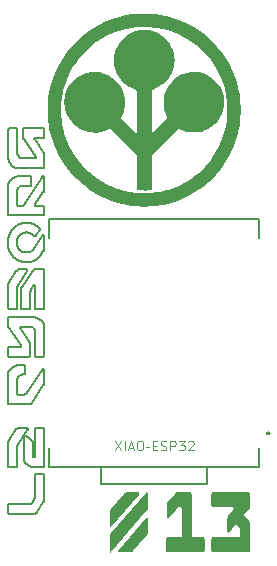
<source format=gbr>
%TF.GenerationSoftware,Flux,Pcbnew,9.0.1-9.0.1-0~ubuntu22.04.1*%
%TF.CreationDate,2025-07-26T15:57:42+00:00*%
%TF.ProjectId,input,696e7075-742e-46b6-9963-61645f706362,rev?*%
%TF.SameCoordinates,Original*%
%TF.FileFunction,Legend,Top*%
%TF.FilePolarity,Positive*%
%FSLAX46Y46*%
G04 Gerber Fmt 4.6, Leading zero omitted, Abs format (unit mm)*
G04 Filename: myoesp32*
G04 Build it with Flux! Visit our site at: https://www.flux.ai (PCBNEW 9.0.1-9.0.1-0~ubuntu22.04.1) date 2025-07-26 15:57:42*
%MOMM*%
%LPD*%
G01*
G04 APERTURE LIST*
%ADD10C,0.095000*%
%ADD11C,0.000000*%
%ADD12C,0.200000*%
%ADD13C,0.127000*%
%ADD14C,0.203610*%
G04 APERTURE END LIST*
D10*
X-1750290Y-15503748D02*
X-1216956Y-16303748D01*
X-1216956Y-15503748D02*
X-1750290Y-16303748D01*
X-912194Y-16303748D02*
X-912194Y-15503748D01*
X-569338Y-16075176D02*
X-188385Y-16075176D01*
X-645528Y-16303748D02*
X-378861Y-15503748D01*
X-378861Y-15503748D02*
X-112195Y-16303748D01*
X306852Y-15503748D02*
X459233Y-15503748D01*
X459233Y-15503748D02*
X535423Y-15541843D01*
X535423Y-15541843D02*
X611614Y-15618033D01*
X611614Y-15618033D02*
X649709Y-15770414D01*
X649709Y-15770414D02*
X649709Y-16037081D01*
X649709Y-16037081D02*
X611614Y-16189462D01*
X611614Y-16189462D02*
X535423Y-16265653D01*
X535423Y-16265653D02*
X459233Y-16303748D01*
X459233Y-16303748D02*
X306852Y-16303748D01*
X306852Y-16303748D02*
X230661Y-16265653D01*
X230661Y-16265653D02*
X154471Y-16189462D01*
X154471Y-16189462D02*
X116375Y-16037081D01*
X116375Y-16037081D02*
X116375Y-15770414D01*
X116375Y-15770414D02*
X154471Y-15618033D01*
X154471Y-15618033D02*
X230661Y-15541843D01*
X230661Y-15541843D02*
X306852Y-15503748D01*
X916375Y-16037081D02*
X1144947Y-16037081D01*
X1449709Y-15884700D02*
X1716375Y-15884700D01*
X1830661Y-16303748D02*
X1449709Y-16303748D01*
X1449709Y-16303748D02*
X1449709Y-15503748D01*
X1449709Y-15503748D02*
X1830661Y-15503748D01*
X2135423Y-16265653D02*
X2249709Y-16303748D01*
X2249709Y-16303748D02*
X2440185Y-16303748D01*
X2440185Y-16303748D02*
X2516376Y-16265653D01*
X2516376Y-16265653D02*
X2554471Y-16227557D01*
X2554471Y-16227557D02*
X2592566Y-16151367D01*
X2592566Y-16151367D02*
X2592566Y-16075176D01*
X2592566Y-16075176D02*
X2554471Y-15998986D01*
X2554471Y-15998986D02*
X2516376Y-15960891D01*
X2516376Y-15960891D02*
X2440185Y-15922795D01*
X2440185Y-15922795D02*
X2287804Y-15884700D01*
X2287804Y-15884700D02*
X2211614Y-15846605D01*
X2211614Y-15846605D02*
X2173519Y-15808510D01*
X2173519Y-15808510D02*
X2135423Y-15732319D01*
X2135423Y-15732319D02*
X2135423Y-15656129D01*
X2135423Y-15656129D02*
X2173519Y-15579938D01*
X2173519Y-15579938D02*
X2211614Y-15541843D01*
X2211614Y-15541843D02*
X2287804Y-15503748D01*
X2287804Y-15503748D02*
X2478281Y-15503748D01*
X2478281Y-15503748D02*
X2592566Y-15541843D01*
X2935424Y-16303748D02*
X2935424Y-15503748D01*
X2935424Y-15503748D02*
X3240186Y-15503748D01*
X3240186Y-15503748D02*
X3316376Y-15541843D01*
X3316376Y-15541843D02*
X3354471Y-15579938D01*
X3354471Y-15579938D02*
X3392567Y-15656129D01*
X3392567Y-15656129D02*
X3392567Y-15770414D01*
X3392567Y-15770414D02*
X3354471Y-15846605D01*
X3354471Y-15846605D02*
X3316376Y-15884700D01*
X3316376Y-15884700D02*
X3240186Y-15922795D01*
X3240186Y-15922795D02*
X2935424Y-15922795D01*
X3659233Y-15503748D02*
X4154471Y-15503748D01*
X4154471Y-15503748D02*
X3887805Y-15808510D01*
X3887805Y-15808510D02*
X4002090Y-15808510D01*
X4002090Y-15808510D02*
X4078281Y-15846605D01*
X4078281Y-15846605D02*
X4116376Y-15884700D01*
X4116376Y-15884700D02*
X4154471Y-15960891D01*
X4154471Y-15960891D02*
X4154471Y-16151367D01*
X4154471Y-16151367D02*
X4116376Y-16227557D01*
X4116376Y-16227557D02*
X4078281Y-16265653D01*
X4078281Y-16265653D02*
X4002090Y-16303748D01*
X4002090Y-16303748D02*
X3773519Y-16303748D01*
X3773519Y-16303748D02*
X3697328Y-16265653D01*
X3697328Y-16265653D02*
X3659233Y-16227557D01*
X4459233Y-15579938D02*
X4497329Y-15541843D01*
X4497329Y-15541843D02*
X4573519Y-15503748D01*
X4573519Y-15503748D02*
X4763995Y-15503748D01*
X4763995Y-15503748D02*
X4840186Y-15541843D01*
X4840186Y-15541843D02*
X4878281Y-15579938D01*
X4878281Y-15579938D02*
X4916376Y-15656129D01*
X4916376Y-15656129D02*
X4916376Y-15732319D01*
X4916376Y-15732319D02*
X4878281Y-15846605D01*
X4878281Y-15846605D02*
X4421138Y-16303748D01*
X4421138Y-16303748D02*
X4916376Y-16303748D01*
D11*
%TO.C,*%
G36*
X1147883Y20686067D02*
G01*
X1359786Y20678095D01*
X1553426Y20665167D01*
X1724262Y20647129D01*
X2598947Y20486856D01*
X3436509Y20241981D01*
X4232470Y19916681D01*
X4982357Y19515130D01*
X5681692Y19041505D01*
X6326001Y18499982D01*
X6910806Y17894737D01*
X7431634Y17229945D01*
X7884007Y16509783D01*
X8263450Y15738426D01*
X8565488Y14920051D01*
X8785644Y14058833D01*
X8817672Y13865966D01*
X8843876Y13638473D01*
X8864258Y13383281D01*
X8878817Y13107314D01*
X8887553Y12817497D01*
X8890466Y12520755D01*
X8887556Y12224013D01*
X8878823Y11934196D01*
X8864266Y11658229D01*
X8843887Y11403037D01*
X8817684Y11175544D01*
X8785659Y10982676D01*
X8598807Y10232451D01*
X8348356Y9511703D01*
X8037330Y8823749D01*
X7668759Y8171907D01*
X7245667Y7559495D01*
X6771084Y6989828D01*
X6248035Y6466225D01*
X5679547Y5992003D01*
X5068648Y5570478D01*
X4418364Y5204968D01*
X3731723Y4898791D01*
X3011752Y4655262D01*
X2724980Y4579824D01*
X2427552Y4514712D01*
X2121560Y4460039D01*
X1809094Y4415917D01*
X1492246Y4382460D01*
X1173107Y4359781D01*
X853767Y4347992D01*
X536318Y4347207D01*
X222850Y4357538D01*
X-84544Y4379098D01*
X-383775Y4412000D01*
X-672750Y4456358D01*
X-1493349Y4645000D01*
X-2279745Y4912018D01*
X-3027572Y5253135D01*
X-3732463Y5664072D01*
X-4390054Y6140552D01*
X-4995979Y6678297D01*
X-5545871Y7273031D01*
X-6035365Y7920474D01*
X-6460096Y8616349D01*
X-6815697Y9356380D01*
X-7097802Y10136287D01*
X-7302046Y10951794D01*
X-7332444Y11126922D01*
X-7359030Y11322129D01*
X-7381675Y11533493D01*
X-7400249Y11757095D01*
X-7414623Y11989015D01*
X-7424667Y12225334D01*
X-7430251Y12462132D01*
X-7430742Y12577087D01*
X-6282028Y12577087D01*
X-6281455Y12335511D01*
X-6277890Y12116165D01*
X-6270815Y11915430D01*
X-6259714Y11729689D01*
X-6244071Y11555323D01*
X-6223369Y11388716D01*
X-6197091Y11226250D01*
X-6164721Y11064306D01*
X-6125743Y10899268D01*
X-6079639Y10727517D01*
X-6025893Y10545436D01*
X-5963989Y10349408D01*
X-5802758Y9905089D01*
X-5611559Y9473206D01*
X-5391780Y9055358D01*
X-5144807Y8653143D01*
X-4872028Y8268163D01*
X-4574831Y7902015D01*
X-4254601Y7556299D01*
X-3912727Y7232615D01*
X-3550595Y6932562D01*
X-3169593Y6657739D01*
X-2771108Y6409746D01*
X-2356528Y6190183D01*
X-2201393Y6117036D01*
X-2045481Y6047718D01*
X-1889064Y5982318D01*
X-1732413Y5920925D01*
X-1575803Y5863628D01*
X-1419505Y5810516D01*
X-1263792Y5761678D01*
X-1108937Y5717203D01*
X-955213Y5677181D01*
X-802892Y5641700D01*
X-652246Y5610850D01*
X-503549Y5584719D01*
X-445576Y5575336D01*
X-388396Y5565963D01*
X-332625Y5556709D01*
X-278882Y5547680D01*
X-227782Y5538985D01*
X-179943Y5530729D01*
X-135982Y5523022D01*
X-96515Y5515969D01*
X-62160Y5509678D01*
X-33533Y5504257D01*
X-11251Y5499812D01*
X4069Y5496452D01*
X82992Y5486486D01*
X208923Y5481411D01*
X373068Y5480785D01*
X566634Y5484168D01*
X780828Y5491117D01*
X1006857Y5501192D01*
X1235928Y5513951D01*
X1459247Y5528954D01*
X1668022Y5545759D01*
X1853459Y5563925D01*
X2006766Y5583010D01*
X2119149Y5602575D01*
X2357114Y5658291D01*
X2587496Y5718748D01*
X2811128Y5784292D01*
X3028840Y5855270D01*
X3241465Y5932028D01*
X3449834Y6014913D01*
X3654779Y6104271D01*
X3857130Y6200449D01*
X4057720Y6303793D01*
X4257380Y6414650D01*
X4456942Y6533367D01*
X4657237Y6660289D01*
X4808928Y6766192D01*
X4973919Y6893779D01*
X5148753Y7039588D01*
X5329975Y7200158D01*
X5514129Y7372028D01*
X5697757Y7551738D01*
X5877405Y7735826D01*
X6049616Y7920830D01*
X6210934Y8103291D01*
X6357904Y8279747D01*
X6487067Y8446737D01*
X6594970Y8600800D01*
X7007782Y9312452D01*
X7332286Y10049882D01*
X7569057Y10806336D01*
X7718674Y11575060D01*
X7781713Y12349303D01*
X7758750Y13122310D01*
X7650362Y13887328D01*
X7457126Y14637604D01*
X7179620Y15366385D01*
X6818418Y16066917D01*
X6374099Y16732448D01*
X5847239Y17356224D01*
X5147426Y18003478D01*
X4385228Y18539099D01*
X3572518Y18962709D01*
X2721168Y19273929D01*
X1843051Y19472380D01*
X950041Y19557683D01*
X54010Y19529460D01*
X-833169Y19387332D01*
X-1699623Y19130919D01*
X-2533479Y18759844D01*
X-3322864Y18273727D01*
X-4055905Y17672189D01*
X-4311277Y17421234D01*
X-4550574Y17163808D01*
X-4774104Y16899381D01*
X-4982175Y16627424D01*
X-5175097Y16347407D01*
X-5353178Y16058801D01*
X-5516725Y15761077D01*
X-5666049Y15453704D01*
X-5801456Y15136155D01*
X-5923256Y14807898D01*
X-6031757Y14468405D01*
X-6127267Y14117147D01*
X-6158281Y13990113D01*
X-6184869Y13874111D01*
X-6207369Y13765758D01*
X-6226123Y13661676D01*
X-6241470Y13558483D01*
X-6253749Y13452800D01*
X-6263300Y13341245D01*
X-6270463Y13220438D01*
X-6275578Y13087000D01*
X-6278984Y12937548D01*
X-6281021Y12768704D01*
X-6282028Y12577087D01*
X-7430742Y12577087D01*
X-7431247Y12695488D01*
X-7427525Y12921483D01*
X-7418955Y13136197D01*
X-7405408Y13335710D01*
X-7386754Y13516103D01*
X-7231440Y14379986D01*
X-6989007Y15210766D01*
X-6664264Y16003272D01*
X-6262025Y16752332D01*
X-5787101Y17452777D01*
X-5244304Y18099434D01*
X-4638446Y18687134D01*
X-3974339Y19210704D01*
X-3256795Y19664975D01*
X-2490626Y20044775D01*
X-1680644Y20344933D01*
X-831660Y20560278D01*
X-659776Y20589962D01*
X-465277Y20616079D01*
X-252707Y20638475D01*
X-26607Y20656996D01*
X208482Y20671487D01*
X448017Y20681794D01*
X687456Y20687763D01*
X922259Y20689239D01*
X1147883Y20686067D01*
G37*
G36*
X1129703Y19256708D02*
G01*
X1508637Y19169493D01*
X1874230Y19022574D01*
X2219249Y18814864D01*
X2536461Y18545273D01*
X2733358Y18324061D01*
X2901523Y18084728D01*
X3040586Y17830305D01*
X3150181Y17563825D01*
X3229940Y17288322D01*
X3279497Y17006827D01*
X3298483Y16722373D01*
X3286532Y16437993D01*
X3243277Y16156719D01*
X3168349Y15881585D01*
X3061382Y15615622D01*
X2922009Y15361863D01*
X2840720Y15243131D01*
X2748364Y15126350D01*
X2646035Y15012348D01*
X2534824Y14901957D01*
X2415822Y14796005D01*
X2290121Y14695322D01*
X2158814Y14600737D01*
X2022991Y14513080D01*
X1883744Y14433181D01*
X1742166Y14361868D01*
X1599348Y14299971D01*
X1456381Y14248320D01*
X1435251Y14237769D01*
X1417354Y14217543D01*
X1402424Y14182575D01*
X1390195Y14127797D01*
X1380402Y14048140D01*
X1372778Y13938538D01*
X1367056Y13793922D01*
X1362972Y13609225D01*
X1360259Y13379378D01*
X1358651Y13099315D01*
X1357883Y12763968D01*
X1357687Y12368268D01*
X1357695Y10520211D01*
X2026039Y11186817D01*
X2694383Y11853426D01*
X2553978Y12201024D01*
X2489169Y12382765D01*
X2438927Y12570057D01*
X2403162Y12761664D01*
X2381787Y12956354D01*
X2374712Y13152893D01*
X2381847Y13350046D01*
X2403105Y13546579D01*
X2438395Y13741259D01*
X2487630Y13932852D01*
X2550719Y14120123D01*
X2627574Y14301839D01*
X2718107Y14476765D01*
X2770593Y14561019D01*
X2834594Y14650414D01*
X2908346Y14743234D01*
X2990086Y14837767D01*
X3078050Y14932300D01*
X3170473Y15025118D01*
X3265593Y15114508D01*
X3361646Y15198757D01*
X3456867Y15276151D01*
X3549494Y15344977D01*
X3637762Y15403521D01*
X3719908Y15450069D01*
X4047146Y15590341D01*
X4381793Y15683901D01*
X4719664Y15732076D01*
X5056576Y15736192D01*
X5388343Y15697577D01*
X5710779Y15617556D01*
X6019701Y15497455D01*
X6310924Y15338603D01*
X6580262Y15142324D01*
X6823532Y14909945D01*
X7036547Y14642793D01*
X7215123Y14342195D01*
X7363062Y13986999D01*
X7454854Y13624856D01*
X7492565Y13260822D01*
X7478264Y12899950D01*
X7414016Y12547295D01*
X7301889Y12207910D01*
X7143948Y11886851D01*
X6942262Y11589170D01*
X6698897Y11319924D01*
X6415920Y11084165D01*
X6095397Y10886947D01*
X5739396Y10733326D01*
X5687046Y10716245D01*
X5632732Y10700890D01*
X5576132Y10687223D01*
X5516926Y10675204D01*
X5454794Y10664795D01*
X5389416Y10655959D01*
X5320471Y10648656D01*
X5247638Y10642848D01*
X5170598Y10638496D01*
X5089029Y10635562D01*
X5002612Y10634008D01*
X4911026Y10633795D01*
X4803528Y10634850D01*
X4707445Y10637136D01*
X4621019Y10640962D01*
X4542490Y10646636D01*
X4470101Y10654466D01*
X4402092Y10664761D01*
X4336706Y10677828D01*
X4272183Y10693976D01*
X4206765Y10713513D01*
X4138695Y10736747D01*
X4066212Y10763987D01*
X3987558Y10795541D01*
X3599911Y10954763D01*
X2478807Y9834701D01*
X1357704Y8714639D01*
X1357711Y7240134D01*
X1357718Y5765630D01*
X1230813Y5731616D01*
X1185980Y5723118D01*
X1123325Y5716277D01*
X1046154Y5711079D01*
X957772Y5707509D01*
X861485Y5705554D01*
X760598Y5705199D01*
X658416Y5706431D01*
X558245Y5709234D01*
X463390Y5713594D01*
X377157Y5719499D01*
X302851Y5726933D01*
X243777Y5735881D01*
X243777Y5735868D01*
X116873Y5760312D01*
X116866Y7237474D01*
X116859Y8714633D01*
X-1008508Y9838935D01*
X-2133878Y10963236D01*
X-2404467Y10839987D01*
X-2883063Y10675023D01*
X-3360009Y10608960D01*
X-3825892Y10634200D01*
X-4271302Y10743146D01*
X-4686824Y10928201D01*
X-5063048Y11181766D01*
X-5390562Y11496246D01*
X-5659953Y11864043D01*
X-5861809Y12277559D01*
X-5986718Y12729198D01*
X-6025268Y13211362D01*
X-5968048Y13716454D01*
X-5850933Y14111979D01*
X-5677531Y14471658D01*
X-5454180Y14792543D01*
X-5187219Y15071686D01*
X-4882990Y15306142D01*
X-4547830Y15492962D01*
X-4188080Y15629199D01*
X-3810079Y15711906D01*
X-3420167Y15738136D01*
X-3024684Y15704941D01*
X-2629968Y15609375D01*
X-2242361Y15448489D01*
X-2159976Y15401466D01*
X-2070214Y15341202D01*
X-1975157Y15269729D01*
X-1876886Y15189076D01*
X-1777486Y15101273D01*
X-1679039Y15008350D01*
X-1583628Y14912336D01*
X-1493335Y14815262D01*
X-1410243Y14719158D01*
X-1336435Y14626053D01*
X-1273994Y14537978D01*
X-1225003Y14456961D01*
X-1138411Y14281025D01*
X-1065082Y14098487D01*
X-1005103Y13910678D01*
X-958558Y13718929D01*
X-925533Y13524575D01*
X-906115Y13328945D01*
X-900388Y13133373D01*
X-908438Y12939191D01*
X-930351Y12747730D01*
X-966212Y12560323D01*
X-1016108Y12378302D01*
X-1080123Y12202998D01*
X-1223537Y11857088D01*
X-553344Y11188648D01*
X116850Y10520205D01*
X116842Y12368262D01*
X116643Y12764201D01*
X115875Y13099684D01*
X114269Y13379784D01*
X111559Y13609570D01*
X107479Y13794116D01*
X101761Y13938494D01*
X94139Y14047774D01*
X84346Y14127030D01*
X72115Y14181332D01*
X57180Y14215753D01*
X39274Y14235365D01*
X18129Y14245239D01*
X-58442Y14270839D01*
X-143298Y14304818D01*
X-234531Y14346056D01*
X-330236Y14393435D01*
X-428506Y14445836D01*
X-527436Y14502140D01*
X-625119Y14561229D01*
X-719648Y14621984D01*
X-809119Y14683286D01*
X-891625Y14744017D01*
X-965259Y14803057D01*
X-1028115Y14859288D01*
X-1226796Y15070917D01*
X-1397775Y15297388D01*
X-1540735Y15536689D01*
X-1655358Y15786808D01*
X-1741327Y16045732D01*
X-1798322Y16311449D01*
X-1826028Y16581947D01*
X-1824124Y16855214D01*
X-1792295Y17129236D01*
X-1730222Y17402003D01*
X-1637587Y17671502D01*
X-1514072Y17935720D01*
X-1288802Y18286948D01*
X-1019008Y18587179D01*
X-711923Y18835327D01*
X-374781Y19030302D01*
X-14814Y19171016D01*
X360745Y19256381D01*
X744661Y19285308D01*
X1129703Y19256708D01*
G37*
G36*
X970375Y-19840245D02*
G01*
X975739Y-19841000D01*
X980928Y-19842259D01*
X985940Y-19844022D01*
X990777Y-19846288D01*
X995438Y-19849057D01*
X999924Y-19852331D01*
X1004233Y-19856107D01*
X1008366Y-19860388D01*
X1012324Y-19865172D01*
X1016106Y-19870459D01*
X1019712Y-19876250D01*
X1023757Y-19882646D01*
X1027451Y-19889746D01*
X1030793Y-19897551D01*
X1033783Y-19906062D01*
X1036421Y-19915277D01*
X1038707Y-19925197D01*
X1040642Y-19935823D01*
X1042225Y-19947153D01*
X1043456Y-19959188D01*
X1044336Y-19971929D01*
X1044864Y-19985374D01*
X1045039Y-19999524D01*
X1045045Y-21087240D01*
X1044810Y-21109850D01*
X1044107Y-21131756D01*
X1042934Y-21152956D01*
X1041293Y-21173451D01*
X1039182Y-21193242D01*
X1036603Y-21212327D01*
X1033554Y-21230708D01*
X1030037Y-21248383D01*
X1026050Y-21265353D01*
X1021595Y-21281619D01*
X1016670Y-21297179D01*
X1011276Y-21312035D01*
X1006117Y-21325278D01*
X1000489Y-21338422D01*
X994391Y-21351464D01*
X987825Y-21364406D01*
X980790Y-21377247D01*
X973285Y-21389988D01*
X965312Y-21402627D01*
X956869Y-21415166D01*
X947957Y-21427604D01*
X938577Y-21439942D01*
X928727Y-21452179D01*
X918408Y-21464315D01*
X-2044896Y-24901509D01*
X-2051257Y-24908459D01*
X-2057677Y-24914804D01*
X-2064155Y-24920544D01*
X-2070692Y-24925681D01*
X-2077287Y-24930213D01*
X-2083942Y-24934141D01*
X-2090655Y-24937465D01*
X-2097426Y-24940184D01*
X-2104256Y-24942299D01*
X-2111145Y-24943810D01*
X-2118093Y-24944716D01*
X-2125099Y-24945018D01*
X-2130668Y-24944766D01*
X-2136121Y-24944011D01*
X-2141456Y-24942752D01*
X-2146674Y-24940990D01*
X-2151775Y-24938724D01*
X-2156758Y-24935954D01*
X-2161624Y-24932681D01*
X-2166373Y-24928904D01*
X-2171005Y-24924624D01*
X-2175519Y-24919840D01*
X-2179917Y-24914553D01*
X-2184197Y-24908761D01*
X-2187568Y-24902366D01*
X-2190646Y-24895266D01*
X-2193431Y-24887460D01*
X-2195923Y-24878950D01*
X-2198121Y-24869735D01*
X-2200027Y-24859814D01*
X-2201639Y-24849189D01*
X-2202959Y-24837859D01*
X-2203985Y-24825823D01*
X-2204718Y-24813083D01*
X-2205157Y-24799637D01*
X-2205304Y-24785487D01*
X-2205309Y-23697772D01*
X-2205104Y-23675212D01*
X-2204488Y-23653457D01*
X-2203463Y-23632509D01*
X-2202026Y-23612366D01*
X-2200180Y-23593029D01*
X-2197922Y-23574497D01*
X-2195255Y-23556772D01*
X-2192177Y-23539852D01*
X-2188689Y-23523737D01*
X-2184790Y-23508429D01*
X-2180481Y-23493926D01*
X-2175761Y-23480229D01*
X-2169928Y-23465826D01*
X-2163684Y-23451626D01*
X-2157029Y-23437626D01*
X-2149964Y-23423828D01*
X-2142489Y-23410232D01*
X-2134604Y-23396837D01*
X-2126308Y-23383643D01*
X-2117601Y-23370651D01*
X-2108484Y-23357860D01*
X-2098957Y-23345271D01*
X-2089020Y-23332883D01*
X-2078671Y-23320696D01*
X884630Y-19883502D01*
X890992Y-19876553D01*
X897412Y-19870208D01*
X903890Y-19864467D01*
X910427Y-19859331D01*
X917023Y-19854798D01*
X923678Y-19850871D01*
X930391Y-19847547D01*
X937162Y-19844828D01*
X943992Y-19842713D01*
X950881Y-19841202D01*
X957828Y-19840295D01*
X964834Y-19839993D01*
X970375Y-19840245D01*
G37*
G36*
X970385Y-21986670D02*
G01*
X975749Y-21987425D01*
X980938Y-21988684D01*
X985951Y-21990447D01*
X990787Y-21992713D01*
X995449Y-21995482D01*
X999934Y-21998755D01*
X1004243Y-22002532D01*
X1008377Y-22006813D01*
X1012334Y-22011597D01*
X1016116Y-22016884D01*
X1019722Y-22022675D01*
X1023767Y-22029070D01*
X1027461Y-22036171D01*
X1030803Y-22043976D01*
X1033793Y-22052486D01*
X1036431Y-22061702D01*
X1038717Y-22071622D01*
X1040652Y-22082247D01*
X1042235Y-22093578D01*
X1043466Y-22105613D01*
X1044346Y-22118354D01*
X1044874Y-22131799D01*
X1045050Y-22145949D01*
X1045054Y-23146647D01*
X1044820Y-23169207D01*
X1044116Y-23190962D01*
X1042944Y-23211910D01*
X1041302Y-23232053D01*
X1039192Y-23251390D01*
X1036612Y-23269922D01*
X1033564Y-23287648D01*
X1030046Y-23304568D01*
X1026060Y-23320682D01*
X1021604Y-23335991D01*
X1016680Y-23350493D01*
X1011286Y-23364191D01*
X1006127Y-23377485D01*
X1000498Y-23390779D01*
X994401Y-23404074D01*
X987835Y-23417368D01*
X980799Y-23430662D01*
X973295Y-23443957D01*
X965321Y-23457251D01*
X956879Y-23470545D01*
X947967Y-23483840D01*
X938586Y-23497134D01*
X928737Y-23510428D01*
X918418Y-23523723D01*
X-200207Y-24821735D01*
X-215920Y-24839108D01*
X-232101Y-24854971D01*
X-248752Y-24869323D01*
X-265871Y-24882164D01*
X-283460Y-24893494D01*
X-301517Y-24903314D01*
X-320044Y-24911623D01*
X-339039Y-24918421D01*
X-358504Y-24923709D01*
X-378438Y-24927486D01*
X-398840Y-24929752D01*
X-419712Y-24930507D01*
X-1407485Y-24930512D01*
X-1415019Y-24930008D01*
X-1422142Y-24928498D01*
X-1428855Y-24925980D01*
X-1435158Y-24922455D01*
X-1441050Y-24917923D01*
X-1446532Y-24912384D01*
X-1451604Y-24905837D01*
X-1456265Y-24898284D01*
X-1460515Y-24889723D01*
X-1464356Y-24880155D01*
X-1467785Y-24869580D01*
X-1470805Y-24857998D01*
X-1472446Y-24844804D01*
X-1473150Y-24831812D01*
X-1472915Y-24819022D01*
X-1471743Y-24806432D01*
X-1469632Y-24794044D01*
X-1466583Y-24781858D01*
X-1462597Y-24769873D01*
X-1457672Y-24758089D01*
X-1451809Y-24746507D01*
X-1445008Y-24735126D01*
X-1437269Y-24723947D01*
X-1428592Y-24712969D01*
X884640Y-22029927D01*
X891002Y-22022978D01*
X897422Y-22016633D01*
X903900Y-22010892D01*
X910437Y-22005755D01*
X917033Y-22001223D01*
X923688Y-21997295D01*
X930401Y-21993972D01*
X937172Y-21991253D01*
X944002Y-21989137D01*
X950891Y-21987627D01*
X957838Y-21986720D01*
X964844Y-21986418D01*
X970385Y-21986670D01*
G37*
G36*
X254726Y-19855053D02*
G01*
X261762Y-19856715D01*
X268328Y-19859485D01*
X274425Y-19863362D01*
X280054Y-19868348D01*
X285213Y-19874441D01*
X289903Y-19881642D01*
X294125Y-19889951D01*
X297877Y-19899368D01*
X301160Y-19909892D01*
X303975Y-19921525D01*
X306320Y-19934265D01*
X308636Y-19946300D01*
X309955Y-19958235D01*
X310277Y-19970069D01*
X309603Y-19981802D01*
X307932Y-19993435D01*
X305265Y-20004967D01*
X301601Y-20016398D01*
X296940Y-20027728D01*
X291282Y-20038958D01*
X284628Y-20050087D01*
X276977Y-20061115D01*
X268329Y-20072042D01*
X-2044906Y-22755084D01*
X-2051267Y-22762034D01*
X-2057687Y-22768379D01*
X-2064165Y-22774119D01*
X-2070702Y-22779256D01*
X-2077298Y-22783788D01*
X-2083952Y-22787716D01*
X-2090665Y-22791040D01*
X-2097436Y-22793759D01*
X-2104266Y-22795874D01*
X-2111155Y-22797385D01*
X-2118103Y-22798291D01*
X-2125109Y-22798593D01*
X-2130679Y-22798342D01*
X-2136131Y-22797586D01*
X-2141466Y-22796327D01*
X-2146684Y-22794565D01*
X-2151785Y-22792299D01*
X-2156768Y-22789529D01*
X-2161634Y-22786256D01*
X-2166383Y-22782479D01*
X-2171015Y-22778199D01*
X-2175530Y-22773415D01*
X-2179927Y-22768128D01*
X-2184207Y-22762337D01*
X-2187578Y-22755941D01*
X-2190656Y-22748841D01*
X-2193441Y-22741035D01*
X-2195933Y-22732525D01*
X-2198132Y-22723310D01*
X-2200037Y-22713389D01*
X-2201649Y-22702764D01*
X-2202969Y-22691434D01*
X-2203995Y-22679398D01*
X-2204728Y-22666658D01*
X-2205167Y-22653213D01*
X-2205314Y-22639062D01*
X-2205319Y-21638364D01*
X-2205114Y-21615804D01*
X-2204498Y-21594050D01*
X-2203472Y-21573101D01*
X-2202036Y-21552958D01*
X-2200189Y-21533621D01*
X-2197932Y-21515090D01*
X-2195265Y-21497364D01*
X-2192187Y-21480444D01*
X-2188698Y-21464330D01*
X-2184800Y-21449021D01*
X-2180490Y-21434518D01*
X-2175771Y-21420821D01*
X-2169937Y-21407527D01*
X-2163693Y-21394232D01*
X-2157039Y-21380938D01*
X-2149974Y-21367644D01*
X-2142499Y-21354349D01*
X-2134613Y-21341055D01*
X-2126317Y-21327761D01*
X-2117611Y-21314466D01*
X-2108494Y-21301172D01*
X-2098967Y-21287878D01*
X-2089029Y-21274583D01*
X-2078681Y-21261289D01*
X-960056Y-19963277D01*
X-944343Y-19945903D01*
X-928162Y-19930041D01*
X-911511Y-19915689D01*
X-894392Y-19902848D01*
X-876803Y-19891517D01*
X-858746Y-19881698D01*
X-840219Y-19873388D01*
X-821224Y-19866590D01*
X-801759Y-19861303D01*
X-781825Y-19857526D01*
X-761423Y-19855260D01*
X-740551Y-19854504D01*
X247222Y-19854499D01*
X254726Y-19855053D01*
G37*
G36*
X4646072Y-19854731D02*
G01*
X4655745Y-19855486D01*
X4664832Y-19856745D01*
X4673333Y-19858507D01*
X4681248Y-19860773D01*
X4688577Y-19863543D01*
X4695319Y-19866816D01*
X4701475Y-19870593D01*
X4707045Y-19874873D01*
X4712028Y-19879657D01*
X4716426Y-19884945D01*
X4720237Y-19890736D01*
X4723608Y-19897282D01*
X4726686Y-19904836D01*
X4729470Y-19913396D01*
X4731962Y-19922964D01*
X4734161Y-19933539D01*
X4736066Y-19945121D01*
X4737678Y-19957711D01*
X4738997Y-19971307D01*
X4740023Y-19985911D01*
X4740756Y-20001521D01*
X4741196Y-20018139D01*
X4741343Y-20035764D01*
X4741359Y-23480196D01*
X4741505Y-23497821D01*
X4741945Y-23514439D01*
X4742678Y-23530050D01*
X4743704Y-23544653D01*
X4745024Y-23558250D01*
X4746636Y-23570839D01*
X4748541Y-23582421D01*
X4750740Y-23592996D01*
X4753232Y-23602564D01*
X4756017Y-23611125D01*
X4759095Y-23618678D01*
X4762466Y-23625225D01*
X4766277Y-23631016D01*
X4770674Y-23636303D01*
X4775657Y-23641087D01*
X4781227Y-23645368D01*
X4787383Y-23649144D01*
X4794125Y-23652418D01*
X4801454Y-23655187D01*
X4809368Y-23657453D01*
X4817870Y-23659216D01*
X4826957Y-23660475D01*
X4836631Y-23661230D01*
X4846891Y-23661482D01*
X5733355Y-23661477D01*
X5743615Y-23661729D01*
X5753288Y-23662484D01*
X5762376Y-23663743D01*
X5770877Y-23665506D01*
X5778791Y-23667772D01*
X5786120Y-23670541D01*
X5792862Y-23673815D01*
X5799018Y-23677591D01*
X5804588Y-23681872D01*
X5809572Y-23686656D01*
X5813969Y-23691943D01*
X5817780Y-23697734D01*
X5821151Y-23704281D01*
X5824229Y-23711834D01*
X5827014Y-23720395D01*
X5829506Y-23729963D01*
X5831704Y-23740538D01*
X5833610Y-23752120D01*
X5835222Y-23764709D01*
X5836541Y-23778306D01*
X5837567Y-23792909D01*
X5838300Y-23808520D01*
X5838740Y-23825138D01*
X5838887Y-23842763D01*
X5838891Y-24749192D01*
X5838745Y-24766817D01*
X5838305Y-24783435D01*
X5837572Y-24799046D01*
X5836546Y-24813649D01*
X5835227Y-24827246D01*
X5833615Y-24839835D01*
X5831710Y-24851417D01*
X5829511Y-24861992D01*
X5827019Y-24871560D01*
X5824234Y-24880121D01*
X5821156Y-24887675D01*
X5817785Y-24894221D01*
X5813974Y-24900012D01*
X5809577Y-24905300D01*
X5804594Y-24910084D01*
X5799024Y-24914364D01*
X5792868Y-24918141D01*
X5786126Y-24921414D01*
X5778797Y-24924184D01*
X5770883Y-24926450D01*
X5762382Y-24928212D01*
X5753294Y-24929471D01*
X5743621Y-24930227D01*
X5733361Y-24930479D01*
X2694059Y-24930493D01*
X2683799Y-24930241D01*
X2674125Y-24929486D01*
X2665037Y-24928227D01*
X2656536Y-24926464D01*
X2648621Y-24924198D01*
X2641293Y-24921429D01*
X2634551Y-24918156D01*
X2628395Y-24914379D01*
X2622825Y-24910099D01*
X2617842Y-24905315D01*
X2613445Y-24900027D01*
X2609634Y-24894236D01*
X2606262Y-24887690D01*
X2603184Y-24880136D01*
X2600399Y-24871575D01*
X2597907Y-24862008D01*
X2595708Y-24851433D01*
X2593803Y-24839850D01*
X2592190Y-24827261D01*
X2590871Y-24813665D01*
X2589845Y-24799061D01*
X2589112Y-24783450D01*
X2588672Y-24766833D01*
X2588525Y-24749208D01*
X2588521Y-23842778D01*
X2588667Y-23825153D01*
X2589107Y-23808535D01*
X2589840Y-23792924D01*
X2590866Y-23778321D01*
X2592185Y-23764724D01*
X2593798Y-23752135D01*
X2595703Y-23740553D01*
X2597902Y-23729978D01*
X2600394Y-23720410D01*
X2603179Y-23711849D01*
X2606257Y-23704296D01*
X2609628Y-23697749D01*
X2613439Y-23691958D01*
X2617836Y-23686671D01*
X2622819Y-23681887D01*
X2628389Y-23677606D01*
X2634545Y-23673829D01*
X2641287Y-23670556D01*
X2648615Y-23667787D01*
X2656530Y-23665520D01*
X2665032Y-23663758D01*
X2674119Y-23662499D01*
X2683793Y-23661744D01*
X2694053Y-23661492D01*
X3833791Y-23661486D01*
X3844051Y-23661235D01*
X3853724Y-23660479D01*
X3862812Y-23659220D01*
X3871313Y-23657458D01*
X3879228Y-23655191D01*
X3886556Y-23652422D01*
X3893298Y-23649149D01*
X3899454Y-23645372D01*
X3905024Y-23641091D01*
X3910007Y-23636307D01*
X3914405Y-23631020D01*
X3918215Y-23625229D01*
X3921586Y-23618682D01*
X3924664Y-23611129D01*
X3927449Y-23602568D01*
X3929940Y-23593000D01*
X3932139Y-23582425D01*
X3934044Y-23570843D01*
X3935656Y-23558254D01*
X3936975Y-23544657D01*
X3938001Y-23530054D01*
X3938734Y-23514443D01*
X3939173Y-23497825D01*
X3939320Y-23480200D01*
X3939310Y-21304769D01*
X3939163Y-21287144D01*
X3938723Y-21270526D01*
X3937990Y-21254916D01*
X3936964Y-21240312D01*
X3935645Y-21226716D01*
X3934033Y-21214126D01*
X3932128Y-21202544D01*
X3929929Y-21191969D01*
X3927438Y-21182401D01*
X3924653Y-21173841D01*
X3921575Y-21166287D01*
X3918204Y-21159741D01*
X3914393Y-21153950D01*
X3909996Y-21148662D01*
X3905012Y-21143878D01*
X3899443Y-21139598D01*
X3893287Y-21135821D01*
X3886544Y-21132548D01*
X3879216Y-21129778D01*
X3871301Y-21127512D01*
X3862800Y-21125750D01*
X3853713Y-21124491D01*
X3844039Y-21123736D01*
X3833779Y-21123484D01*
X3677592Y-21123485D01*
X3664313Y-21123988D01*
X3651210Y-21125499D01*
X3638282Y-21128017D01*
X3625531Y-21131542D01*
X3612955Y-21136074D01*
X3600555Y-21141614D01*
X3588331Y-21148160D01*
X3576283Y-21155714D01*
X3564411Y-21164275D01*
X3552715Y-21173842D01*
X3541194Y-21184418D01*
X3529850Y-21196000D01*
X3518622Y-21206978D01*
X3507453Y-21218157D01*
X3496343Y-21229538D01*
X3485292Y-21241120D01*
X3474299Y-21252904D01*
X3463365Y-21264889D01*
X3452489Y-21277075D01*
X3441672Y-21289463D01*
X3430914Y-21302052D01*
X3420215Y-21314843D01*
X3409574Y-21327835D01*
X3398992Y-21341029D01*
X2837568Y-21993661D01*
X2831881Y-22001768D01*
X2826076Y-22009171D01*
X2820155Y-22015868D01*
X2814116Y-22021861D01*
X2807960Y-22027148D01*
X2801686Y-22031731D01*
X2795296Y-22035608D01*
X2788788Y-22038781D01*
X2782163Y-22041249D01*
X2775420Y-22043011D01*
X2768561Y-22044069D01*
X2761584Y-22044421D01*
X2755340Y-22044119D01*
X2749272Y-22043213D01*
X2743381Y-22041702D01*
X2737664Y-22039587D01*
X2732124Y-22036868D01*
X2726760Y-22033544D01*
X2721571Y-22029616D01*
X2716559Y-22025084D01*
X2711722Y-22019948D01*
X2707061Y-22014207D01*
X2702576Y-22007862D01*
X2698267Y-22000913D01*
X2694221Y-21993410D01*
X2690527Y-21985403D01*
X2687185Y-21976892D01*
X2684195Y-21967879D01*
X2681556Y-21958361D01*
X2679269Y-21948340D01*
X2677334Y-21937815D01*
X2675751Y-21926787D01*
X2674520Y-21915255D01*
X2673640Y-21903220D01*
X2673112Y-21890681D01*
X2672937Y-21877639D01*
X2672932Y-20927700D01*
X2673108Y-20905191D01*
X2673635Y-20883588D01*
X2674515Y-20862891D01*
X2675746Y-20843100D01*
X2677329Y-20824217D01*
X2679264Y-20806239D01*
X2681551Y-20789168D01*
X2684189Y-20773003D01*
X2687179Y-20757745D01*
X2690521Y-20743393D01*
X2694215Y-20729948D01*
X2698261Y-20717409D01*
X2702834Y-20704064D01*
X2708110Y-20690619D01*
X2714090Y-20677073D01*
X2720774Y-20663426D01*
X2728161Y-20649678D01*
X2736251Y-20635830D01*
X2745046Y-20621881D01*
X2754543Y-20607831D01*
X2764745Y-20593681D01*
X2775649Y-20579430D01*
X2787258Y-20565078D01*
X2799570Y-20550625D01*
X3306117Y-19963257D01*
X3321829Y-19945883D01*
X3338011Y-19930021D01*
X3354661Y-19915669D01*
X3371781Y-19902828D01*
X3389370Y-19891497D01*
X3407427Y-19881678D01*
X3425954Y-19873368D01*
X3444949Y-19866570D01*
X3464414Y-19861283D01*
X3484347Y-19857506D01*
X3504750Y-19855239D01*
X3525621Y-19854484D01*
X4635812Y-19854479D01*
X4646072Y-19854731D01*
G37*
G36*
X9584933Y-19854707D02*
G01*
X9594607Y-19855463D01*
X9603695Y-19856722D01*
X9612196Y-19858484D01*
X9620111Y-19860750D01*
X9627439Y-19863520D01*
X9634181Y-19866793D01*
X9640337Y-19870570D01*
X9645907Y-19874850D01*
X9650890Y-19879634D01*
X9655287Y-19884921D01*
X9659098Y-19890713D01*
X9662470Y-19897259D01*
X9665548Y-19904813D01*
X9668333Y-19913373D01*
X9670825Y-19922941D01*
X9673024Y-19933516D01*
X9674929Y-19945098D01*
X9676542Y-19957687D01*
X9677861Y-19971284D01*
X9678887Y-19985888D01*
X9679620Y-20001498D01*
X9680060Y-20018116D01*
X9680207Y-20035741D01*
X9680211Y-21007434D01*
X9679977Y-21030044D01*
X9679273Y-21051949D01*
X9678101Y-21073150D01*
X9676459Y-21093645D01*
X9674349Y-21113435D01*
X9671769Y-21132521D01*
X9668721Y-21150901D01*
X9665203Y-21168576D01*
X9661216Y-21185547D01*
X9656760Y-21201812D01*
X9651835Y-21217373D01*
X9646442Y-21232228D01*
X9640638Y-21245472D01*
X9634482Y-21258615D01*
X9627974Y-21271658D01*
X9621115Y-21284600D01*
X9613904Y-21297441D01*
X9606341Y-21310181D01*
X9598426Y-21322821D01*
X9590159Y-21335360D01*
X9581541Y-21347798D01*
X9572571Y-21360136D01*
X9563249Y-21372373D01*
X9553575Y-21384509D01*
X9194770Y-21797842D01*
X9553579Y-22218424D01*
X9563898Y-22230610D01*
X9573747Y-22242998D01*
X9583128Y-22255587D01*
X9592039Y-22268378D01*
X9600482Y-22281370D01*
X9608455Y-22294564D01*
X9615960Y-22307959D01*
X9622995Y-22321555D01*
X9629562Y-22335353D01*
X9635659Y-22349352D01*
X9641288Y-22363553D01*
X9646447Y-22377955D01*
X9651841Y-22391652D01*
X9656766Y-22406155D01*
X9661222Y-22421463D01*
X9665209Y-22437578D01*
X9668727Y-22454498D01*
X9671776Y-22472223D01*
X9674355Y-22490755D01*
X9676466Y-22510092D01*
X9678108Y-22530235D01*
X9679281Y-22551183D01*
X9679984Y-22572938D01*
X9680219Y-22595498D01*
X9680229Y-24749174D01*
X9680082Y-24766799D01*
X9679643Y-24783417D01*
X9678910Y-24799028D01*
X9677884Y-24813631D01*
X9676565Y-24827228D01*
X9674952Y-24839817D01*
X9673047Y-24851399D01*
X9670848Y-24861974D01*
X9668356Y-24871542D01*
X9665571Y-24880103D01*
X9662493Y-24887657D01*
X9659122Y-24894203D01*
X9655311Y-24899994D01*
X9650914Y-24905282D01*
X9645931Y-24910066D01*
X9640361Y-24914346D01*
X9634205Y-24918123D01*
X9627463Y-24921396D01*
X9620134Y-24924166D01*
X9612220Y-24926432D01*
X9603718Y-24928194D01*
X9594631Y-24929453D01*
X9584957Y-24930209D01*
X9574697Y-24930460D01*
X6535395Y-24930475D01*
X6525135Y-24930223D01*
X6515462Y-24929468D01*
X6506374Y-24928209D01*
X6497873Y-24926446D01*
X6489958Y-24924180D01*
X6482630Y-24921411D01*
X6475888Y-24918138D01*
X6469732Y-24914361D01*
X6464162Y-24910080D01*
X6459178Y-24905297D01*
X6454781Y-24900009D01*
X6450970Y-24894218D01*
X6447599Y-24887672D01*
X6444521Y-24880118D01*
X6441736Y-24871557D01*
X6439244Y-24861989D01*
X6437046Y-24851414D01*
X6435140Y-24839832D01*
X6433528Y-24827243D01*
X6432208Y-24813647D01*
X6431182Y-24799043D01*
X6430449Y-24783432D01*
X6430010Y-24766814D01*
X6429863Y-24749189D01*
X6429859Y-23842760D01*
X6430005Y-23825135D01*
X6430445Y-23808517D01*
X6431178Y-23792906D01*
X6432204Y-23778303D01*
X6433523Y-23764706D01*
X6435135Y-23752117D01*
X6437040Y-23740535D01*
X6439239Y-23729960D01*
X6441731Y-23720392D01*
X6444515Y-23711831D01*
X6447593Y-23704278D01*
X6450965Y-23697731D01*
X6454776Y-23691940D01*
X6459173Y-23686653D01*
X6464156Y-23681869D01*
X6469726Y-23677588D01*
X6475882Y-23673811D01*
X6482624Y-23670538D01*
X6489953Y-23667769D01*
X6497867Y-23665502D01*
X6506368Y-23663740D01*
X6515456Y-23662481D01*
X6525129Y-23661726D01*
X6535389Y-23661474D01*
X8772654Y-23661463D01*
X8782914Y-23661211D01*
X8792588Y-23660456D01*
X8801675Y-23659197D01*
X8810176Y-23657434D01*
X8818091Y-23655168D01*
X8825420Y-23652399D01*
X8832162Y-23649125D01*
X8838318Y-23645349D01*
X8843888Y-23641068D01*
X8848872Y-23636284D01*
X8853269Y-23630997D01*
X8857080Y-23625205D01*
X8860451Y-23618659D01*
X8863528Y-23611105D01*
X8866313Y-23602545D01*
X8868805Y-23592977D01*
X8871003Y-23582402D01*
X8872908Y-23570820D01*
X8874520Y-23558230D01*
X8875839Y-23544634D01*
X8876865Y-23530030D01*
X8877598Y-23514420D01*
X8878038Y-23497802D01*
X8878184Y-23480177D01*
X8878183Y-23182868D01*
X8878065Y-23165041D01*
X8877713Y-23147819D01*
X8877127Y-23131201D01*
X8876306Y-23115188D01*
X8875251Y-23099779D01*
X8873961Y-23084974D01*
X8872437Y-23070773D01*
X8870678Y-23057176D01*
X8868684Y-23044184D01*
X8866456Y-23031796D01*
X8863994Y-23020013D01*
X8861297Y-23008834D01*
X8858835Y-22996697D01*
X8855669Y-22984461D01*
X8851800Y-22972123D01*
X8847227Y-22959685D01*
X8841950Y-22947146D01*
X8835970Y-22934506D01*
X8829286Y-22921766D01*
X8821899Y-22908925D01*
X8813808Y-22895983D01*
X8805014Y-22882941D01*
X8795516Y-22869798D01*
X8785314Y-22856554D01*
X8536259Y-22566497D01*
X7941065Y-23255387D01*
X7934704Y-23262336D01*
X7928284Y-23268681D01*
X7921806Y-23274422D01*
X7915269Y-23279558D01*
X7908673Y-23284090D01*
X7902019Y-23288018D01*
X7895306Y-23291342D01*
X7888534Y-23294061D01*
X7881704Y-23296176D01*
X7874815Y-23297687D01*
X7867867Y-23298594D01*
X7860861Y-23298896D01*
X7855292Y-23298644D01*
X7849839Y-23297889D01*
X7844504Y-23296630D01*
X7839286Y-23294867D01*
X7834185Y-23292601D01*
X7829202Y-23289831D01*
X7824336Y-23286558D01*
X7819587Y-23282782D01*
X7814955Y-23278501D01*
X7810441Y-23273717D01*
X7806043Y-23268430D01*
X7801763Y-23262639D01*
X7798392Y-23256243D01*
X7795314Y-23249143D01*
X7792529Y-23241338D01*
X7790037Y-23232827D01*
X7787839Y-23223612D01*
X7785933Y-23213692D01*
X7784321Y-23203066D01*
X7783002Y-23191736D01*
X7781975Y-23179701D01*
X7781243Y-23166960D01*
X7780803Y-23153515D01*
X7780656Y-23139364D01*
X7780651Y-22095158D01*
X7780886Y-22072598D01*
X7781589Y-22050843D01*
X7782762Y-22029895D01*
X7784403Y-22009752D01*
X7786514Y-21990415D01*
X7789093Y-21971883D01*
X7792142Y-21954158D01*
X7795660Y-21937237D01*
X7799646Y-21921123D01*
X7804102Y-21905815D01*
X7809027Y-21891312D01*
X7814421Y-21877615D01*
X7820225Y-21863212D01*
X7826381Y-21849012D01*
X7832889Y-21835012D01*
X7839749Y-21821214D01*
X7846960Y-21807618D01*
X7854523Y-21794223D01*
X7862438Y-21781029D01*
X7870705Y-21768037D01*
X7879323Y-21755246D01*
X7888293Y-21742657D01*
X7897615Y-21730269D01*
X7907289Y-21718083D01*
X8253428Y-21319252D01*
X8264773Y-21305001D01*
X8274886Y-21291253D01*
X8283769Y-21278009D01*
X8291420Y-21265269D01*
X8297839Y-21253032D01*
X8303028Y-21241299D01*
X8306985Y-21230069D01*
X8309711Y-21219343D01*
X8311206Y-21209120D01*
X8311470Y-21199402D01*
X8310502Y-21190186D01*
X8308304Y-21181474D01*
X8305167Y-21172209D01*
X8301385Y-21163749D01*
X8296959Y-21156094D01*
X8291888Y-21149246D01*
X8286171Y-21143203D01*
X8279810Y-21137966D01*
X8272804Y-21133535D01*
X8265153Y-21129909D01*
X8256857Y-21127089D01*
X8247917Y-21125075D01*
X8238331Y-21123866D01*
X8228100Y-21123463D01*
X6535377Y-21123471D01*
X6525117Y-21123220D01*
X6515444Y-21122464D01*
X6506356Y-21121205D01*
X6497855Y-21119443D01*
X6489941Y-21117177D01*
X6482612Y-21114407D01*
X6475870Y-21111134D01*
X6469714Y-21107357D01*
X6464144Y-21103077D01*
X6459161Y-21098293D01*
X6454763Y-21093005D01*
X6450952Y-21087214D01*
X6447581Y-21080668D01*
X6444503Y-21073114D01*
X6441718Y-21064554D01*
X6439226Y-21054986D01*
X6437028Y-21044411D01*
X6435122Y-21032829D01*
X6433510Y-21020239D01*
X6432191Y-21006643D01*
X6431165Y-20992039D01*
X6430432Y-20976429D01*
X6429992Y-20959811D01*
X6429845Y-20942186D01*
X6429841Y-20035756D01*
X6429987Y-20018131D01*
X6430427Y-20001514D01*
X6431160Y-19985903D01*
X6432186Y-19971299D01*
X6433505Y-19957703D01*
X6435117Y-19945113D01*
X6437023Y-19933531D01*
X6439221Y-19922956D01*
X6441713Y-19913388D01*
X6444498Y-19904828D01*
X6447576Y-19897274D01*
X6450947Y-19890728D01*
X6454758Y-19884937D01*
X6459155Y-19879649D01*
X6464138Y-19874865D01*
X6469708Y-19870585D01*
X6475864Y-19866808D01*
X6482606Y-19863534D01*
X6489935Y-19860765D01*
X6497849Y-19858499D01*
X6506351Y-19856736D01*
X6515438Y-19855477D01*
X6525111Y-19854722D01*
X6535371Y-19854470D01*
X9574673Y-19854456D01*
X9584933Y-19854707D01*
G37*
D12*
X11143283Y-14845423D02*
X11146690Y-14819541D01*
X11146690Y-14819541D02*
X11156680Y-14795423D01*
X11156680Y-14795423D02*
X11172571Y-14774713D01*
X11172571Y-14774713D02*
X11193282Y-14758820D01*
X11193282Y-14758820D02*
X11217400Y-14748830D01*
X11217400Y-14748830D02*
X11243282Y-14745423D01*
X11243282Y-14745423D02*
X11269164Y-14748830D01*
X11269164Y-14748830D02*
X11293282Y-14758820D01*
X11293282Y-14758820D02*
X11313993Y-14774711D01*
X11313993Y-14774711D02*
X11329885Y-14795422D01*
X11329885Y-14795422D02*
X11339875Y-14819540D01*
X11339875Y-14819540D02*
X11343283Y-14845422D01*
X11343283Y-14845422D02*
X11339875Y-14871304D01*
X11339875Y-14871304D02*
X11329885Y-14895422D01*
X11329885Y-14895422D02*
X11313994Y-14916133D01*
X11313994Y-14916133D02*
X11293283Y-14932025D01*
X11293283Y-14932025D02*
X11269165Y-14942015D01*
X11269165Y-14942015D02*
X11243283Y-14945423D01*
X11243283Y-14945423D02*
X11217401Y-14942015D01*
X11217401Y-14942015D02*
X11193283Y-14932026D01*
X11193283Y-14932026D02*
X11172572Y-14916134D01*
X11172572Y-14916134D02*
X11156680Y-14895423D01*
X11156680Y-14895423D02*
X11146690Y-14871305D01*
X11146690Y-14871305D02*
X11143283Y-14845423D01*
D13*
X-7356839Y1664441D02*
X-7356851Y3274441D01*
X-7356696Y-17725559D02*
X-7356708Y-16115559D01*
X10443304Y-17725429D02*
X10443292Y-16115429D01*
X6043314Y-19145461D02*
X-2956686Y-19145527D01*
X-2956686Y-19145527D02*
X-2956696Y-17725527D01*
X6043304Y-17725461D02*
X6043314Y-19145461D01*
X-7356696Y-17725559D02*
X10443304Y-17725429D01*
X10443161Y1664571D02*
X10443149Y3274571D01*
X10443149Y3274571D02*
X-7356851Y3274441D01*
D14*
X-8352450Y-21513420D02*
X-8360414Y-21525426D01*
X-8360414Y-21525426D02*
X-8368377Y-21536828D01*
X-8368377Y-21536828D02*
X-8376340Y-21547627D01*
X-8376340Y-21547627D02*
X-8384304Y-21557822D01*
X-8384304Y-21557822D02*
X-8392267Y-21567415D01*
X-8392267Y-21567415D02*
X-8400230Y-21576404D01*
X-8400230Y-21576404D02*
X-8408194Y-21584789D01*
X-8408194Y-21584789D02*
X-8416157Y-21592572D01*
X-8416157Y-21592572D02*
X-8424121Y-21599751D01*
X-8424121Y-21599751D02*
X-8432084Y-21606327D01*
X-8432084Y-21606327D02*
X-8440047Y-21612300D01*
X-8440047Y-21612300D02*
X-8448011Y-21617669D01*
X-8448011Y-21617669D02*
X-8456216Y-21621832D01*
X-8456216Y-21621832D02*
X-8464903Y-21625632D01*
X-8464903Y-21625632D02*
X-8474073Y-21629071D01*
X-8474073Y-21629071D02*
X-8483726Y-21632148D01*
X-8483726Y-21632148D02*
X-8493861Y-21634863D01*
X-8493861Y-21634863D02*
X-8504479Y-21637216D01*
X-8504479Y-21637216D02*
X-8515579Y-21639207D01*
X-8515579Y-21639207D02*
X-8527162Y-21640836D01*
X-8527162Y-21640836D02*
X-8539228Y-21642102D01*
X-8539228Y-21642102D02*
X-8551777Y-21643007D01*
X-8551777Y-21643007D02*
X-8564808Y-21643550D01*
X-8564808Y-21643550D02*
X-8578321Y-21643732D01*
X-8578321Y-21643732D02*
X-10663291Y-21643739D01*
X-10663291Y-21643739D02*
X-10673849Y-21643588D01*
X-10673849Y-21643588D02*
X-10683803Y-21643136D01*
X-10683803Y-21643136D02*
X-10693154Y-21642382D01*
X-10693154Y-21642382D02*
X-10701902Y-21641326D01*
X-10701902Y-21641326D02*
X-10710046Y-21639969D01*
X-10710046Y-21639969D02*
X-10717588Y-21638310D01*
X-10717588Y-21638310D02*
X-10724525Y-21636349D01*
X-10724525Y-21636349D02*
X-10730860Y-21634087D01*
X-10730860Y-21634087D02*
X-10736591Y-21631523D01*
X-10736591Y-21631523D02*
X-10741719Y-21628657D01*
X-10741719Y-21628657D02*
X-10746244Y-21625490D01*
X-10746244Y-21625490D02*
X-10750165Y-21622021D01*
X-10750165Y-21622021D02*
X-10753634Y-21618099D01*
X-10753634Y-21618099D02*
X-10756802Y-21613574D01*
X-10756802Y-21613574D02*
X-10759667Y-21608446D01*
X-10759667Y-21608446D02*
X-10762231Y-21602715D01*
X-10762231Y-21602715D02*
X-10764494Y-21596381D01*
X-10764494Y-21596381D02*
X-10766455Y-21589443D01*
X-10766455Y-21589443D02*
X-10768114Y-21581902D01*
X-10768114Y-21581902D02*
X-10769471Y-21573757D01*
X-10769471Y-21573757D02*
X-10770527Y-21565010D01*
X-10770527Y-21565010D02*
X-10771281Y-21555659D01*
X-10771281Y-21555659D02*
X-10771734Y-21545704D01*
X-10771734Y-21545704D02*
X-10771884Y-21535147D01*
X-10771884Y-21535147D02*
X-10771887Y-20927031D01*
X-10771887Y-20927031D02*
X-10771736Y-20916473D01*
X-10771736Y-20916473D02*
X-10771283Y-20906519D01*
X-10771283Y-20906519D02*
X-10770529Y-20897168D01*
X-10770529Y-20897168D02*
X-10769474Y-20888420D01*
X-10769474Y-20888420D02*
X-10768116Y-20880276D01*
X-10768116Y-20880276D02*
X-10766457Y-20872734D01*
X-10766457Y-20872734D02*
X-10764496Y-20865797D01*
X-10764496Y-20865797D02*
X-10762234Y-20859462D01*
X-10762234Y-20859462D02*
X-10759670Y-20853731D01*
X-10759670Y-20853731D02*
X-10756804Y-20848603D01*
X-10756804Y-20848603D02*
X-10753637Y-20844078D01*
X-10753637Y-20844078D02*
X-10750168Y-20840157D01*
X-10750168Y-20840157D02*
X-10746247Y-20836688D01*
X-10746247Y-20836688D02*
X-10741722Y-20833520D01*
X-10741722Y-20833520D02*
X-10736594Y-20830655D01*
X-10736594Y-20830655D02*
X-10730863Y-20828091D01*
X-10730863Y-20828091D02*
X-10724528Y-20825828D01*
X-10724528Y-20825828D02*
X-10717590Y-20823867D01*
X-10717590Y-20823867D02*
X-10710049Y-20822208D01*
X-10710049Y-20822208D02*
X-10701905Y-20820851D01*
X-10701905Y-20820851D02*
X-10693157Y-20819795D01*
X-10693157Y-20819795D02*
X-10683806Y-20819041D01*
X-10683806Y-20819041D02*
X-10673852Y-20818588D01*
X-10673852Y-20818588D02*
X-10663294Y-20818438D01*
X-10663294Y-20818438D02*
X-8973600Y-20818431D01*
X-8973600Y-20818431D02*
X-8962952Y-20818401D01*
X-8962952Y-20818401D02*
X-8952726Y-20818311D01*
X-8952726Y-20818311D02*
X-8942923Y-20818160D01*
X-8942923Y-20818160D02*
X-8933541Y-20817948D01*
X-8933541Y-20817948D02*
X-8924583Y-20817677D01*
X-8924583Y-20817677D02*
X-8916046Y-20817345D01*
X-8916046Y-20817345D02*
X-8907932Y-20816953D01*
X-8907932Y-20816953D02*
X-8900240Y-20816500D01*
X-8900240Y-20816500D02*
X-8892970Y-20815987D01*
X-8892970Y-20815987D02*
X-8886123Y-20815414D01*
X-8886123Y-20815414D02*
X-8879698Y-20814780D01*
X-8879698Y-20814780D02*
X-8873695Y-20814086D01*
X-8873695Y-20814086D02*
X-8868567Y-20812307D01*
X-8868567Y-20812307D02*
X-8863319Y-20809863D01*
X-8863319Y-20809863D02*
X-8857949Y-20806756D01*
X-8857949Y-20806756D02*
X-8852459Y-20802986D01*
X-8852459Y-20802986D02*
X-8846849Y-20798552D01*
X-8846849Y-20798552D02*
X-8841118Y-20793454D01*
X-8841118Y-20793454D02*
X-8835266Y-20787692D01*
X-8835266Y-20787692D02*
X-8829293Y-20781267D01*
X-8829293Y-20781267D02*
X-8823200Y-20774179D01*
X-8823200Y-20774179D02*
X-8816986Y-20766426D01*
X-8816986Y-20766426D02*
X-8810652Y-20758010D01*
X-8810652Y-20758010D02*
X-8804196Y-20748931D01*
X-8804196Y-20748931D02*
X-8621763Y-20475278D01*
X-8621763Y-20475278D02*
X-8614523Y-20465082D01*
X-8614523Y-20465082D02*
X-8607284Y-20454766D01*
X-8607284Y-20454766D02*
X-8600044Y-20444329D01*
X-8600044Y-20444329D02*
X-8592805Y-20433771D01*
X-8592805Y-20433771D02*
X-8585565Y-20423093D01*
X-8585565Y-20423093D02*
X-8578326Y-20412294D01*
X-8578326Y-20412294D02*
X-8571086Y-20401375D01*
X-8571086Y-20401375D02*
X-8563847Y-20390334D01*
X-8563847Y-20390334D02*
X-8556608Y-20379173D01*
X-8556608Y-20379173D02*
X-8549368Y-20367892D01*
X-8549368Y-20367892D02*
X-8542129Y-20356490D01*
X-8542129Y-20356490D02*
X-8534889Y-20344967D01*
X-8534889Y-20344967D02*
X-8527952Y-20332599D01*
X-8527952Y-20332599D02*
X-8521617Y-20320111D01*
X-8521617Y-20320111D02*
X-8515886Y-20307502D01*
X-8515886Y-20307502D02*
X-8510758Y-20294773D01*
X-8510758Y-20294773D02*
X-8506233Y-20281923D01*
X-8506233Y-20281923D02*
X-8502312Y-20268952D01*
X-8502312Y-20268952D02*
X-8498994Y-20255861D01*
X-8498994Y-20255861D02*
X-8496279Y-20242649D01*
X-8496279Y-20242649D02*
X-8494168Y-20229316D01*
X-8494168Y-20229316D02*
X-8492659Y-20215863D01*
X-8492659Y-20215863D02*
X-8491755Y-20202289D01*
X-8491755Y-20202289D02*
X-8491453Y-20188594D01*
X-8491453Y-20188594D02*
X-8491460Y-18407682D01*
X-8491460Y-18407682D02*
X-8491309Y-18397124D01*
X-8491309Y-18397124D02*
X-8490856Y-18387170D01*
X-8490856Y-18387170D02*
X-8490102Y-18377819D01*
X-8490102Y-18377819D02*
X-8489046Y-18369071D01*
X-8489046Y-18369071D02*
X-8487689Y-18360927D01*
X-8487689Y-18360927D02*
X-8486030Y-18353386D01*
X-8486030Y-18353386D02*
X-8484069Y-18346448D01*
X-8484069Y-18346448D02*
X-8481807Y-18340113D01*
X-8481807Y-18340113D02*
X-8479243Y-18334382D01*
X-8479243Y-18334382D02*
X-8476377Y-18329254D01*
X-8476377Y-18329254D02*
X-8473210Y-18324729D01*
X-8473210Y-18324729D02*
X-8469741Y-18320808D01*
X-8469741Y-18320808D02*
X-8465820Y-18317339D01*
X-8465820Y-18317339D02*
X-8461295Y-18314172D01*
X-8461295Y-18314172D02*
X-8456167Y-18311306D01*
X-8456167Y-18311306D02*
X-8450436Y-18308742D01*
X-8450436Y-18308742D02*
X-8444101Y-18306480D01*
X-8444101Y-18306480D02*
X-8437163Y-18304519D01*
X-8437163Y-18304519D02*
X-8429622Y-18302860D01*
X-8429622Y-18302860D02*
X-8421478Y-18301503D01*
X-8421478Y-18301503D02*
X-8412730Y-18300447D01*
X-8412730Y-18300447D02*
X-8403379Y-18299693D01*
X-8403379Y-18299693D02*
X-8393425Y-18299240D01*
X-8393425Y-18299240D02*
X-8382867Y-18299089D01*
X-8382867Y-18299089D02*
X-7839906Y-18299087D01*
X-7839906Y-18299087D02*
X-7829349Y-18299238D01*
X-7829349Y-18299238D02*
X-7819394Y-18299691D01*
X-7819394Y-18299691D02*
X-7810043Y-18300445D01*
X-7810043Y-18300445D02*
X-7801296Y-18301500D01*
X-7801296Y-18301500D02*
X-7793151Y-18302858D01*
X-7793151Y-18302858D02*
X-7785610Y-18304517D01*
X-7785610Y-18304517D02*
X-7778672Y-18306477D01*
X-7778672Y-18306477D02*
X-7772338Y-18308740D01*
X-7772338Y-18308740D02*
X-7766606Y-18311304D01*
X-7766606Y-18311304D02*
X-7761479Y-18314169D01*
X-7761479Y-18314169D02*
X-7756954Y-18317337D01*
X-7756954Y-18317337D02*
X-7753032Y-18320805D01*
X-7753032Y-18320805D02*
X-7749563Y-18324727D01*
X-7749563Y-18324727D02*
X-7746396Y-18329251D01*
X-7746396Y-18329251D02*
X-7743530Y-18334379D01*
X-7743530Y-18334379D02*
X-7740966Y-18340111D01*
X-7740966Y-18340111D02*
X-7738704Y-18346445D01*
X-7738704Y-18346445D02*
X-7736743Y-18353383D01*
X-7736743Y-18353383D02*
X-7735084Y-18360924D01*
X-7735084Y-18360924D02*
X-7733727Y-18369069D01*
X-7733727Y-18369069D02*
X-7732671Y-18377816D01*
X-7732671Y-18377816D02*
X-7731917Y-18387167D01*
X-7731917Y-18387167D02*
X-7731464Y-18397122D01*
X-7731464Y-18397122D02*
X-7731313Y-18407679D01*
X-7731313Y-18407679D02*
X-7731306Y-20462245D01*
X-7731306Y-20462245D02*
X-7731396Y-20473014D01*
X-7731396Y-20473014D02*
X-7731668Y-20483602D01*
X-7731668Y-20483602D02*
X-7732120Y-20494009D01*
X-7732120Y-20494009D02*
X-7732753Y-20504234D01*
X-7732753Y-20504234D02*
X-7733568Y-20514279D01*
X-7733568Y-20514279D02*
X-7734563Y-20524143D01*
X-7734563Y-20524143D02*
X-7735740Y-20533826D01*
X-7735740Y-20533826D02*
X-7737097Y-20543327D01*
X-7737097Y-20543327D02*
X-7738636Y-20552648D01*
X-7738636Y-20552648D02*
X-7740355Y-20561788D01*
X-7740355Y-20561788D02*
X-7742256Y-20570747D01*
X-7742256Y-20570747D02*
X-7744337Y-20579525D01*
X-7744337Y-20579525D02*
X-7746690Y-20587579D01*
X-7746690Y-20587579D02*
X-7749405Y-20595814D01*
X-7749405Y-20595814D02*
X-7752482Y-20604230D01*
X-7752482Y-20604230D02*
X-7755920Y-20612827D01*
X-7755920Y-20612827D02*
X-7759721Y-20621604D01*
X-7759721Y-20621604D02*
X-7763884Y-20630563D01*
X-7763884Y-20630563D02*
X-7768408Y-20639703D01*
X-7768408Y-20639703D02*
X-7773295Y-20649024D01*
X-7773295Y-20649024D02*
X-7778544Y-20658526D01*
X-7778544Y-20658526D02*
X-7784154Y-20668209D01*
X-7784154Y-20668209D02*
X-7790126Y-20678072D01*
X-7790126Y-20678072D02*
X-7796461Y-20688117D01*
X-7796461Y-20688117D02*
X-8352450Y-21513420D01*
X-7731317Y-17625819D02*
X-7731468Y-17636376D01*
X-7731468Y-17636376D02*
X-7731920Y-17646331D01*
X-7731920Y-17646331D02*
X-7732674Y-17655682D01*
X-7732674Y-17655682D02*
X-7733730Y-17664429D01*
X-7733730Y-17664429D02*
X-7735087Y-17672574D01*
X-7735087Y-17672574D02*
X-7736747Y-17680115D01*
X-7736747Y-17680115D02*
X-7738707Y-17687053D01*
X-7738707Y-17687053D02*
X-7740970Y-17693387D01*
X-7740970Y-17693387D02*
X-7743534Y-17699119D01*
X-7743534Y-17699119D02*
X-7746399Y-17704247D01*
X-7746399Y-17704247D02*
X-7749567Y-17708771D01*
X-7749567Y-17708771D02*
X-7753036Y-17712693D01*
X-7753036Y-17712693D02*
X-7756957Y-17716162D01*
X-7756957Y-17716162D02*
X-7761482Y-17719329D01*
X-7761482Y-17719329D02*
X-7766610Y-17722194D01*
X-7766610Y-17722194D02*
X-7772341Y-17724758D01*
X-7772341Y-17724758D02*
X-7778676Y-17727021D01*
X-7778676Y-17727021D02*
X-7785613Y-17728982D01*
X-7785613Y-17728982D02*
X-7793155Y-17730641D01*
X-7793155Y-17730641D02*
X-7801299Y-17731998D01*
X-7801299Y-17731998D02*
X-7810047Y-17733054D01*
X-7810047Y-17733054D02*
X-7819398Y-17733808D01*
X-7819398Y-17733808D02*
X-7829352Y-17734261D01*
X-7829352Y-17734261D02*
X-7839909Y-17734411D01*
X-7839909Y-17734411D02*
X-8491462Y-17734414D01*
X-8491462Y-17734414D02*
X-8513181Y-17734142D01*
X-8513181Y-17734142D02*
X-8534899Y-17733328D01*
X-8534899Y-17733328D02*
X-8556618Y-17731971D01*
X-8556618Y-17731971D02*
X-8578336Y-17730070D01*
X-8578336Y-17730070D02*
X-8600055Y-17727627D01*
X-8600055Y-17727627D02*
X-8621773Y-17724641D01*
X-8621773Y-17724641D02*
X-8643492Y-17721112D01*
X-8643492Y-17721112D02*
X-8665210Y-17717040D01*
X-8665210Y-17717040D02*
X-8686929Y-17712425D01*
X-8686929Y-17712425D02*
X-8708647Y-17707267D01*
X-8708647Y-17707267D02*
X-8730365Y-17701565D01*
X-8730365Y-17701565D02*
X-8752084Y-17695322D01*
X-8752084Y-17695322D02*
X-8773712Y-17687931D01*
X-8773712Y-17687931D02*
X-8795159Y-17680239D01*
X-8795159Y-17680239D02*
X-8816425Y-17672246D01*
X-8816425Y-17672246D02*
X-8837510Y-17663951D01*
X-8837510Y-17663951D02*
X-8858414Y-17655354D01*
X-8858414Y-17655354D02*
X-8879137Y-17646456D01*
X-8879137Y-17646456D02*
X-8899679Y-17637255D01*
X-8899679Y-17637255D02*
X-8920040Y-17627754D01*
X-8920040Y-17627754D02*
X-8940220Y-17617950D01*
X-8940220Y-17617950D02*
X-8960219Y-17607845D01*
X-8960219Y-17607845D02*
X-8980037Y-17597439D01*
X-8980037Y-17597439D02*
X-8999674Y-17586730D01*
X-8999674Y-17586730D02*
X-9019100Y-17575057D01*
X-9019100Y-17575057D02*
X-9038285Y-17563202D01*
X-9038285Y-17563202D02*
X-9057228Y-17551167D01*
X-9057228Y-17551167D02*
X-9075930Y-17538950D01*
X-9075930Y-17538950D02*
X-9094391Y-17526552D01*
X-9094391Y-17526552D02*
X-9112611Y-17513974D01*
X-9112611Y-17513974D02*
X-9130589Y-17501214D01*
X-9130589Y-17501214D02*
X-9148325Y-17488274D01*
X-9148325Y-17488274D02*
X-9165821Y-17475152D01*
X-9165821Y-17475152D02*
X-9183075Y-17461850D01*
X-9183075Y-17461850D02*
X-9200088Y-17448366D01*
X-9200088Y-17448366D02*
X-9216859Y-17434702D01*
X-9216859Y-17434702D02*
X-9233269Y-17420223D01*
X-9233269Y-17420223D02*
X-9249196Y-17405744D01*
X-9249196Y-17405744D02*
X-9264640Y-17391265D01*
X-9264640Y-17391265D02*
X-9279602Y-17376786D01*
X-9279602Y-17376786D02*
X-9294081Y-17362307D01*
X-9294081Y-17362307D02*
X-9308077Y-17347829D01*
X-9308077Y-17347829D02*
X-9321591Y-17333350D01*
X-9321591Y-17333350D02*
X-9334622Y-17318871D01*
X-9334622Y-17318871D02*
X-9347171Y-17304392D01*
X-9347171Y-17304392D02*
X-9359236Y-17289913D01*
X-9359236Y-17289913D02*
X-9370820Y-17275434D01*
X-9370820Y-17275434D02*
X-9381920Y-17260955D01*
X-9381920Y-17260955D02*
X-9392327Y-17246144D01*
X-9392327Y-17246144D02*
X-9401829Y-17230670D01*
X-9401829Y-17230670D02*
X-9410426Y-17214532D01*
X-9410426Y-17214532D02*
X-9418118Y-17197730D01*
X-9418118Y-17197730D02*
X-9424905Y-17180265D01*
X-9424905Y-17180265D02*
X-9430787Y-17162136D01*
X-9430787Y-17162136D02*
X-9435764Y-17143344D01*
X-9435764Y-17143344D02*
X-9439837Y-17123888D01*
X-9439837Y-17123888D02*
X-9443004Y-17103768D01*
X-9443004Y-17103768D02*
X-9445266Y-17082985D01*
X-9445266Y-17082985D02*
X-9446624Y-17061538D01*
X-9446624Y-17061538D02*
X-9447076Y-17039427D01*
X-9447076Y-17039427D02*
X-9447083Y-15202047D01*
X-9447083Y-15202047D02*
X-9446782Y-15188684D01*
X-9446782Y-15188684D02*
X-9445877Y-15176106D01*
X-9445877Y-15176106D02*
X-9444368Y-15164311D01*
X-9444368Y-15164311D02*
X-9442257Y-15153301D01*
X-9442257Y-15153301D02*
X-9439542Y-15143076D01*
X-9439542Y-15143076D02*
X-9436224Y-15133634D01*
X-9436224Y-15133634D02*
X-9432303Y-15124977D01*
X-9432303Y-15124977D02*
X-9427778Y-15117104D01*
X-9427778Y-15117104D02*
X-9422650Y-15110015D01*
X-9422650Y-15110015D02*
X-9416919Y-15103711D01*
X-9416919Y-15103711D02*
X-9410584Y-15098191D01*
X-9410584Y-15098191D02*
X-9403647Y-15093455D01*
X-9403647Y-15093455D02*
X-9396256Y-15089443D01*
X-9396256Y-15089443D02*
X-9388564Y-15086095D01*
X-9388564Y-15086095D02*
X-9380571Y-15083410D01*
X-9380571Y-15083410D02*
X-9372276Y-15081389D01*
X-9372276Y-15081389D02*
X-9363679Y-15080031D01*
X-9363679Y-15080031D02*
X-9354780Y-15079337D01*
X-9354780Y-15079337D02*
X-9345580Y-15079307D01*
X-9345580Y-15079307D02*
X-9336078Y-15079940D01*
X-9336078Y-15079940D02*
X-9326275Y-15081237D01*
X-9326275Y-15081237D02*
X-9316170Y-15083198D01*
X-9316170Y-15083198D02*
X-9305763Y-15085822D01*
X-9305763Y-15085822D02*
X-9295054Y-15089110D01*
X-9295054Y-15089110D02*
X-9272552Y-15097375D01*
X-9272552Y-15097375D02*
X-9249928Y-15106243D01*
X-9249928Y-15106243D02*
X-9227184Y-15115715D01*
X-9227184Y-15115715D02*
X-9204319Y-15125789D01*
X-9204319Y-15125789D02*
X-9181334Y-15136468D01*
X-9181334Y-15136468D02*
X-9158228Y-15147749D01*
X-9158228Y-15147749D02*
X-9135001Y-15159634D01*
X-9135001Y-15159634D02*
X-9111654Y-15172122D01*
X-9111654Y-15172122D02*
X-9088186Y-15185213D01*
X-9088186Y-15185213D02*
X-9064597Y-15198908D01*
X-9064597Y-15198908D02*
X-9040888Y-15213205D01*
X-9040888Y-15213205D02*
X-9017058Y-15228107D01*
X-9017058Y-15228107D02*
X-8993982Y-15243008D01*
X-8993982Y-15243008D02*
X-8971087Y-15258754D01*
X-8971087Y-15258754D02*
X-8948373Y-15275344D01*
X-8948373Y-15275344D02*
X-8925840Y-15292779D01*
X-8925840Y-15292779D02*
X-8903488Y-15311059D01*
X-8903488Y-15311059D02*
X-8881317Y-15330183D01*
X-8881317Y-15330183D02*
X-8859327Y-15350152D01*
X-8859327Y-15350152D02*
X-8837518Y-15370965D01*
X-8837518Y-15370965D02*
X-8815890Y-15392623D01*
X-8815890Y-15392623D02*
X-8794443Y-15415126D01*
X-8794443Y-15415126D02*
X-8773177Y-15438473D01*
X-8773177Y-15438473D02*
X-8752092Y-15462665D01*
X-8752092Y-15462665D02*
X-8741685Y-15476118D01*
X-8741685Y-15476118D02*
X-8732183Y-15490416D01*
X-8732183Y-15490416D02*
X-8723586Y-15505559D01*
X-8723586Y-15505559D02*
X-8715894Y-15521546D01*
X-8715894Y-15521546D02*
X-8709107Y-15538378D01*
X-8709107Y-15538378D02*
X-8703225Y-15556054D01*
X-8703225Y-15556054D02*
X-8698248Y-15574575D01*
X-8698248Y-15574575D02*
X-8694176Y-15593940D01*
X-8694176Y-15593940D02*
X-8691008Y-15614151D01*
X-8691008Y-15614151D02*
X-8688746Y-15635205D01*
X-8688746Y-15635205D02*
X-8687389Y-15657105D01*
X-8687389Y-15657105D02*
X-8686936Y-15679849D01*
X-8686936Y-15679849D02*
X-8686932Y-16678898D01*
X-8686932Y-16678898D02*
X-8686872Y-16690964D01*
X-8686872Y-16690964D02*
X-8686691Y-16702547D01*
X-8686691Y-16702547D02*
X-8686389Y-16713648D01*
X-8686389Y-16713648D02*
X-8685967Y-16724266D01*
X-8685967Y-16724266D02*
X-8685424Y-16734401D01*
X-8685424Y-16734401D02*
X-8684760Y-16744054D01*
X-8684760Y-16744054D02*
X-8683976Y-16753224D01*
X-8683976Y-16753224D02*
X-8683071Y-16761911D01*
X-8683071Y-16761911D02*
X-8682045Y-16770116D01*
X-8682045Y-16770116D02*
X-8680899Y-16777838D01*
X-8680899Y-16777838D02*
X-8679632Y-16785077D01*
X-8679632Y-16785077D02*
X-8678245Y-16791834D01*
X-8678245Y-16791834D02*
X-8676495Y-16798229D01*
X-8676495Y-16798229D02*
X-8674142Y-16804383D01*
X-8674142Y-16804383D02*
X-8671186Y-16810295D01*
X-8671186Y-16810295D02*
X-8667627Y-16815966D01*
X-8667627Y-16815966D02*
X-8663464Y-16821395D01*
X-8663464Y-16821395D02*
X-8658698Y-16826584D01*
X-8658698Y-16826584D02*
X-8653329Y-16831531D01*
X-8653329Y-16831531D02*
X-8647356Y-16836236D01*
X-8647356Y-16836236D02*
X-8640780Y-16840701D01*
X-8640780Y-16840701D02*
X-8633601Y-16844924D01*
X-8633601Y-16844924D02*
X-8625819Y-16848905D01*
X-8625819Y-16848905D02*
X-8617433Y-16852646D01*
X-8617433Y-16852646D02*
X-8582683Y-16865677D01*
X-8582683Y-16865677D02*
X-8574901Y-16868331D01*
X-8574901Y-16868331D02*
X-8567480Y-16870503D01*
X-8567480Y-16870503D02*
X-8560422Y-16872192D01*
X-8560422Y-16872192D02*
X-8553725Y-16873399D01*
X-8553725Y-16873399D02*
X-8547391Y-16874122D01*
X-8547391Y-16874122D02*
X-8541418Y-16874364D01*
X-8541418Y-16874364D02*
X-8535808Y-16874122D01*
X-8535808Y-16874122D02*
X-8530559Y-16873398D01*
X-8530559Y-16873398D02*
X-8525672Y-16872192D01*
X-8525672Y-16872192D02*
X-8521148Y-16870503D01*
X-8521148Y-16870503D02*
X-8516985Y-16868331D01*
X-8516985Y-16868331D02*
X-8513184Y-16865676D01*
X-8513184Y-16865676D02*
X-8509715Y-16861755D01*
X-8509715Y-16861755D02*
X-8506548Y-16857230D01*
X-8506548Y-16857230D02*
X-8503682Y-16852102D01*
X-8503682Y-16852102D02*
X-8501118Y-16846371D01*
X-8501118Y-16846371D02*
X-8498856Y-16840036D01*
X-8498856Y-16840036D02*
X-8496895Y-16833099D01*
X-8496895Y-16833099D02*
X-8495236Y-16825557D01*
X-8495236Y-16825557D02*
X-8493879Y-16817413D01*
X-8493879Y-16817413D02*
X-8492823Y-16808665D01*
X-8492823Y-16808665D02*
X-8492069Y-16799314D01*
X-8492069Y-16799314D02*
X-8491617Y-16789360D01*
X-8491617Y-16789360D02*
X-8491466Y-16778802D01*
X-8491466Y-16778802D02*
X-8491474Y-14498366D01*
X-8491474Y-14498366D02*
X-8491323Y-14487809D01*
X-8491323Y-14487809D02*
X-8490871Y-14477854D01*
X-8490871Y-14477854D02*
X-8490117Y-14468503D01*
X-8490117Y-14468503D02*
X-8489061Y-14459756D01*
X-8489061Y-14459756D02*
X-8487704Y-14451611D01*
X-8487704Y-14451611D02*
X-8486045Y-14444070D01*
X-8486045Y-14444070D02*
X-8484084Y-14437132D01*
X-8484084Y-14437132D02*
X-8481822Y-14430798D01*
X-8481822Y-14430798D02*
X-8479258Y-14425066D01*
X-8479258Y-14425066D02*
X-8476392Y-14419939D01*
X-8476392Y-14419939D02*
X-8473225Y-14415414D01*
X-8473225Y-14415414D02*
X-8469756Y-14411492D01*
X-8469756Y-14411492D02*
X-8465834Y-14408023D01*
X-8465834Y-14408023D02*
X-8461309Y-14404856D01*
X-8461309Y-14404856D02*
X-8456181Y-14401990D01*
X-8456181Y-14401990D02*
X-8450450Y-14399426D01*
X-8450450Y-14399426D02*
X-8444116Y-14397164D01*
X-8444116Y-14397164D02*
X-8437178Y-14395203D01*
X-8437178Y-14395203D02*
X-8429637Y-14393544D01*
X-8429637Y-14393544D02*
X-8421492Y-14392187D01*
X-8421492Y-14392187D02*
X-8412745Y-14391131D01*
X-8412745Y-14391131D02*
X-8403394Y-14390377D01*
X-8403394Y-14390377D02*
X-8393439Y-14389924D01*
X-8393439Y-14389924D02*
X-8382882Y-14389773D01*
X-8382882Y-14389773D02*
X-7839921Y-14389771D01*
X-7839921Y-14389771D02*
X-7829363Y-14389922D01*
X-7829363Y-14389922D02*
X-7819409Y-14390374D01*
X-7819409Y-14390374D02*
X-7810058Y-14391129D01*
X-7810058Y-14391129D02*
X-7801310Y-14392184D01*
X-7801310Y-14392184D02*
X-7793166Y-14393542D01*
X-7793166Y-14393542D02*
X-7785625Y-14395201D01*
X-7785625Y-14395201D02*
X-7778687Y-14397161D01*
X-7778687Y-14397161D02*
X-7772352Y-14399424D01*
X-7772352Y-14399424D02*
X-7766621Y-14401988D01*
X-7766621Y-14401988D02*
X-7761493Y-14404853D01*
X-7761493Y-14404853D02*
X-7756968Y-14408021D01*
X-7756968Y-14408021D02*
X-7753047Y-14411490D01*
X-7753047Y-14411490D02*
X-7749578Y-14415411D01*
X-7749578Y-14415411D02*
X-7746411Y-14419936D01*
X-7746411Y-14419936D02*
X-7743545Y-14425064D01*
X-7743545Y-14425064D02*
X-7740981Y-14430795D01*
X-7740981Y-14430795D02*
X-7738718Y-14437130D01*
X-7738718Y-14437130D02*
X-7736758Y-14444068D01*
X-7736758Y-14444068D02*
X-7735099Y-14451609D01*
X-7735099Y-14451609D02*
X-7733741Y-14459753D01*
X-7733741Y-14459753D02*
X-7732685Y-14468501D01*
X-7732685Y-14468501D02*
X-7731931Y-14477852D01*
X-7731931Y-14477852D02*
X-7731479Y-14487806D01*
X-7731479Y-14487806D02*
X-7731328Y-14498363D01*
X-7731328Y-14498363D02*
X-7731317Y-17625819D01*
X-10011753Y-17625827D02*
X-10011904Y-17636385D01*
X-10011904Y-17636385D02*
X-10012356Y-17646339D01*
X-10012356Y-17646339D02*
X-10013110Y-17655690D01*
X-10013110Y-17655690D02*
X-10014166Y-17664438D01*
X-10014166Y-17664438D02*
X-10015523Y-17672582D01*
X-10015523Y-17672582D02*
X-10017183Y-17680123D01*
X-10017183Y-17680123D02*
X-10019143Y-17687061D01*
X-10019143Y-17687061D02*
X-10021406Y-17693396D01*
X-10021406Y-17693396D02*
X-10023970Y-17699127D01*
X-10023970Y-17699127D02*
X-10026835Y-17704255D01*
X-10026835Y-17704255D02*
X-10030003Y-17708780D01*
X-10030003Y-17708780D02*
X-10033472Y-17712701D01*
X-10033472Y-17712701D02*
X-10037393Y-17716170D01*
X-10037393Y-17716170D02*
X-10041918Y-17719337D01*
X-10041918Y-17719337D02*
X-10047046Y-17722203D01*
X-10047046Y-17722203D02*
X-10052777Y-17724767D01*
X-10052777Y-17724767D02*
X-10059112Y-17727029D01*
X-10059112Y-17727029D02*
X-10066049Y-17728990D01*
X-10066049Y-17728990D02*
X-10073591Y-17730649D01*
X-10073591Y-17730649D02*
X-10081735Y-17732006D01*
X-10081735Y-17732006D02*
X-10090483Y-17733062D01*
X-10090483Y-17733062D02*
X-10099834Y-17733816D01*
X-10099834Y-17733816D02*
X-10109788Y-17734269D01*
X-10109788Y-17734269D02*
X-10120345Y-17734420D01*
X-10120345Y-17734420D02*
X-10663306Y-17734422D01*
X-10663306Y-17734422D02*
X-10673864Y-17734271D01*
X-10673864Y-17734271D02*
X-10683818Y-17733819D01*
X-10683818Y-17733819D02*
X-10693169Y-17733064D01*
X-10693169Y-17733064D02*
X-10701917Y-17732009D01*
X-10701917Y-17732009D02*
X-10710061Y-17730651D01*
X-10710061Y-17730651D02*
X-10717602Y-17728992D01*
X-10717602Y-17728992D02*
X-10724540Y-17727032D01*
X-10724540Y-17727032D02*
X-10730875Y-17724769D01*
X-10730875Y-17724769D02*
X-10736606Y-17722205D01*
X-10736606Y-17722205D02*
X-10741734Y-17719340D01*
X-10741734Y-17719340D02*
X-10746259Y-17716173D01*
X-10746259Y-17716173D02*
X-10750180Y-17712704D01*
X-10750180Y-17712704D02*
X-10753649Y-17708782D01*
X-10753649Y-17708782D02*
X-10756816Y-17704258D01*
X-10756816Y-17704258D02*
X-10759682Y-17699130D01*
X-10759682Y-17699130D02*
X-10762246Y-17693398D01*
X-10762246Y-17693398D02*
X-10764509Y-17687064D01*
X-10764509Y-17687064D02*
X-10766469Y-17680126D01*
X-10766469Y-17680126D02*
X-10768128Y-17672585D01*
X-10768128Y-17672585D02*
X-10769486Y-17664440D01*
X-10769486Y-17664440D02*
X-10770542Y-17655693D01*
X-10770542Y-17655693D02*
X-10771296Y-17646342D01*
X-10771296Y-17646342D02*
X-10771748Y-17636388D01*
X-10771748Y-17636388D02*
X-10771899Y-17625830D01*
X-10771899Y-17625830D02*
X-10771907Y-15658139D01*
X-10771907Y-15658139D02*
X-10771816Y-15647371D01*
X-10771816Y-15647371D02*
X-10771545Y-15636783D01*
X-10771545Y-15636783D02*
X-10771092Y-15626376D01*
X-10771092Y-15626376D02*
X-10770459Y-15616150D01*
X-10770459Y-15616150D02*
X-10769644Y-15606106D01*
X-10769644Y-15606106D02*
X-10768649Y-15596242D01*
X-10768649Y-15596242D02*
X-10767472Y-15586559D01*
X-10767472Y-15586559D02*
X-10766115Y-15577057D01*
X-10766115Y-15577057D02*
X-10764576Y-15567736D01*
X-10764576Y-15567736D02*
X-10762857Y-15558596D01*
X-10762857Y-15558596D02*
X-10760957Y-15549638D01*
X-10760957Y-15549638D02*
X-10758875Y-15540860D01*
X-10758875Y-15540860D02*
X-10756522Y-15532142D01*
X-10756522Y-15532142D02*
X-10753807Y-15523364D01*
X-10753807Y-15523364D02*
X-10750731Y-15514526D01*
X-10750731Y-15514526D02*
X-10747292Y-15505628D01*
X-10747292Y-15505628D02*
X-10743491Y-15496669D01*
X-10743491Y-15496669D02*
X-10739328Y-15487649D01*
X-10739328Y-15487649D02*
X-10734804Y-15478570D01*
X-10734804Y-15478570D02*
X-10729917Y-15469430D01*
X-10729917Y-15469430D02*
X-10724669Y-15460230D01*
X-10724669Y-15460230D02*
X-10719058Y-15450969D01*
X-10719058Y-15450969D02*
X-10713086Y-15441649D01*
X-10713086Y-15441649D02*
X-10706751Y-15432267D01*
X-10706751Y-15432267D02*
X-10094295Y-14520091D01*
X-10094295Y-14520091D02*
X-10086331Y-14508115D01*
X-10086331Y-14508115D02*
X-10078368Y-14496804D01*
X-10078368Y-14496804D02*
X-10070404Y-14486155D01*
X-10070404Y-14486155D02*
X-10062441Y-14476171D01*
X-10062441Y-14476171D02*
X-10054478Y-14466850D01*
X-10054478Y-14466850D02*
X-10046514Y-14458193D01*
X-10046514Y-14458193D02*
X-10038551Y-14450199D01*
X-10038551Y-14450199D02*
X-10030587Y-14442869D01*
X-10030587Y-14442869D02*
X-10022624Y-14436203D01*
X-10022624Y-14436203D02*
X-10014661Y-14430200D01*
X-10014661Y-14430200D02*
X-10006697Y-14424861D01*
X-10006697Y-14424861D02*
X-9998734Y-14420186D01*
X-9998734Y-14420186D02*
X-9990529Y-14415329D01*
X-9990529Y-14415329D02*
X-9981842Y-14410895D01*
X-9981842Y-14410895D02*
X-9972672Y-14406883D01*
X-9972672Y-14406883D02*
X-9963019Y-14403293D01*
X-9963019Y-14403293D02*
X-9952884Y-14400126D01*
X-9952884Y-14400126D02*
X-9942266Y-14397381D01*
X-9942266Y-14397381D02*
X-9931165Y-14395058D01*
X-9931165Y-14395058D02*
X-9919582Y-14393158D01*
X-9919582Y-14393158D02*
X-9907516Y-14391680D01*
X-9907516Y-14391680D02*
X-9894968Y-14390624D01*
X-9894968Y-14390624D02*
X-9881937Y-14389990D01*
X-9881937Y-14389990D02*
X-9868423Y-14389779D01*
X-9868423Y-14389779D02*
X-9221214Y-14389777D01*
X-9221214Y-14389777D02*
X-9213401Y-14389958D01*
X-9213401Y-14389958D02*
X-9205890Y-14390501D01*
X-9205890Y-14390501D02*
X-9198681Y-14391406D01*
X-9198681Y-14391406D02*
X-9191773Y-14392672D01*
X-9191773Y-14392672D02*
X-9185167Y-14394301D01*
X-9185167Y-14394301D02*
X-9178863Y-14396292D01*
X-9178863Y-14396292D02*
X-9172860Y-14398645D01*
X-9172860Y-14398645D02*
X-9167159Y-14401360D01*
X-9167159Y-14401360D02*
X-9161759Y-14404437D01*
X-9161759Y-14404437D02*
X-9156662Y-14407875D01*
X-9156662Y-14407875D02*
X-9151865Y-14411676D01*
X-9151865Y-14411676D02*
X-9147371Y-14415839D01*
X-9147371Y-14415839D02*
X-9143902Y-14420273D01*
X-9143902Y-14420273D02*
X-9140735Y-14424888D01*
X-9140735Y-14424888D02*
X-9137869Y-14429684D01*
X-9137869Y-14429684D02*
X-9135305Y-14434661D01*
X-9135305Y-14434661D02*
X-9133042Y-14439819D01*
X-9133042Y-14439819D02*
X-9131082Y-14445159D01*
X-9131082Y-14445159D02*
X-9129423Y-14450679D01*
X-9129423Y-14450679D02*
X-9128065Y-14456380D01*
X-9128065Y-14456380D02*
X-9127009Y-14462262D01*
X-9127009Y-14462262D02*
X-9126255Y-14468325D01*
X-9126255Y-14468325D02*
X-9125803Y-14474569D01*
X-9125803Y-14474569D02*
X-9125652Y-14480994D01*
X-9125652Y-14480994D02*
X-9125833Y-14487509D01*
X-9125833Y-14487509D02*
X-9126376Y-14494025D01*
X-9126376Y-14494025D02*
X-9127281Y-14500541D01*
X-9127281Y-14500541D02*
X-9128548Y-14507056D01*
X-9128548Y-14507056D02*
X-9130176Y-14513572D01*
X-9130176Y-14513572D02*
X-9132167Y-14520087D01*
X-9132167Y-14520087D02*
X-9134520Y-14526603D01*
X-9134520Y-14526603D02*
X-9137235Y-14533118D01*
X-9137235Y-14533118D02*
X-9140312Y-14539634D01*
X-9140312Y-14539634D02*
X-9143750Y-14546149D01*
X-9143750Y-14546149D02*
X-9147551Y-14552665D01*
X-9147551Y-14552665D02*
X-9151714Y-14559180D01*
X-9151714Y-14559180D02*
X-9881449Y-15645105D01*
X-9881449Y-15645105D02*
X-9888689Y-15655331D01*
X-9888689Y-15655331D02*
X-9895928Y-15665738D01*
X-9895928Y-15665738D02*
X-9903168Y-15676325D01*
X-9903168Y-15676325D02*
X-9910407Y-15687094D01*
X-9910407Y-15687094D02*
X-9917647Y-15698044D01*
X-9917647Y-15698044D02*
X-9924886Y-15709175D01*
X-9924886Y-15709175D02*
X-9932125Y-15720486D01*
X-9932125Y-15720486D02*
X-9939365Y-15731979D01*
X-9939365Y-15731979D02*
X-9946604Y-15743653D01*
X-9946604Y-15743653D02*
X-9953844Y-15755507D01*
X-9953844Y-15755507D02*
X-9961083Y-15767543D01*
X-9961083Y-15767543D02*
X-9968323Y-15779760D01*
X-9968323Y-15779760D02*
X-9975260Y-15791433D01*
X-9975260Y-15791433D02*
X-9981595Y-15803288D01*
X-9981595Y-15803288D02*
X-9987326Y-15815324D01*
X-9987326Y-15815324D02*
X-9992454Y-15827540D01*
X-9992454Y-15827540D02*
X-9996979Y-15839938D01*
X-9996979Y-15839938D02*
X-10000900Y-15852517D01*
X-10000900Y-15852517D02*
X-10004218Y-15865276D01*
X-10004218Y-15865276D02*
X-10006933Y-15878217D01*
X-10006933Y-15878217D02*
X-10009044Y-15891338D01*
X-10009044Y-15891338D02*
X-10010552Y-15904641D01*
X-10010552Y-15904641D02*
X-10011457Y-15918124D01*
X-10011457Y-15918124D02*
X-10011759Y-15931789D01*
X-10011759Y-15931789D02*
X-10011753Y-17625827D01*
X-8804228Y-12261378D02*
X-8812191Y-12272690D01*
X-8812191Y-12272690D02*
X-8820154Y-12283459D01*
X-8820154Y-12283459D02*
X-8828118Y-12293684D01*
X-8828118Y-12293684D02*
X-8836081Y-12303367D01*
X-8836081Y-12303367D02*
X-8844045Y-12312507D01*
X-8844045Y-12312507D02*
X-8852008Y-12321104D01*
X-8852008Y-12321104D02*
X-8859971Y-12329158D01*
X-8859971Y-12329158D02*
X-8867935Y-12336669D01*
X-8867935Y-12336669D02*
X-8875898Y-12343637D01*
X-8875898Y-12343637D02*
X-8883862Y-12350062D01*
X-8883862Y-12350062D02*
X-8891825Y-12355944D01*
X-8891825Y-12355944D02*
X-8899788Y-12361283D01*
X-8899788Y-12361283D02*
X-8907993Y-12366140D01*
X-8907993Y-12366140D02*
X-8916680Y-12370574D01*
X-8916680Y-12370574D02*
X-8925850Y-12374586D01*
X-8925850Y-12374586D02*
X-8935503Y-12378175D01*
X-8935503Y-12378175D02*
X-8945638Y-12381343D01*
X-8945638Y-12381343D02*
X-8956256Y-12384088D01*
X-8956256Y-12384088D02*
X-8967357Y-12386410D01*
X-8967357Y-12386410D02*
X-8978940Y-12388311D01*
X-8978940Y-12388311D02*
X-8991006Y-12389789D01*
X-8991006Y-12389789D02*
X-9003554Y-12390845D01*
X-9003554Y-12390845D02*
X-9016585Y-12391478D01*
X-9016585Y-12391478D02*
X-9030099Y-12391689D01*
X-9030099Y-12391689D02*
X-10663325Y-12391695D01*
X-10663325Y-12391695D02*
X-10673883Y-12391545D01*
X-10673883Y-12391545D02*
X-10683837Y-12391092D01*
X-10683837Y-12391092D02*
X-10693188Y-12390338D01*
X-10693188Y-12390338D02*
X-10701936Y-12389282D01*
X-10701936Y-12389282D02*
X-10710080Y-12387925D01*
X-10710080Y-12387925D02*
X-10717622Y-12386266D01*
X-10717622Y-12386266D02*
X-10724559Y-12384305D01*
X-10724559Y-12384305D02*
X-10730894Y-12382043D01*
X-10730894Y-12382043D02*
X-10736625Y-12379479D01*
X-10736625Y-12379479D02*
X-10741753Y-12376613D01*
X-10741753Y-12376613D02*
X-10746278Y-12373446D01*
X-10746278Y-12373446D02*
X-10750199Y-12369977D01*
X-10750199Y-12369977D02*
X-10753668Y-12366055D01*
X-10753668Y-12366055D02*
X-10756836Y-12361531D01*
X-10756836Y-12361531D02*
X-10759701Y-12356403D01*
X-10759701Y-12356403D02*
X-10762265Y-12350671D01*
X-10762265Y-12350671D02*
X-10764528Y-12344337D01*
X-10764528Y-12344337D02*
X-10766489Y-12337399D01*
X-10766489Y-12337399D02*
X-10768148Y-12329858D01*
X-10768148Y-12329858D02*
X-10769505Y-12321714D01*
X-10769505Y-12321714D02*
X-10770561Y-12312966D01*
X-10770561Y-12312966D02*
X-10771315Y-12303615D01*
X-10771315Y-12303615D02*
X-10771768Y-12293661D01*
X-10771768Y-12293661D02*
X-10771918Y-12283103D01*
X-10771918Y-12283103D02*
X-10771928Y-9742046D01*
X-10771928Y-9742046D02*
X-10771475Y-9719272D01*
X-10771475Y-9719272D02*
X-10770118Y-9697282D01*
X-10770118Y-9697282D02*
X-10767856Y-9676076D01*
X-10767856Y-9676076D02*
X-10764689Y-9655655D01*
X-10764689Y-9655655D02*
X-10760616Y-9636018D01*
X-10760616Y-9636018D02*
X-10755639Y-9617165D01*
X-10755639Y-9617165D02*
X-10749757Y-9599096D01*
X-10749757Y-9599096D02*
X-10742970Y-9581812D01*
X-10742970Y-9581812D02*
X-10735279Y-9565312D01*
X-10735279Y-9565312D02*
X-10726682Y-9549596D01*
X-10726682Y-9549596D02*
X-10717180Y-9534665D01*
X-10717180Y-9534665D02*
X-10706773Y-9520518D01*
X-10706773Y-9520518D02*
X-10695673Y-9506069D01*
X-10695673Y-9506069D02*
X-10684090Y-9491680D01*
X-10684090Y-9491680D02*
X-10672024Y-9477352D01*
X-10672024Y-9477352D02*
X-10659476Y-9463084D01*
X-10659476Y-9463084D02*
X-10646445Y-9448877D01*
X-10646445Y-9448877D02*
X-10632931Y-9434729D01*
X-10632931Y-9434729D02*
X-10618935Y-9420643D01*
X-10618935Y-9420643D02*
X-10604456Y-9406616D01*
X-10604456Y-9406616D02*
X-10589494Y-9392650D01*
X-10589494Y-9392650D02*
X-10574050Y-9378744D01*
X-10574050Y-9378744D02*
X-10558123Y-9364898D01*
X-10558123Y-9364898D02*
X-10541714Y-9351113D01*
X-10541714Y-9351113D02*
X-10524943Y-9336785D01*
X-10524943Y-9336785D02*
X-10507930Y-9322758D01*
X-10507930Y-9322758D02*
X-10490676Y-9309034D01*
X-10490676Y-9309034D02*
X-10473180Y-9295610D01*
X-10473180Y-9295610D02*
X-10455444Y-9282489D01*
X-10455444Y-9282489D02*
X-10437466Y-9269669D01*
X-10437466Y-9269669D02*
X-10419246Y-9257150D01*
X-10419246Y-9257150D02*
X-10400786Y-9244934D01*
X-10400786Y-9244934D02*
X-10382084Y-9233019D01*
X-10382084Y-9233019D02*
X-10363141Y-9221405D01*
X-10363141Y-9221405D02*
X-10343956Y-9210093D01*
X-10343956Y-9210093D02*
X-10324530Y-9199083D01*
X-10324530Y-9199083D02*
X-10304893Y-9187711D01*
X-10304893Y-9187711D02*
X-10285075Y-9176761D01*
X-10285075Y-9176761D02*
X-10265076Y-9166234D01*
X-10265076Y-9166234D02*
X-10244896Y-9156129D01*
X-10244896Y-9156129D02*
X-10224535Y-9146446D01*
X-10224535Y-9146446D02*
X-10203993Y-9137185D01*
X-10203993Y-9137185D02*
X-10183270Y-9128347D01*
X-10183270Y-9128347D02*
X-10162366Y-9119931D01*
X-10162366Y-9119931D02*
X-10141281Y-9111937D01*
X-10141281Y-9111937D02*
X-10120015Y-9104366D01*
X-10120015Y-9104366D02*
X-10098568Y-9097217D01*
X-10098568Y-9097217D02*
X-10076940Y-9090490D01*
X-10076940Y-9090490D02*
X-10055222Y-9083552D01*
X-10055222Y-9083552D02*
X-10033503Y-9077218D01*
X-10033503Y-9077218D02*
X-10011785Y-9071486D01*
X-10011785Y-9071486D02*
X-9990067Y-9066358D01*
X-9990067Y-9066358D02*
X-9968348Y-9061834D01*
X-9968348Y-9061834D02*
X-9946630Y-9057912D01*
X-9946630Y-9057912D02*
X-9924911Y-9054594D01*
X-9924911Y-9054594D02*
X-9903193Y-9051879D01*
X-9903193Y-9051879D02*
X-9881475Y-9049767D01*
X-9881475Y-9049767D02*
X-9859756Y-9048259D01*
X-9859756Y-9048259D02*
X-9838038Y-9047354D01*
X-9838038Y-9047354D02*
X-9816319Y-9047052D01*
X-9816319Y-9047052D02*
X-9490543Y-9047051D01*
X-9490543Y-9047051D02*
X-9479985Y-9047202D01*
X-9479985Y-9047202D02*
X-9470031Y-9047654D01*
X-9470031Y-9047654D02*
X-9460680Y-9048408D01*
X-9460680Y-9048408D02*
X-9451932Y-9049464D01*
X-9451932Y-9049464D02*
X-9443788Y-9050822D01*
X-9443788Y-9050822D02*
X-9436246Y-9052481D01*
X-9436246Y-9052481D02*
X-9429309Y-9054441D01*
X-9429309Y-9054441D02*
X-9422974Y-9056704D01*
X-9422974Y-9056704D02*
X-9417243Y-9059268D01*
X-9417243Y-9059268D02*
X-9412115Y-9062133D01*
X-9412115Y-9062133D02*
X-9407590Y-9065301D01*
X-9407590Y-9065301D02*
X-9403669Y-9068770D01*
X-9403669Y-9068770D02*
X-9400200Y-9072691D01*
X-9400200Y-9072691D02*
X-9397032Y-9077216D01*
X-9397032Y-9077216D02*
X-9394167Y-9082344D01*
X-9394167Y-9082344D02*
X-9391603Y-9088075D01*
X-9391603Y-9088075D02*
X-9389340Y-9094410D01*
X-9389340Y-9094410D02*
X-9387379Y-9101348D01*
X-9387379Y-9101348D02*
X-9385720Y-9108889D01*
X-9385720Y-9108889D02*
X-9384363Y-9117033D01*
X-9384363Y-9117033D02*
X-9383307Y-9125781D01*
X-9383307Y-9125781D02*
X-9382553Y-9135132D01*
X-9382553Y-9135132D02*
X-9382100Y-9145086D01*
X-9382100Y-9145086D02*
X-9381950Y-9155643D01*
X-9381950Y-9155643D02*
X-9381947Y-9763760D01*
X-9381947Y-9763760D02*
X-9382098Y-9774317D01*
X-9382098Y-9774317D02*
X-9382551Y-9784272D01*
X-9382551Y-9784272D02*
X-9383305Y-9793623D01*
X-9383305Y-9793623D02*
X-9384360Y-9802370D01*
X-9384360Y-9802370D02*
X-9385718Y-9810515D01*
X-9385718Y-9810515D02*
X-9387377Y-9818056D01*
X-9387377Y-9818056D02*
X-9389338Y-9824994D01*
X-9389338Y-9824994D02*
X-9391600Y-9831328D01*
X-9391600Y-9831328D02*
X-9394164Y-9837060D01*
X-9394164Y-9837060D02*
X-9397030Y-9842187D01*
X-9397030Y-9842187D02*
X-9400197Y-9846712D01*
X-9400197Y-9846712D02*
X-9403666Y-9850634D01*
X-9403666Y-9850634D02*
X-9407587Y-9854103D01*
X-9407587Y-9854103D02*
X-9412112Y-9857270D01*
X-9412112Y-9857270D02*
X-9417240Y-9860136D01*
X-9417240Y-9860136D02*
X-9422971Y-9862700D01*
X-9422971Y-9862700D02*
X-9429306Y-9864962D01*
X-9429306Y-9864962D02*
X-9436244Y-9866923D01*
X-9436244Y-9866923D02*
X-9443785Y-9868582D01*
X-9443785Y-9868582D02*
X-9451929Y-9869939D01*
X-9451929Y-9869939D02*
X-9460677Y-9870995D01*
X-9460677Y-9870995D02*
X-9470028Y-9871749D01*
X-9470028Y-9871749D02*
X-9479982Y-9872202D01*
X-9479982Y-9872202D02*
X-9490540Y-9872353D01*
X-9490540Y-9872353D02*
X-9555695Y-9872353D01*
X-9555695Y-9872353D02*
X-9572858Y-9872655D01*
X-9572858Y-9872655D02*
X-9589600Y-9873560D01*
X-9589600Y-9873560D02*
X-9605919Y-9875068D01*
X-9605919Y-9875068D02*
X-9621815Y-9877180D01*
X-9621815Y-9877180D02*
X-9637290Y-9879894D01*
X-9637290Y-9879894D02*
X-9652342Y-9883213D01*
X-9652342Y-9883213D02*
X-9666972Y-9887134D01*
X-9666972Y-9887134D02*
X-9681179Y-9891659D01*
X-9681179Y-9891659D02*
X-9694964Y-9896787D01*
X-9694964Y-9896787D02*
X-9708327Y-9902518D01*
X-9708327Y-9902518D02*
X-9721268Y-9908853D01*
X-9721268Y-9908853D02*
X-9733786Y-9915791D01*
X-9733786Y-9915791D02*
X-9881471Y-10007008D01*
X-9881471Y-10007008D02*
X-9902284Y-10021246D01*
X-9902284Y-10021246D02*
X-9921288Y-10036449D01*
X-9921288Y-10036449D02*
X-9938481Y-10052617D01*
X-9938481Y-10052617D02*
X-9953865Y-10069751D01*
X-9953865Y-10069751D02*
X-9967439Y-10087849D01*
X-9967439Y-10087849D02*
X-9979203Y-10106913D01*
X-9979203Y-10106913D02*
X-9989157Y-10126943D01*
X-9989157Y-10126943D02*
X-9997302Y-10147937D01*
X-9997302Y-10147937D02*
X-10003636Y-10169897D01*
X-10003636Y-10169897D02*
X-10008161Y-10192822D01*
X-10008161Y-10192822D02*
X-10010875Y-10216712D01*
X-10010875Y-10216712D02*
X-10011780Y-10241568D01*
X-10011780Y-10241568D02*
X-10011776Y-11457800D01*
X-10011776Y-11457800D02*
X-10011625Y-11468358D01*
X-10011625Y-11468358D02*
X-10011172Y-11478312D01*
X-10011172Y-11478312D02*
X-10010418Y-11487663D01*
X-10010418Y-11487663D02*
X-10009362Y-11496411D01*
X-10009362Y-11496411D02*
X-10008005Y-11504555D01*
X-10008005Y-11504555D02*
X-10006346Y-11512096D01*
X-10006346Y-11512096D02*
X-10004385Y-11519034D01*
X-10004385Y-11519034D02*
X-10002123Y-11525369D01*
X-10002123Y-11525369D02*
X-9999558Y-11531100D01*
X-9999558Y-11531100D02*
X-9996693Y-11536228D01*
X-9996693Y-11536228D02*
X-9993525Y-11540753D01*
X-9993525Y-11540753D02*
X-9990056Y-11544674D01*
X-9990056Y-11544674D02*
X-9986135Y-11548143D01*
X-9986135Y-11548143D02*
X-9981610Y-11551310D01*
X-9981610Y-11551310D02*
X-9976482Y-11554176D01*
X-9976482Y-11554176D02*
X-9970751Y-11556740D01*
X-9970751Y-11556740D02*
X-9964416Y-11559002D01*
X-9964416Y-11559002D02*
X-9957479Y-11560963D01*
X-9957479Y-11560963D02*
X-9949937Y-11562622D01*
X-9949937Y-11562622D02*
X-9941793Y-11563980D01*
X-9941793Y-11563980D02*
X-9933045Y-11565035D01*
X-9933045Y-11565035D02*
X-9923694Y-11565789D01*
X-9923694Y-11565789D02*
X-9913740Y-11566242D01*
X-9913740Y-11566242D02*
X-9903183Y-11566393D01*
X-9903183Y-11566393D02*
X-9425377Y-11566391D01*
X-9425377Y-11566391D02*
X-9414729Y-11566331D01*
X-9414729Y-11566331D02*
X-9404503Y-11566149D01*
X-9404503Y-11566149D02*
X-9394700Y-11565848D01*
X-9394700Y-11565848D02*
X-9385319Y-11565426D01*
X-9385319Y-11565426D02*
X-9376360Y-11564883D01*
X-9376360Y-11564883D02*
X-9367823Y-11564219D01*
X-9367823Y-11564219D02*
X-9359709Y-11563435D01*
X-9359709Y-11563435D02*
X-9352017Y-11562530D01*
X-9352017Y-11562530D02*
X-9344747Y-11561504D01*
X-9344747Y-11561504D02*
X-9337900Y-11560358D01*
X-9337900Y-11560358D02*
X-9331475Y-11559091D01*
X-9331475Y-11559091D02*
X-9325472Y-11557703D01*
X-9325472Y-11557703D02*
X-9319681Y-11555290D01*
X-9319681Y-11555290D02*
X-9313889Y-11552394D01*
X-9313889Y-11552394D02*
X-9308098Y-11549016D01*
X-9308098Y-11549016D02*
X-9302306Y-11545155D01*
X-9302306Y-11545155D02*
X-9296514Y-11540811D01*
X-9296514Y-11540811D02*
X-9290723Y-11535985D01*
X-9290723Y-11535985D02*
X-9284931Y-11530676D01*
X-9284931Y-11530676D02*
X-9279140Y-11524884D01*
X-9279140Y-11524884D02*
X-9273348Y-11518610D01*
X-9273348Y-11518610D02*
X-9267557Y-11511853D01*
X-9267557Y-11511853D02*
X-9261765Y-11504614D01*
X-9261765Y-11504614D02*
X-9255973Y-11496892D01*
X-9255973Y-11496892D02*
X-7861657Y-9429291D01*
X-7861657Y-9429291D02*
X-7855775Y-9421056D01*
X-7855775Y-9421056D02*
X-7849712Y-9413726D01*
X-7849712Y-9413726D02*
X-7843468Y-9407301D01*
X-7843468Y-9407301D02*
X-7837043Y-9401781D01*
X-7837043Y-9401781D02*
X-7830437Y-9397166D01*
X-7830437Y-9397166D02*
X-7823650Y-9393456D01*
X-7823650Y-9393456D02*
X-7816682Y-9390650D01*
X-7816682Y-9390650D02*
X-7809533Y-9388750D01*
X-7809533Y-9388750D02*
X-7802203Y-9387754D01*
X-7802203Y-9387754D02*
X-7794692Y-9387664D01*
X-7794692Y-9387664D02*
X-7787000Y-9388478D01*
X-7787000Y-9388478D02*
X-7779127Y-9390198D01*
X-7779127Y-9390198D02*
X-7771496Y-9392611D01*
X-7771496Y-9392611D02*
X-7764528Y-9395507D01*
X-7764528Y-9395507D02*
X-7758223Y-9398885D01*
X-7758223Y-9398885D02*
X-7752583Y-9402746D01*
X-7752583Y-9402746D02*
X-7747605Y-9407090D01*
X-7747605Y-9407090D02*
X-7743292Y-9411916D01*
X-7743292Y-9411916D02*
X-7739642Y-9417225D01*
X-7739642Y-9417225D02*
X-7736656Y-9423017D01*
X-7736656Y-9423017D02*
X-7734333Y-9429291D01*
X-7734333Y-9429291D02*
X-7732674Y-9436048D01*
X-7732674Y-9436048D02*
X-7731678Y-9443287D01*
X-7731678Y-9443287D02*
X-7731347Y-9451009D01*
X-7731347Y-9451009D02*
X-7731343Y-10545618D01*
X-7731343Y-10545618D02*
X-7731795Y-10567096D01*
X-7731795Y-10567096D02*
X-7733152Y-10588090D01*
X-7733152Y-10588090D02*
X-7735415Y-10608602D01*
X-7735415Y-10608602D02*
X-7738582Y-10628631D01*
X-7738582Y-10628631D02*
X-7742654Y-10648178D01*
X-7742654Y-10648178D02*
X-7747631Y-10667242D01*
X-7747631Y-10667242D02*
X-7753513Y-10685823D01*
X-7753513Y-10685823D02*
X-7760300Y-10703922D01*
X-7760300Y-10703922D02*
X-7767992Y-10721538D01*
X-7767992Y-10721538D02*
X-7776589Y-10738671D01*
X-7776589Y-10738671D02*
X-7786090Y-10755322D01*
X-7786090Y-10755322D02*
X-7796497Y-10771490D01*
X-7796497Y-10771490D02*
X-8804228Y-12261378D01*
X-8382904Y-8352065D02*
X-8393462Y-8351914D01*
X-8393462Y-8351914D02*
X-8403416Y-8351462D01*
X-8403416Y-8351462D02*
X-8412767Y-8350708D01*
X-8412767Y-8350708D02*
X-8421515Y-8349652D01*
X-8421515Y-8349652D02*
X-8429659Y-8348294D01*
X-8429659Y-8348294D02*
X-8437200Y-8346635D01*
X-8437200Y-8346635D02*
X-8444138Y-8344675D01*
X-8444138Y-8344675D02*
X-8450473Y-8342412D01*
X-8450473Y-8342412D02*
X-8456204Y-8339848D01*
X-8456204Y-8339848D02*
X-8461332Y-8336983D01*
X-8461332Y-8336983D02*
X-8465857Y-8333815D01*
X-8465857Y-8333815D02*
X-8469778Y-8330346D01*
X-8469778Y-8330346D02*
X-8473247Y-8326425D01*
X-8473247Y-8326425D02*
X-8476414Y-8321900D01*
X-8476414Y-8321900D02*
X-8479280Y-8316772D01*
X-8479280Y-8316772D02*
X-8481844Y-8311041D01*
X-8481844Y-8311041D02*
X-8484107Y-8304706D01*
X-8484107Y-8304706D02*
X-8486067Y-8297768D01*
X-8486067Y-8297768D02*
X-8487727Y-8290227D01*
X-8487727Y-8290227D02*
X-8489084Y-8282083D01*
X-8489084Y-8282083D02*
X-8490140Y-8273335D01*
X-8490140Y-8273335D02*
X-8490894Y-8263984D01*
X-8490894Y-8263984D02*
X-8491346Y-8254030D01*
X-8491346Y-8254030D02*
X-8491497Y-8243473D01*
X-8491497Y-8243473D02*
X-8491505Y-6201939D01*
X-8491505Y-6201939D02*
X-8492410Y-6177084D01*
X-8492410Y-6177084D02*
X-8495125Y-6153193D01*
X-8495125Y-6153193D02*
X-8499650Y-6130268D01*
X-8499650Y-6130268D02*
X-8505984Y-6108309D01*
X-8505984Y-6108309D02*
X-8514129Y-6087314D01*
X-8514129Y-6087314D02*
X-8524083Y-6067285D01*
X-8524083Y-6067285D02*
X-8535847Y-6048221D01*
X-8535847Y-6048221D02*
X-8549421Y-6030122D01*
X-8549421Y-6030122D02*
X-8564805Y-6012989D01*
X-8564805Y-6012989D02*
X-8581999Y-5996821D01*
X-8581999Y-5996821D02*
X-8601003Y-5981618D01*
X-8601003Y-5981618D02*
X-8621816Y-5967381D01*
X-8621816Y-5967381D02*
X-8769502Y-5876164D01*
X-8769502Y-5876164D02*
X-8782020Y-5869226D01*
X-8782020Y-5869226D02*
X-8794961Y-5862891D01*
X-8794961Y-5862891D02*
X-8808324Y-5857160D01*
X-8808324Y-5857160D02*
X-8822109Y-5852032D01*
X-8822109Y-5852032D02*
X-8836316Y-5847508D01*
X-8836316Y-5847508D02*
X-8850946Y-5843586D01*
X-8850946Y-5843586D02*
X-8865998Y-5840268D01*
X-8865998Y-5840268D02*
X-8881473Y-5837553D01*
X-8881473Y-5837553D02*
X-8897369Y-5835442D01*
X-8897369Y-5835442D02*
X-8913688Y-5833934D01*
X-8913688Y-5833934D02*
X-8930430Y-5833029D01*
X-8930430Y-5833029D02*
X-8947593Y-5832727D01*
X-8947593Y-5832727D02*
X-9720770Y-5832730D01*
X-9720770Y-5832730D02*
X-9730483Y-5833002D01*
X-9730483Y-5833002D02*
X-9739351Y-5833816D01*
X-9739351Y-5833816D02*
X-9747375Y-5835174D01*
X-9747375Y-5835174D02*
X-9754554Y-5837074D01*
X-9754554Y-5837074D02*
X-9760889Y-5839517D01*
X-9760889Y-5839517D02*
X-9766378Y-5842504D01*
X-9766378Y-5842504D02*
X-9771024Y-5846033D01*
X-9771024Y-5846033D02*
X-9774825Y-5850105D01*
X-9774825Y-5850105D02*
X-9777781Y-5854720D01*
X-9777781Y-5854720D02*
X-9779892Y-5859879D01*
X-9779892Y-5859879D02*
X-9781159Y-5865580D01*
X-9781159Y-5865580D02*
X-9781581Y-5871824D01*
X-9781581Y-5871824D02*
X-9781370Y-5877012D01*
X-9781370Y-5877012D02*
X-9780737Y-5882442D01*
X-9780737Y-5882442D02*
X-9779681Y-5888113D01*
X-9779681Y-5888113D02*
X-9778203Y-5894025D01*
X-9778203Y-5894025D02*
X-9776302Y-5900178D01*
X-9776302Y-5900178D02*
X-9773980Y-5906573D01*
X-9773980Y-5906573D02*
X-9771235Y-5913209D01*
X-9771235Y-5913209D02*
X-9768067Y-5920087D01*
X-9768067Y-5920087D02*
X-9764478Y-5927206D01*
X-9764478Y-5927206D02*
X-9760466Y-5934566D01*
X-9760466Y-5934566D02*
X-9756032Y-5942167D01*
X-9756032Y-5942167D02*
X-9751175Y-5950010D01*
X-9751175Y-5950010D02*
X-8991026Y-7075022D01*
X-8991026Y-7075022D02*
X-8980619Y-7091191D01*
X-8980619Y-7091191D02*
X-8971117Y-7107841D01*
X-8971117Y-7107841D02*
X-8962520Y-7124975D01*
X-8962520Y-7124975D02*
X-8954828Y-7142591D01*
X-8954828Y-7142591D02*
X-8948041Y-7160689D01*
X-8948041Y-7160689D02*
X-8942159Y-7179271D01*
X-8942159Y-7179271D02*
X-8937182Y-7198335D01*
X-8937182Y-7198335D02*
X-8933109Y-7217881D01*
X-8933109Y-7217881D02*
X-8929942Y-7237910D01*
X-8929942Y-7237910D02*
X-8927680Y-7258422D01*
X-8927680Y-7258422D02*
X-8926322Y-7279417D01*
X-8926322Y-7279417D02*
X-8925870Y-7300894D01*
X-8925870Y-7300894D02*
X-8925866Y-8243474D01*
X-8925866Y-8243474D02*
X-8926017Y-8254032D01*
X-8926017Y-8254032D02*
X-8926469Y-8263986D01*
X-8926469Y-8263986D02*
X-8927223Y-8273337D01*
X-8927223Y-8273337D02*
X-8928279Y-8282085D01*
X-8928279Y-8282085D02*
X-8929637Y-8290229D01*
X-8929637Y-8290229D02*
X-8931296Y-8297770D01*
X-8931296Y-8297770D02*
X-8933256Y-8304708D01*
X-8933256Y-8304708D02*
X-8935519Y-8311043D01*
X-8935519Y-8311043D02*
X-8938083Y-8316774D01*
X-8938083Y-8316774D02*
X-8940948Y-8321902D01*
X-8940948Y-8321902D02*
X-8944116Y-8326427D01*
X-8944116Y-8326427D02*
X-8947585Y-8330348D01*
X-8947585Y-8330348D02*
X-8951506Y-8333817D01*
X-8951506Y-8333817D02*
X-8956031Y-8336984D01*
X-8956031Y-8336984D02*
X-8961159Y-8339850D01*
X-8961159Y-8339850D02*
X-8966890Y-8342414D01*
X-8966890Y-8342414D02*
X-8973225Y-8344677D01*
X-8973225Y-8344677D02*
X-8980163Y-8346637D01*
X-8980163Y-8346637D02*
X-8987704Y-8348296D01*
X-8987704Y-8348296D02*
X-8995848Y-8349654D01*
X-8995848Y-8349654D02*
X-9004596Y-8350710D01*
X-9004596Y-8350710D02*
X-9013947Y-8351464D01*
X-9013947Y-8351464D02*
X-9023901Y-8351916D01*
X-9023901Y-8351916D02*
X-9034458Y-8352067D01*
X-9034458Y-8352067D02*
X-10663341Y-8352073D01*
X-10663341Y-8352073D02*
X-10673899Y-8351922D01*
X-10673899Y-8351922D02*
X-10683853Y-8351470D01*
X-10683853Y-8351470D02*
X-10693204Y-8350716D01*
X-10693204Y-8350716D02*
X-10701952Y-8349660D01*
X-10701952Y-8349660D02*
X-10710096Y-8348303D01*
X-10710096Y-8348303D02*
X-10717637Y-8346644D01*
X-10717637Y-8346644D02*
X-10724575Y-8344683D01*
X-10724575Y-8344683D02*
X-10730910Y-8342421D01*
X-10730910Y-8342421D02*
X-10736641Y-8339857D01*
X-10736641Y-8339857D02*
X-10741769Y-8336991D01*
X-10741769Y-8336991D02*
X-10746294Y-8333824D01*
X-10746294Y-8333824D02*
X-10750215Y-8330355D01*
X-10750215Y-8330355D02*
X-10753684Y-8326433D01*
X-10753684Y-8326433D02*
X-10756851Y-8321908D01*
X-10756851Y-8321908D02*
X-10759717Y-8316780D01*
X-10759717Y-8316780D02*
X-10762281Y-8311049D01*
X-10762281Y-8311049D02*
X-10764544Y-8304715D01*
X-10764544Y-8304715D02*
X-10766504Y-8297777D01*
X-10766504Y-8297777D02*
X-10768163Y-8290236D01*
X-10768163Y-8290236D02*
X-10769521Y-8282091D01*
X-10769521Y-8282091D02*
X-10770577Y-8273344D01*
X-10770577Y-8273344D02*
X-10771331Y-8263993D01*
X-10771331Y-8263993D02*
X-10771783Y-8254038D01*
X-10771783Y-8254038D02*
X-10771934Y-8243481D01*
X-10771934Y-8243481D02*
X-10771936Y-7635365D01*
X-10771936Y-7635365D02*
X-10771786Y-7624807D01*
X-10771786Y-7624807D02*
X-10771333Y-7614853D01*
X-10771333Y-7614853D02*
X-10770579Y-7605502D01*
X-10770579Y-7605502D02*
X-10769523Y-7596754D01*
X-10769523Y-7596754D02*
X-10768166Y-7588610D01*
X-10768166Y-7588610D02*
X-10766507Y-7581069D01*
X-10766507Y-7581069D02*
X-10764546Y-7574131D01*
X-10764546Y-7574131D02*
X-10762284Y-7567796D01*
X-10762284Y-7567796D02*
X-10759720Y-7562065D01*
X-10759720Y-7562065D02*
X-10756854Y-7556937D01*
X-10756854Y-7556937D02*
X-10753687Y-7552412D01*
X-10753687Y-7552412D02*
X-10750218Y-7548491D01*
X-10750218Y-7548491D02*
X-10746296Y-7545022D01*
X-10746296Y-7545022D02*
X-10741772Y-7541854D01*
X-10741772Y-7541854D02*
X-10736644Y-7538989D01*
X-10736644Y-7538989D02*
X-10730912Y-7536425D01*
X-10730912Y-7536425D02*
X-10724578Y-7534162D01*
X-10724578Y-7534162D02*
X-10717640Y-7532201D01*
X-10717640Y-7532201D02*
X-10710099Y-7530542D01*
X-10710099Y-7530542D02*
X-10701955Y-7529185D01*
X-10701955Y-7529185D02*
X-10693207Y-7528129D01*
X-10693207Y-7528129D02*
X-10683856Y-7527375D01*
X-10683856Y-7527375D02*
X-10673902Y-7526922D01*
X-10673902Y-7526922D02*
X-10663344Y-7526772D01*
X-10663344Y-7526772D02*
X-9738139Y-7526768D01*
X-9738139Y-7526768D02*
X-9727732Y-7526497D01*
X-9727732Y-7526497D02*
X-9718230Y-7525682D01*
X-9718230Y-7525682D02*
X-9709633Y-7524325D01*
X-9709633Y-7524325D02*
X-9701941Y-7522424D01*
X-9701941Y-7522424D02*
X-9695154Y-7519981D01*
X-9695154Y-7519981D02*
X-9689272Y-7516995D01*
X-9689272Y-7516995D02*
X-9684295Y-7513465D01*
X-9684295Y-7513465D02*
X-9680223Y-7509393D01*
X-9680223Y-7509393D02*
X-9677056Y-7504778D01*
X-9677056Y-7504778D02*
X-9674793Y-7499620D01*
X-9674793Y-7499620D02*
X-9673436Y-7493919D01*
X-9673436Y-7493919D02*
X-9672984Y-7487675D01*
X-9672984Y-7487675D02*
X-9673225Y-7483814D01*
X-9673225Y-7483814D02*
X-9673949Y-7479470D01*
X-9673949Y-7479470D02*
X-9675156Y-7474644D01*
X-9675156Y-7474644D02*
X-9676845Y-7469335D01*
X-9676845Y-7469335D02*
X-9679017Y-7463543D01*
X-9679017Y-7463543D02*
X-9681671Y-7457269D01*
X-9681671Y-7457269D02*
X-9684808Y-7450512D01*
X-9684808Y-7450512D02*
X-9688428Y-7443273D01*
X-9688428Y-7443273D02*
X-9692530Y-7435550D01*
X-9692530Y-7435550D02*
X-9697116Y-7427346D01*
X-9697116Y-7427346D02*
X-9702183Y-7418658D01*
X-9702183Y-7418658D02*
X-9707733Y-7409489D01*
X-9707733Y-7409489D02*
X-10706787Y-5928294D01*
X-10706787Y-5928294D02*
X-10711070Y-5921719D01*
X-10711070Y-5921719D02*
X-10715233Y-5915022D01*
X-10715233Y-5915022D02*
X-10719275Y-5908205D01*
X-10719275Y-5908205D02*
X-10723197Y-5901267D01*
X-10723197Y-5901267D02*
X-10726997Y-5894209D01*
X-10726997Y-5894209D02*
X-10730677Y-5887030D01*
X-10730677Y-5887030D02*
X-10734237Y-5879730D01*
X-10734237Y-5879730D02*
X-10737676Y-5872309D01*
X-10737676Y-5872309D02*
X-10740994Y-5864768D01*
X-10740994Y-5864768D02*
X-10744191Y-5857106D01*
X-10744191Y-5857106D02*
X-10747268Y-5849324D01*
X-10747268Y-5849324D02*
X-10750224Y-5841421D01*
X-10750224Y-5841421D02*
X-10753693Y-5832643D01*
X-10753693Y-5832643D02*
X-10756861Y-5823684D01*
X-10756861Y-5823684D02*
X-10759726Y-5814544D01*
X-10759726Y-5814544D02*
X-10762290Y-5805224D01*
X-10762290Y-5805224D02*
X-10764553Y-5795722D01*
X-10764553Y-5795722D02*
X-10766514Y-5786039D01*
X-10766514Y-5786039D02*
X-10768173Y-5776175D01*
X-10768173Y-5776175D02*
X-10769530Y-5766130D01*
X-10769530Y-5766130D02*
X-10770586Y-5755905D01*
X-10770586Y-5755905D02*
X-10771340Y-5745498D01*
X-10771340Y-5745498D02*
X-10771793Y-5734910D01*
X-10771793Y-5734910D02*
X-10771943Y-5724141D01*
X-10771943Y-5724141D02*
X-10771946Y-5116025D01*
X-10771946Y-5116025D02*
X-10771795Y-5105468D01*
X-10771795Y-5105468D02*
X-10771342Y-5095513D01*
X-10771342Y-5095513D02*
X-10770588Y-5086162D01*
X-10770588Y-5086162D02*
X-10769533Y-5077415D01*
X-10769533Y-5077415D02*
X-10768175Y-5069270D01*
X-10768175Y-5069270D02*
X-10766516Y-5061729D01*
X-10766516Y-5061729D02*
X-10764555Y-5054791D01*
X-10764555Y-5054791D02*
X-10762293Y-5048457D01*
X-10762293Y-5048457D02*
X-10759729Y-5042725D01*
X-10759729Y-5042725D02*
X-10756863Y-5037597D01*
X-10756863Y-5037597D02*
X-10753696Y-5033073D01*
X-10753696Y-5033073D02*
X-10750227Y-5029151D01*
X-10750227Y-5029151D02*
X-10746306Y-5025682D01*
X-10746306Y-5025682D02*
X-10741781Y-5022515D01*
X-10741781Y-5022515D02*
X-10736653Y-5019649D01*
X-10736653Y-5019649D02*
X-10730922Y-5017085D01*
X-10730922Y-5017085D02*
X-10724587Y-5014823D01*
X-10724587Y-5014823D02*
X-10717649Y-5012862D01*
X-10717649Y-5012862D02*
X-10710108Y-5011203D01*
X-10710108Y-5011203D02*
X-10701964Y-5009845D01*
X-10701964Y-5009845D02*
X-10693216Y-5008790D01*
X-10693216Y-5008790D02*
X-10683865Y-5008035D01*
X-10683865Y-5008035D02*
X-10673911Y-5007583D01*
X-10673911Y-5007583D02*
X-10663353Y-5007432D01*
X-10663353Y-5007432D02*
X-8686976Y-5007425D01*
X-8686976Y-5007425D02*
X-8665257Y-5007726D01*
X-8665257Y-5007726D02*
X-8643539Y-5008631D01*
X-8643539Y-5008631D02*
X-8621820Y-5010139D01*
X-8621820Y-5010139D02*
X-8600102Y-5012251D01*
X-8600102Y-5012251D02*
X-8578383Y-5014966D01*
X-8578383Y-5014966D02*
X-8556665Y-5018284D01*
X-8556665Y-5018284D02*
X-8534947Y-5022205D01*
X-8534947Y-5022205D02*
X-8513228Y-5026729D01*
X-8513228Y-5026729D02*
X-8491510Y-5031857D01*
X-8491510Y-5031857D02*
X-8469791Y-5037589D01*
X-8469791Y-5037589D02*
X-8448073Y-5043923D01*
X-8448073Y-5043923D02*
X-8426354Y-5050861D01*
X-8426354Y-5050861D02*
X-8404726Y-5057587D01*
X-8404726Y-5057587D02*
X-8383279Y-5064736D01*
X-8383279Y-5064736D02*
X-8362013Y-5072308D01*
X-8362013Y-5072308D02*
X-8340928Y-5080301D01*
X-8340928Y-5080301D02*
X-8320024Y-5088717D01*
X-8320024Y-5088717D02*
X-8299301Y-5097555D01*
X-8299301Y-5097555D02*
X-8278759Y-5106815D01*
X-8278759Y-5106815D02*
X-8258398Y-5116498D01*
X-8258398Y-5116498D02*
X-8238218Y-5126603D01*
X-8238218Y-5126603D02*
X-8218219Y-5137130D01*
X-8218219Y-5137130D02*
X-8198401Y-5148080D01*
X-8198401Y-5148080D02*
X-8178764Y-5159452D01*
X-8178764Y-5159452D02*
X-8159338Y-5170462D01*
X-8159338Y-5170462D02*
X-8140153Y-5181774D01*
X-8140153Y-5181774D02*
X-8121210Y-5193387D01*
X-8121210Y-5193387D02*
X-8102508Y-5205302D01*
X-8102508Y-5205302D02*
X-8084047Y-5217518D01*
X-8084047Y-5217518D02*
X-8065827Y-5230037D01*
X-8065827Y-5230037D02*
X-8047849Y-5242856D01*
X-8047849Y-5242856D02*
X-8030113Y-5255978D01*
X-8030113Y-5255978D02*
X-8012617Y-5269401D01*
X-8012617Y-5269401D02*
X-7995363Y-5283126D01*
X-7995363Y-5283126D02*
X-7978350Y-5297152D01*
X-7978350Y-5297152D02*
X-7961579Y-5311480D01*
X-7961579Y-5311480D02*
X-7945169Y-5325265D01*
X-7945169Y-5325265D02*
X-7929242Y-5339111D01*
X-7929242Y-5339111D02*
X-7913798Y-5353017D01*
X-7913798Y-5353017D02*
X-7898836Y-5366983D01*
X-7898836Y-5366983D02*
X-7884357Y-5381009D01*
X-7884357Y-5381009D02*
X-7870361Y-5395096D01*
X-7870361Y-5395096D02*
X-7856847Y-5409243D01*
X-7856847Y-5409243D02*
X-7843816Y-5423451D01*
X-7843816Y-5423451D02*
X-7831268Y-5437718D01*
X-7831268Y-5437718D02*
X-7819202Y-5452046D01*
X-7819202Y-5452046D02*
X-7807618Y-5466435D01*
X-7807618Y-5466435D02*
X-7796518Y-5480884D01*
X-7796518Y-5480884D02*
X-7786111Y-5495031D01*
X-7786111Y-5495031D02*
X-7776609Y-5509962D01*
X-7776609Y-5509962D02*
X-7768012Y-5525678D01*
X-7768012Y-5525678D02*
X-7760320Y-5542178D01*
X-7760320Y-5542178D02*
X-7753533Y-5559462D01*
X-7753533Y-5559462D02*
X-7747651Y-5577530D01*
X-7747651Y-5577530D02*
X-7742674Y-5596383D01*
X-7742674Y-5596383D02*
X-7738602Y-5616020D01*
X-7738602Y-5616020D02*
X-7735434Y-5636442D01*
X-7735434Y-5636442D02*
X-7733172Y-5657647D01*
X-7733172Y-5657647D02*
X-7731814Y-5679637D01*
X-7731814Y-5679637D02*
X-7731362Y-5702411D01*
X-7731362Y-5702411D02*
X-7731352Y-8243470D01*
X-7731352Y-8243470D02*
X-7731503Y-8254028D01*
X-7731503Y-8254028D02*
X-7731956Y-8263982D01*
X-7731956Y-8263982D02*
X-7732710Y-8273333D01*
X-7732710Y-8273333D02*
X-7733765Y-8282081D01*
X-7733765Y-8282081D02*
X-7735123Y-8290225D01*
X-7735123Y-8290225D02*
X-7736782Y-8297766D01*
X-7736782Y-8297766D02*
X-7738743Y-8304704D01*
X-7738743Y-8304704D02*
X-7741005Y-8311039D01*
X-7741005Y-8311039D02*
X-7743569Y-8316770D01*
X-7743569Y-8316770D02*
X-7746435Y-8321898D01*
X-7746435Y-8321898D02*
X-7749602Y-8326423D01*
X-7749602Y-8326423D02*
X-7753071Y-8330344D01*
X-7753071Y-8330344D02*
X-7756992Y-8333813D01*
X-7756992Y-8333813D02*
X-7761517Y-8336980D01*
X-7761517Y-8336980D02*
X-7766645Y-8339846D01*
X-7766645Y-8339846D02*
X-7772376Y-8342410D01*
X-7772376Y-8342410D02*
X-7778711Y-8344673D01*
X-7778711Y-8344673D02*
X-7785649Y-8346633D01*
X-7785649Y-8346633D02*
X-7793190Y-8348292D01*
X-7793190Y-8348292D02*
X-7801334Y-8349650D01*
X-7801334Y-8349650D02*
X-7810082Y-8350706D01*
X-7810082Y-8350706D02*
X-7819433Y-8351460D01*
X-7819433Y-8351460D02*
X-7829387Y-8351912D01*
X-7829387Y-8351912D02*
X-7839945Y-8352063D01*
X-7839945Y-8352063D02*
X-8382904Y-8352065D01*
X-10011802Y-4203855D02*
X-10011953Y-4214413D01*
X-10011953Y-4214413D02*
X-10012406Y-4224367D01*
X-10012406Y-4224367D02*
X-10013160Y-4233718D01*
X-10013160Y-4233718D02*
X-10014215Y-4242466D01*
X-10014215Y-4242466D02*
X-10015573Y-4250610D01*
X-10015573Y-4250610D02*
X-10017232Y-4258151D01*
X-10017232Y-4258151D02*
X-10019193Y-4265089D01*
X-10019193Y-4265089D02*
X-10021455Y-4271424D01*
X-10021455Y-4271424D02*
X-10024019Y-4277155D01*
X-10024019Y-4277155D02*
X-10026885Y-4282283D01*
X-10026885Y-4282283D02*
X-10030052Y-4286808D01*
X-10030052Y-4286808D02*
X-10033521Y-4290729D01*
X-10033521Y-4290729D02*
X-10037442Y-4294198D01*
X-10037442Y-4294198D02*
X-10041967Y-4297365D01*
X-10041967Y-4297365D02*
X-10047095Y-4300231D01*
X-10047095Y-4300231D02*
X-10052826Y-4302795D01*
X-10052826Y-4302795D02*
X-10059161Y-4305058D01*
X-10059161Y-4305058D02*
X-10066099Y-4307018D01*
X-10066099Y-4307018D02*
X-10073640Y-4308677D01*
X-10073640Y-4308677D02*
X-10081784Y-4310035D01*
X-10081784Y-4310035D02*
X-10090532Y-4311091D01*
X-10090532Y-4311091D02*
X-10099883Y-4311845D01*
X-10099883Y-4311845D02*
X-10109837Y-4312297D01*
X-10109837Y-4312297D02*
X-10120395Y-4312448D01*
X-10120395Y-4312448D02*
X-10663356Y-4312450D01*
X-10663356Y-4312450D02*
X-10673913Y-4312299D01*
X-10673913Y-4312299D02*
X-10683867Y-4311847D01*
X-10683867Y-4311847D02*
X-10693218Y-4311093D01*
X-10693218Y-4311093D02*
X-10701966Y-4310037D01*
X-10701966Y-4310037D02*
X-10710111Y-4308680D01*
X-10710111Y-4308680D02*
X-10717652Y-4307021D01*
X-10717652Y-4307021D02*
X-10724590Y-4305060D01*
X-10724590Y-4305060D02*
X-10730924Y-4302798D01*
X-10730924Y-4302798D02*
X-10736655Y-4300234D01*
X-10736655Y-4300234D02*
X-10741783Y-4297368D01*
X-10741783Y-4297368D02*
X-10746308Y-4294201D01*
X-10746308Y-4294201D02*
X-10750229Y-4290732D01*
X-10750229Y-4290732D02*
X-10753698Y-4286810D01*
X-10753698Y-4286810D02*
X-10756866Y-4282286D01*
X-10756866Y-4282286D02*
X-10759731Y-4277158D01*
X-10759731Y-4277158D02*
X-10762296Y-4271426D01*
X-10762296Y-4271426D02*
X-10764558Y-4265092D01*
X-10764558Y-4265092D02*
X-10766519Y-4258154D01*
X-10766519Y-4258154D02*
X-10768178Y-4250613D01*
X-10768178Y-4250613D02*
X-10769535Y-4242468D01*
X-10769535Y-4242468D02*
X-10770591Y-4233721D01*
X-10770591Y-4233721D02*
X-10771345Y-4224370D01*
X-10771345Y-4224370D02*
X-10771798Y-4214416D01*
X-10771798Y-4214416D02*
X-10771949Y-4203858D01*
X-10771949Y-4203858D02*
X-10771956Y-2236168D01*
X-10771956Y-2236168D02*
X-10771865Y-2225399D01*
X-10771865Y-2225399D02*
X-10771594Y-2214811D01*
X-10771594Y-2214811D02*
X-10771141Y-2204404D01*
X-10771141Y-2204404D02*
X-10770508Y-2194179D01*
X-10770508Y-2194179D02*
X-10769694Y-2184134D01*
X-10769694Y-2184134D02*
X-10768698Y-2174270D01*
X-10768698Y-2174270D02*
X-10767522Y-2164587D01*
X-10767522Y-2164587D02*
X-10766164Y-2155085D01*
X-10766164Y-2155085D02*
X-10764626Y-2145765D01*
X-10764626Y-2145765D02*
X-10762906Y-2136625D01*
X-10762906Y-2136625D02*
X-10761006Y-2127666D01*
X-10761006Y-2127666D02*
X-10758924Y-2118888D01*
X-10758924Y-2118888D02*
X-10756572Y-2110170D01*
X-10756572Y-2110170D02*
X-10753857Y-2101392D01*
X-10753857Y-2101392D02*
X-10750780Y-2092554D01*
X-10750780Y-2092554D02*
X-10747341Y-2083656D01*
X-10747341Y-2083656D02*
X-10743540Y-2074697D01*
X-10743540Y-2074697D02*
X-10739378Y-2065678D01*
X-10739378Y-2065678D02*
X-10734853Y-2056598D01*
X-10734853Y-2056598D02*
X-10729966Y-2047458D01*
X-10729966Y-2047458D02*
X-10724718Y-2038258D01*
X-10724718Y-2038258D02*
X-10719107Y-2028998D01*
X-10719107Y-2028998D02*
X-10713135Y-2019677D01*
X-10713135Y-2019677D02*
X-10706800Y-2010296D01*
X-10706800Y-2010296D02*
X-10094344Y-1098119D01*
X-10094344Y-1098119D02*
X-10086380Y-1086143D01*
X-10086380Y-1086143D02*
X-10078417Y-1074832D01*
X-10078417Y-1074832D02*
X-10070454Y-1064184D01*
X-10070454Y-1064184D02*
X-10062490Y-1054199D01*
X-10062490Y-1054199D02*
X-10054527Y-1044878D01*
X-10054527Y-1044878D02*
X-10046564Y-1036221D01*
X-10046564Y-1036221D02*
X-10038600Y-1028227D01*
X-10038600Y-1028227D02*
X-10030637Y-1020897D01*
X-10030637Y-1020897D02*
X-10022673Y-1014231D01*
X-10022673Y-1014231D02*
X-10014710Y-1008228D01*
X-10014710Y-1008228D02*
X-10006747Y-1002889D01*
X-10006747Y-1002889D02*
X-9998783Y-998214D01*
X-9998783Y-998214D02*
X-9990578Y-993357D01*
X-9990578Y-993357D02*
X-9981891Y-988923D01*
X-9981891Y-988923D02*
X-9972721Y-984911D01*
X-9972721Y-984911D02*
X-9963068Y-981321D01*
X-9963068Y-981321D02*
X-9952933Y-978154D01*
X-9952933Y-978154D02*
X-9942315Y-975409D01*
X-9942315Y-975409D02*
X-9931215Y-973086D01*
X-9931215Y-973086D02*
X-9919632Y-971186D01*
X-9919632Y-971186D02*
X-9907566Y-969708D01*
X-9907566Y-969708D02*
X-9895017Y-968652D01*
X-9895017Y-968652D02*
X-9881986Y-968019D01*
X-9881986Y-968019D02*
X-9868473Y-967807D01*
X-9868473Y-967807D02*
X-9247325Y-967805D01*
X-9247325Y-967805D02*
X-9239513Y-967986D01*
X-9239513Y-967986D02*
X-9232002Y-968529D01*
X-9232002Y-968529D02*
X-9224792Y-969434D01*
X-9224792Y-969434D02*
X-9217885Y-970701D01*
X-9217885Y-970701D02*
X-9211279Y-972330D01*
X-9211279Y-972330D02*
X-9204974Y-974320D01*
X-9204974Y-974320D02*
X-9198971Y-976673D01*
X-9198971Y-976673D02*
X-9193270Y-979388D01*
X-9193270Y-979388D02*
X-9187871Y-982465D01*
X-9187871Y-982465D02*
X-9182773Y-985903D01*
X-9182773Y-985903D02*
X-9177977Y-989704D01*
X-9177977Y-989704D02*
X-9173482Y-993867D01*
X-9173482Y-993867D02*
X-9170013Y-998301D01*
X-9170013Y-998301D02*
X-9166846Y-1002916D01*
X-9166846Y-1002916D02*
X-9163980Y-1007712D01*
X-9163980Y-1007712D02*
X-9161416Y-1012689D01*
X-9161416Y-1012689D02*
X-9159154Y-1017848D01*
X-9159154Y-1017848D02*
X-9157193Y-1023187D01*
X-9157193Y-1023187D02*
X-9155534Y-1028707D01*
X-9155534Y-1028707D02*
X-9154177Y-1034408D01*
X-9154177Y-1034408D02*
X-9153121Y-1040290D01*
X-9153121Y-1040290D02*
X-9152367Y-1046353D01*
X-9152367Y-1046353D02*
X-9151914Y-1052597D01*
X-9151914Y-1052597D02*
X-9151763Y-1059022D01*
X-9151763Y-1059022D02*
X-9151944Y-1065538D01*
X-9151944Y-1065538D02*
X-9152487Y-1072053D01*
X-9152487Y-1072053D02*
X-9153392Y-1078569D01*
X-9153392Y-1078569D02*
X-9154659Y-1085084D01*
X-9154659Y-1085084D02*
X-9156288Y-1091600D01*
X-9156288Y-1091600D02*
X-9158279Y-1098115D01*
X-9158279Y-1098115D02*
X-9160631Y-1104631D01*
X-9160631Y-1104631D02*
X-9163346Y-1111146D01*
X-9163346Y-1111146D02*
X-9166423Y-1117662D01*
X-9166423Y-1117662D02*
X-9169862Y-1124177D01*
X-9169862Y-1124177D02*
X-9173662Y-1130693D01*
X-9173662Y-1130693D02*
X-9177825Y-1137209D01*
X-9177825Y-1137209D02*
X-9881499Y-2184040D01*
X-9881499Y-2184040D02*
X-9888738Y-2194356D01*
X-9888738Y-2194356D02*
X-9895978Y-2205035D01*
X-9895978Y-2205035D02*
X-9903217Y-2216075D01*
X-9903217Y-2216075D02*
X-9910457Y-2227477D01*
X-9910457Y-2227477D02*
X-9917696Y-2239241D01*
X-9917696Y-2239241D02*
X-9924935Y-2251367D01*
X-9924935Y-2251367D02*
X-9932175Y-2263855D01*
X-9932175Y-2263855D02*
X-9939414Y-2276706D01*
X-9939414Y-2276706D02*
X-9946654Y-2289918D01*
X-9946654Y-2289918D02*
X-9953893Y-2303492D01*
X-9953893Y-2303492D02*
X-9961133Y-2317428D01*
X-9961133Y-2317428D02*
X-9968372Y-2331726D01*
X-9968372Y-2331726D02*
X-9975310Y-2346174D01*
X-9975310Y-2346174D02*
X-9981644Y-2360563D01*
X-9981644Y-2360563D02*
X-9987375Y-2374891D01*
X-9987375Y-2374891D02*
X-9992503Y-2389159D01*
X-9992503Y-2389159D02*
X-9997028Y-2403366D01*
X-9997028Y-2403366D02*
X-10000949Y-2417514D01*
X-10000949Y-2417514D02*
X-10004267Y-2431600D01*
X-10004267Y-2431600D02*
X-10006982Y-2445627D01*
X-10006982Y-2445627D02*
X-10009093Y-2459593D01*
X-10009093Y-2459593D02*
X-10010602Y-2473499D01*
X-10010602Y-2473499D02*
X-10011506Y-2487344D01*
X-10011506Y-2487344D02*
X-10011808Y-2501130D01*
X-10011808Y-2501130D02*
X-10011802Y-4203855D01*
X-7731366Y-4203847D02*
X-7731517Y-4214404D01*
X-7731517Y-4214404D02*
X-7731970Y-4224359D01*
X-7731970Y-4224359D02*
X-7732724Y-4233710D01*
X-7732724Y-4233710D02*
X-7733779Y-4242457D01*
X-7733779Y-4242457D02*
X-7735137Y-4250602D01*
X-7735137Y-4250602D02*
X-7736796Y-4258143D01*
X-7736796Y-4258143D02*
X-7738757Y-4265081D01*
X-7738757Y-4265081D02*
X-7741019Y-4271415D01*
X-7741019Y-4271415D02*
X-7743583Y-4277147D01*
X-7743583Y-4277147D02*
X-7746449Y-4282275D01*
X-7746449Y-4282275D02*
X-7749616Y-4286799D01*
X-7749616Y-4286799D02*
X-7753085Y-4290721D01*
X-7753085Y-4290721D02*
X-7757006Y-4294190D01*
X-7757006Y-4294190D02*
X-7761531Y-4297357D01*
X-7761531Y-4297357D02*
X-7766659Y-4300223D01*
X-7766659Y-4300223D02*
X-7772390Y-4302787D01*
X-7772390Y-4302787D02*
X-7778725Y-4305049D01*
X-7778725Y-4305049D02*
X-7785663Y-4307010D01*
X-7785663Y-4307010D02*
X-7793204Y-4308669D01*
X-7793204Y-4308669D02*
X-7801348Y-4310027D01*
X-7801348Y-4310027D02*
X-7810096Y-4311082D01*
X-7810096Y-4311082D02*
X-7819447Y-4311837D01*
X-7819447Y-4311837D02*
X-7829401Y-4312289D01*
X-7829401Y-4312289D02*
X-7839959Y-4312440D01*
X-7839959Y-4312440D02*
X-8382920Y-4312442D01*
X-8382920Y-4312442D02*
X-8393477Y-4312291D01*
X-8393477Y-4312291D02*
X-8403431Y-4311839D01*
X-8403431Y-4311839D02*
X-8412782Y-4311085D01*
X-8412782Y-4311085D02*
X-8421530Y-4310029D01*
X-8421530Y-4310029D02*
X-8429675Y-4308671D01*
X-8429675Y-4308671D02*
X-8437216Y-4307012D01*
X-8437216Y-4307012D02*
X-8444154Y-4305052D01*
X-8444154Y-4305052D02*
X-8450488Y-4302789D01*
X-8450488Y-4302789D02*
X-8456219Y-4300225D01*
X-8456219Y-4300225D02*
X-8461347Y-4297360D01*
X-8461347Y-4297360D02*
X-8465872Y-4294192D01*
X-8465872Y-4294192D02*
X-8469793Y-4290723D01*
X-8469793Y-4290723D02*
X-8473262Y-4286802D01*
X-8473262Y-4286802D02*
X-8476430Y-4282277D01*
X-8476430Y-4282277D02*
X-8479295Y-4277149D01*
X-8479295Y-4277149D02*
X-8481860Y-4271418D01*
X-8481860Y-4271418D02*
X-8484122Y-4265083D01*
X-8484122Y-4265083D02*
X-8486083Y-4258145D01*
X-8486083Y-4258145D02*
X-8487742Y-4250604D01*
X-8487742Y-4250604D02*
X-8489099Y-4242460D01*
X-8489099Y-4242460D02*
X-8490155Y-4233712D01*
X-8490155Y-4233712D02*
X-8490909Y-4224361D01*
X-8490909Y-4224361D02*
X-8491362Y-4214407D01*
X-8491362Y-4214407D02*
X-8491513Y-4203850D01*
X-8491513Y-4203850D02*
X-8491519Y-2362126D01*
X-8491519Y-2362126D02*
X-8491761Y-2351599D01*
X-8491761Y-2351599D02*
X-8492485Y-2341735D01*
X-8492485Y-2341735D02*
X-8493691Y-2332535D01*
X-8493691Y-2332535D02*
X-8495381Y-2323998D01*
X-8495381Y-2323998D02*
X-8497552Y-2316125D01*
X-8497552Y-2316125D02*
X-8500207Y-2308916D01*
X-8500207Y-2308916D02*
X-8503344Y-2302370D01*
X-8503344Y-2302370D02*
X-8506964Y-2296488D01*
X-8506964Y-2296488D02*
X-8511066Y-2291270D01*
X-8511066Y-2291270D02*
X-8515651Y-2286715D01*
X-8515651Y-2286715D02*
X-8520719Y-2282824D01*
X-8520719Y-2282824D02*
X-8526269Y-2279596D01*
X-8526269Y-2279596D02*
X-8532151Y-2277334D01*
X-8532151Y-2277334D02*
X-8538214Y-2276339D01*
X-8538214Y-2276339D02*
X-8544458Y-2276610D01*
X-8544458Y-2276610D02*
X-8550883Y-2278149D01*
X-8550883Y-2278149D02*
X-8557489Y-2280954D01*
X-8557489Y-2280954D02*
X-8564276Y-2285026D01*
X-8564276Y-2285026D02*
X-8571244Y-2290365D01*
X-8571244Y-2290365D02*
X-8578393Y-2296971D01*
X-8578393Y-2296971D02*
X-8585723Y-2304844D01*
X-8585723Y-2304844D02*
X-8593234Y-2313984D01*
X-8593234Y-2313984D02*
X-8600926Y-2324391D01*
X-8600926Y-2324391D02*
X-8608799Y-2336064D01*
X-8608799Y-2336064D02*
X-8817294Y-2644467D01*
X-8817294Y-2644467D02*
X-8825197Y-2656714D01*
X-8825197Y-2656714D02*
X-8832979Y-2668840D01*
X-8832979Y-2668840D02*
X-8840641Y-2680845D01*
X-8840641Y-2680845D02*
X-8848182Y-2692730D01*
X-8848182Y-2692730D02*
X-8855603Y-2704494D01*
X-8855603Y-2704494D02*
X-8862902Y-2716138D01*
X-8862902Y-2716138D02*
X-8870082Y-2727661D01*
X-8870082Y-2727661D02*
X-8877140Y-2739063D01*
X-8877140Y-2739063D02*
X-8884078Y-2750345D01*
X-8884078Y-2750345D02*
X-8890895Y-2761505D01*
X-8890895Y-2761505D02*
X-8897591Y-2772546D01*
X-8897591Y-2772546D02*
X-8904167Y-2783465D01*
X-8904167Y-2783465D02*
X-8911105Y-2794445D01*
X-8911105Y-2794445D02*
X-8917440Y-2805666D01*
X-8917440Y-2805666D02*
X-8923171Y-2817129D01*
X-8923171Y-2817129D02*
X-8928299Y-2828833D01*
X-8928299Y-2828833D02*
X-8932823Y-2840778D01*
X-8932823Y-2840778D02*
X-8936745Y-2852964D01*
X-8936745Y-2852964D02*
X-8940063Y-2865392D01*
X-8940063Y-2865392D02*
X-8942777Y-2878061D01*
X-8942777Y-2878061D02*
X-8944889Y-2890972D01*
X-8944889Y-2890972D02*
X-8946397Y-2904123D01*
X-8946397Y-2904123D02*
X-8947302Y-2917517D01*
X-8947302Y-2917517D02*
X-8947604Y-2931151D01*
X-8947604Y-2931151D02*
X-8947599Y-4199508D01*
X-8947599Y-4199508D02*
X-8947750Y-4210759D01*
X-8947750Y-4210759D02*
X-8948202Y-4221347D01*
X-8948202Y-4221347D02*
X-8948956Y-4231271D01*
X-8948956Y-4231271D02*
X-8950012Y-4240531D01*
X-8950012Y-4240531D02*
X-8951369Y-4249128D01*
X-8951369Y-4249128D02*
X-8953028Y-4257062D01*
X-8953028Y-4257062D02*
X-8954989Y-4264331D01*
X-8954989Y-4264331D02*
X-8957252Y-4270937D01*
X-8957252Y-4270937D02*
X-8959816Y-4276880D01*
X-8959816Y-4276880D02*
X-8962681Y-4282158D01*
X-8962681Y-4282158D02*
X-8965849Y-4286774D01*
X-8965849Y-4286774D02*
X-8969318Y-4290725D01*
X-8969318Y-4290725D02*
X-8973239Y-4294194D01*
X-8973239Y-4294194D02*
X-8977764Y-4297362D01*
X-8977764Y-4297362D02*
X-8982892Y-4300227D01*
X-8982892Y-4300227D02*
X-8988623Y-4302791D01*
X-8988623Y-4302791D02*
X-8994958Y-4305054D01*
X-8994958Y-4305054D02*
X-9001895Y-4307014D01*
X-9001895Y-4307014D02*
X-9009436Y-4308674D01*
X-9009436Y-4308674D02*
X-9017581Y-4310031D01*
X-9017581Y-4310031D02*
X-9026329Y-4311087D01*
X-9026329Y-4311087D02*
X-9035679Y-4311841D01*
X-9035679Y-4311841D02*
X-9045634Y-4312294D01*
X-9045634Y-4312294D02*
X-9056191Y-4312444D01*
X-9056191Y-4312444D02*
X-9599152Y-4312446D01*
X-9599152Y-4312446D02*
X-9609710Y-4312296D01*
X-9609710Y-4312296D02*
X-9619664Y-4311843D01*
X-9619664Y-4311843D02*
X-9629015Y-4311089D01*
X-9629015Y-4311089D02*
X-9637763Y-4310033D01*
X-9637763Y-4310033D02*
X-9645907Y-4308676D01*
X-9645907Y-4308676D02*
X-9653448Y-4307017D01*
X-9653448Y-4307017D02*
X-9660386Y-4305056D01*
X-9660386Y-4305056D02*
X-9666721Y-4302794D01*
X-9666721Y-4302794D02*
X-9672452Y-4300230D01*
X-9672452Y-4300230D02*
X-9677580Y-4297364D01*
X-9677580Y-4297364D02*
X-9682105Y-4294197D01*
X-9682105Y-4294197D02*
X-9686026Y-4290728D01*
X-9686026Y-4290728D02*
X-9689495Y-4286806D01*
X-9689495Y-4286806D02*
X-9692662Y-4282282D01*
X-9692662Y-4282282D02*
X-9695528Y-4277154D01*
X-9695528Y-4277154D02*
X-9698092Y-4271422D01*
X-9698092Y-4271422D02*
X-9700355Y-4265088D01*
X-9700355Y-4265088D02*
X-9702315Y-4258150D01*
X-9702315Y-4258150D02*
X-9703974Y-4250609D01*
X-9703974Y-4250609D02*
X-9705332Y-4242464D01*
X-9705332Y-4242464D02*
X-9706388Y-4233717D01*
X-9706388Y-4233717D02*
X-9707142Y-4224366D01*
X-9707142Y-4224366D02*
X-9707594Y-4214412D01*
X-9707594Y-4214412D02*
X-9707745Y-4203854D01*
X-9707745Y-4203854D02*
X-9707751Y-2696594D01*
X-9707751Y-2696594D02*
X-9707630Y-2685826D01*
X-9707630Y-2685826D02*
X-9707268Y-2675238D01*
X-9707268Y-2675238D02*
X-9706665Y-2664831D01*
X-9706665Y-2664831D02*
X-9705820Y-2654605D01*
X-9705820Y-2654605D02*
X-9704735Y-2644561D01*
X-9704735Y-2644561D02*
X-9703407Y-2634697D01*
X-9703407Y-2634697D02*
X-9701839Y-2625014D01*
X-9701839Y-2625014D02*
X-9700029Y-2615512D01*
X-9700029Y-2615512D02*
X-9697978Y-2606191D01*
X-9697978Y-2606191D02*
X-9695686Y-2597052D01*
X-9695686Y-2597052D02*
X-9693152Y-2588093D01*
X-9693152Y-2588093D02*
X-9690377Y-2579315D01*
X-9690377Y-2579315D02*
X-9688054Y-2570597D01*
X-9688054Y-2570597D02*
X-9685430Y-2561819D01*
X-9685430Y-2561819D02*
X-9682504Y-2552981D01*
X-9682504Y-2552981D02*
X-9679276Y-2544083D01*
X-9679276Y-2544083D02*
X-9675747Y-2535124D01*
X-9675747Y-2535124D02*
X-9671916Y-2526105D01*
X-9671916Y-2526105D02*
X-9667784Y-2517025D01*
X-9667784Y-2517025D02*
X-9663350Y-2507885D01*
X-9663350Y-2507885D02*
X-9658614Y-2498685D01*
X-9658614Y-2498685D02*
X-9653577Y-2489424D01*
X-9653577Y-2489424D02*
X-9648238Y-2480104D01*
X-9648238Y-2480104D02*
X-9642597Y-2470722D01*
X-9642597Y-2470722D02*
X-8717396Y-1098114D01*
X-8717396Y-1098114D02*
X-8710097Y-1087496D01*
X-8710097Y-1087496D02*
X-8702676Y-1077361D01*
X-8702676Y-1077361D02*
X-8695135Y-1067708D01*
X-8695135Y-1067708D02*
X-8687473Y-1058538D01*
X-8687473Y-1058538D02*
X-8679691Y-1049850D01*
X-8679691Y-1049850D02*
X-8671788Y-1041646D01*
X-8671788Y-1041646D02*
X-8663764Y-1033924D01*
X-8663764Y-1033924D02*
X-8655620Y-1026684D01*
X-8655620Y-1026684D02*
X-8647355Y-1019927D01*
X-8647355Y-1019927D02*
X-8638969Y-1013653D01*
X-8638969Y-1013653D02*
X-8630463Y-1007861D01*
X-8630463Y-1007861D02*
X-8621836Y-1002552D01*
X-8621836Y-1002552D02*
X-8613631Y-997002D01*
X-8613631Y-997002D02*
X-8604944Y-991934D01*
X-8604944Y-991934D02*
X-8595774Y-987349D01*
X-8595774Y-987349D02*
X-8586121Y-983247D01*
X-8586121Y-983247D02*
X-8575986Y-979627D01*
X-8575986Y-979627D02*
X-8565368Y-976490D01*
X-8565368Y-976490D02*
X-8554267Y-973835D01*
X-8554267Y-973835D02*
X-8542684Y-971664D01*
X-8542684Y-971664D02*
X-8530618Y-969974D01*
X-8530618Y-969974D02*
X-8518070Y-968768D01*
X-8518070Y-968768D02*
X-8505039Y-968044D01*
X-8505039Y-968044D02*
X-8491525Y-967802D01*
X-8491525Y-967802D02*
X-7839972Y-967800D01*
X-7839972Y-967800D02*
X-7829414Y-967951D01*
X-7829414Y-967951D02*
X-7819460Y-968403D01*
X-7819460Y-968403D02*
X-7810109Y-969157D01*
X-7810109Y-969157D02*
X-7801361Y-970213D01*
X-7801361Y-970213D02*
X-7793217Y-971570D01*
X-7793217Y-971570D02*
X-7785676Y-973229D01*
X-7785676Y-973229D02*
X-7778738Y-975190D01*
X-7778738Y-975190D02*
X-7772403Y-977453D01*
X-7772403Y-977453D02*
X-7766672Y-980017D01*
X-7766672Y-980017D02*
X-7761544Y-982882D01*
X-7761544Y-982882D02*
X-7757020Y-986050D01*
X-7757020Y-986050D02*
X-7753098Y-989518D01*
X-7753098Y-989518D02*
X-7749629Y-993440D01*
X-7749629Y-993440D02*
X-7746462Y-997965D01*
X-7746462Y-997965D02*
X-7743596Y-1003093D01*
X-7743596Y-1003093D02*
X-7741032Y-1008824D01*
X-7741032Y-1008824D02*
X-7738770Y-1015158D01*
X-7738770Y-1015158D02*
X-7736809Y-1022096D01*
X-7736809Y-1022096D02*
X-7735150Y-1029637D01*
X-7735150Y-1029637D02*
X-7733792Y-1037782D01*
X-7733792Y-1037782D02*
X-7732736Y-1046529D01*
X-7732736Y-1046529D02*
X-7731982Y-1055880D01*
X-7731982Y-1055880D02*
X-7731530Y-1065835D01*
X-7731530Y-1065835D02*
X-7731379Y-1076392D01*
X-7731379Y-1076392D02*
X-7731366Y-4203847D01*
X-7983317Y326611D02*
X-8018881Y275362D01*
X-8018881Y275362D02*
X-8056073Y225862D01*
X-8056073Y225862D02*
X-8094895Y178111D01*
X-8094895Y178111D02*
X-8135345Y132110D01*
X-8135345Y132110D02*
X-8177424Y87859D01*
X-8177424Y87859D02*
X-8221133Y45357D01*
X-8221133Y45357D02*
X-8266470Y4604D01*
X-8266470Y4604D02*
X-8313436Y-34399D01*
X-8313436Y-34399D02*
X-8362031Y-71652D01*
X-8362031Y-71652D02*
X-8412254Y-107156D01*
X-8412254Y-107156D02*
X-8464107Y-140910D01*
X-8464107Y-140910D02*
X-8517589Y-172915D01*
X-8517589Y-172915D02*
X-8572458Y-202748D01*
X-8572458Y-202748D02*
X-8628473Y-229986D01*
X-8628473Y-229986D02*
X-8685635Y-254631D01*
X-8685635Y-254631D02*
X-8743943Y-276681D01*
X-8743943Y-276681D02*
X-8803397Y-296138D01*
X-8803397Y-296138D02*
X-8863997Y-313000D01*
X-8863997Y-313000D02*
X-8925744Y-327268D01*
X-8925744Y-327268D02*
X-8988637Y-338942D01*
X-8988637Y-338942D02*
X-9052676Y-348022D01*
X-9052676Y-348022D02*
X-9117861Y-354507D01*
X-9117861Y-354507D02*
X-9184193Y-358399D01*
X-9184193Y-358399D02*
X-9251671Y-359696D01*
X-9251671Y-359696D02*
X-9308471Y-358791D01*
X-9308471Y-358791D02*
X-9364486Y-356077D01*
X-9364486Y-356077D02*
X-9419718Y-351552D01*
X-9419718Y-351552D02*
X-9474165Y-345218D01*
X-9474165Y-345218D02*
X-9527827Y-337074D01*
X-9527827Y-337074D02*
X-9580706Y-327119D01*
X-9580706Y-327119D02*
X-9632800Y-315355D01*
X-9632800Y-315355D02*
X-9684110Y-301782D01*
X-9684110Y-301782D02*
X-9734635Y-286398D01*
X-9734635Y-286398D02*
X-9784377Y-269204D01*
X-9784377Y-269204D02*
X-9833334Y-250201D01*
X-9833334Y-250201D02*
X-9881506Y-229388D01*
X-9881506Y-229388D02*
X-9928744Y-206312D01*
X-9928744Y-206312D02*
X-9974896Y-181969D01*
X-9974896Y-181969D02*
X-10019962Y-156360D01*
X-10019962Y-156360D02*
X-10063942Y-129484D01*
X-10063942Y-129484D02*
X-10106836Y-101340D01*
X-10106836Y-101340D02*
X-10148644Y-71930D01*
X-10148644Y-71930D02*
X-10189366Y-41253D01*
X-10189366Y-41253D02*
X-10229002Y-9309D01*
X-10229002Y-9309D02*
X-10267553Y23902D01*
X-10267553Y23902D02*
X-10305017Y58380D01*
X-10305017Y58380D02*
X-10341396Y94125D01*
X-10341396Y94125D02*
X-10376688Y131137D01*
X-10376688Y131137D02*
X-10410774Y170018D01*
X-10410774Y170018D02*
X-10443533Y209926D01*
X-10443533Y209926D02*
X-10474965Y250859D01*
X-10474965Y250859D02*
X-10505069Y292818D01*
X-10505069Y292818D02*
X-10533846Y335802D01*
X-10533846Y335802D02*
X-10561296Y379812D01*
X-10561296Y379812D02*
X-10587418Y424848D01*
X-10587418Y424848D02*
X-10612214Y470909D01*
X-10612214Y470909D02*
X-10635682Y517995D01*
X-10635682Y517995D02*
X-10657823Y566108D01*
X-10657823Y566108D02*
X-10678636Y615246D01*
X-10678636Y615246D02*
X-10698123Y665409D01*
X-10698123Y665409D02*
X-10716855Y716357D01*
X-10716855Y716357D02*
X-10733959Y767848D01*
X-10733959Y767848D02*
X-10749433Y819881D01*
X-10749433Y819881D02*
X-10763279Y872458D01*
X-10763279Y872458D02*
X-10775496Y925578D01*
X-10775496Y925578D02*
X-10786084Y979240D01*
X-10786084Y979240D02*
X-10795043Y1033446D01*
X-10795043Y1033446D02*
X-10802373Y1088194D01*
X-10802373Y1088194D02*
X-10808074Y1143486D01*
X-10808074Y1143486D02*
X-10812147Y1199320D01*
X-10812147Y1199320D02*
X-10814590Y1255698D01*
X-10814590Y1255698D02*
X-10815405Y1312618D01*
X-10815405Y1312618D02*
X-10814591Y1369538D01*
X-10814591Y1369538D02*
X-10812147Y1425916D01*
X-10812147Y1425916D02*
X-10808075Y1481750D01*
X-10808075Y1481750D02*
X-10802375Y1537042D01*
X-10802375Y1537042D02*
X-10795045Y1591791D01*
X-10795045Y1591791D02*
X-10786086Y1645996D01*
X-10786086Y1645996D02*
X-10775499Y1699659D01*
X-10775499Y1699659D02*
X-10763282Y1752779D01*
X-10763282Y1752779D02*
X-10749437Y1805355D01*
X-10749437Y1805355D02*
X-10733963Y1857389D01*
X-10733963Y1857389D02*
X-10716860Y1908880D01*
X-10716860Y1908880D02*
X-10698128Y1959828D01*
X-10698128Y1959828D02*
X-10678642Y2009962D01*
X-10678642Y2009962D02*
X-10657828Y2059009D01*
X-10657828Y2059009D02*
X-10635688Y2106971D01*
X-10635688Y2106971D02*
X-10612220Y2153846D01*
X-10612220Y2153846D02*
X-10587425Y2199636D01*
X-10587425Y2199636D02*
X-10561303Y2244340D01*
X-10561303Y2244340D02*
X-10533853Y2287958D01*
X-10533853Y2287958D02*
X-10505076Y2330490D01*
X-10505076Y2330490D02*
X-10474972Y2371936D01*
X-10474972Y2371936D02*
X-10443541Y2412296D01*
X-10443541Y2412296D02*
X-10410783Y2451571D01*
X-10410783Y2451571D02*
X-10376697Y2489759D01*
X-10376697Y2489759D02*
X-10341404Y2527435D01*
X-10341404Y2527435D02*
X-10305026Y2563723D01*
X-10305026Y2563723D02*
X-10267562Y2598623D01*
X-10267562Y2598623D02*
X-10229012Y2632136D01*
X-10229012Y2632136D02*
X-10189376Y2664261D01*
X-10189376Y2664261D02*
X-10148654Y2694999D01*
X-10148654Y2694999D02*
X-10106846Y2724349D01*
X-10106846Y2724349D02*
X-10063952Y2752312D01*
X-10063952Y2752312D02*
X-10019973Y2778887D01*
X-10019973Y2778887D02*
X-9974907Y2804075D01*
X-9974907Y2804075D02*
X-9928755Y2827874D01*
X-9928755Y2827874D02*
X-9881518Y2850287D01*
X-9881518Y2850287D02*
X-9833345Y2871794D01*
X-9833345Y2871794D02*
X-9784388Y2891432D01*
X-9784388Y2891432D02*
X-9734647Y2909199D01*
X-9734647Y2909199D02*
X-9684122Y2925096D01*
X-9684122Y2925096D02*
X-9632812Y2939122D01*
X-9632812Y2939122D02*
X-9580718Y2951279D01*
X-9580718Y2951279D02*
X-9527839Y2961565D01*
X-9527839Y2961565D02*
X-9474177Y2969981D01*
X-9474177Y2969981D02*
X-9419730Y2976527D01*
X-9419730Y2976527D02*
X-9364499Y2981203D01*
X-9364499Y2981203D02*
X-9308483Y2984008D01*
X-9308483Y2984008D02*
X-9251684Y2984944D01*
X-9251684Y2984944D02*
X-9196995Y2984069D01*
X-9196995Y2984069D02*
X-9142971Y2981445D01*
X-9142971Y2981445D02*
X-9089610Y2977071D01*
X-9089610Y2977071D02*
X-9036912Y2970948D01*
X-9036912Y2970948D02*
X-8984878Y2963075D01*
X-8984878Y2963075D02*
X-8933508Y2953453D01*
X-8933508Y2953453D02*
X-8882802Y2942081D01*
X-8882802Y2942081D02*
X-8832759Y2928960D01*
X-8832759Y2928960D02*
X-8783379Y2914089D01*
X-8783379Y2914089D02*
X-8734664Y2897469D01*
X-8734664Y2897469D02*
X-8686611Y2879099D01*
X-8686611Y2879099D02*
X-8639223Y2858979D01*
X-8639223Y2858979D02*
X-8593373Y2838075D01*
X-8593373Y2838075D02*
X-8548488Y2815904D01*
X-8548488Y2815904D02*
X-8504568Y2792467D01*
X-8504568Y2792467D02*
X-8461614Y2767762D01*
X-8461614Y2767762D02*
X-8419625Y2741791D01*
X-8419625Y2741791D02*
X-8378601Y2714552D01*
X-8378601Y2714552D02*
X-8338543Y2686047D01*
X-8338543Y2686047D02*
X-8299449Y2656275D01*
X-8299449Y2656275D02*
X-8261321Y2625236D01*
X-8261321Y2625236D02*
X-8224159Y2592930D01*
X-8224159Y2592930D02*
X-8187961Y2559357D01*
X-8187961Y2559357D02*
X-8152729Y2524517D01*
X-8152729Y2524517D02*
X-8149139Y2520897D01*
X-8149139Y2520897D02*
X-8145610Y2517277D01*
X-8145610Y2517277D02*
X-8142141Y2513657D01*
X-8142141Y2513657D02*
X-8138732Y2510038D01*
X-8138732Y2510038D02*
X-8135384Y2506418D01*
X-8135384Y2506418D02*
X-8132096Y2502798D01*
X-8132096Y2502798D02*
X-8128868Y2499178D01*
X-8128868Y2499178D02*
X-8125701Y2495559D01*
X-8125701Y2495559D02*
X-8122594Y2491939D01*
X-8122594Y2491939D02*
X-8119548Y2488319D01*
X-8119548Y2488319D02*
X-8116561Y2484700D01*
X-8116561Y2484700D02*
X-8113635Y2481080D01*
X-8113635Y2481080D02*
X-8110860Y2477430D01*
X-8110860Y2477430D02*
X-8108327Y2473720D01*
X-8108327Y2473720D02*
X-8106034Y2469949D01*
X-8106034Y2469949D02*
X-8103983Y2466118D01*
X-8103983Y2466118D02*
X-8102173Y2462227D01*
X-8102173Y2462227D02*
X-8100605Y2458275D01*
X-8100605Y2458275D02*
X-8099278Y2454264D01*
X-8099278Y2454264D02*
X-8098192Y2450191D01*
X-8098192Y2450191D02*
X-8097347Y2446059D01*
X-8097347Y2446059D02*
X-8096744Y2441866D01*
X-8096744Y2441866D02*
X-8096382Y2437613D01*
X-8096382Y2437613D02*
X-8096261Y2433300D01*
X-8096261Y2433300D02*
X-8096442Y2428865D01*
X-8096442Y2428865D02*
X-8096985Y2424250D01*
X-8096985Y2424250D02*
X-8097890Y2419454D01*
X-8097890Y2419454D02*
X-8099157Y2414477D01*
X-8099157Y2414477D02*
X-8100786Y2409319D01*
X-8100786Y2409319D02*
X-8102777Y2403980D01*
X-8102777Y2403980D02*
X-8105129Y2398459D01*
X-8105129Y2398459D02*
X-8107844Y2392758D01*
X-8107844Y2392758D02*
X-8110921Y2386876D01*
X-8110921Y2386876D02*
X-8114360Y2380813D01*
X-8114360Y2380813D02*
X-8118160Y2374569D01*
X-8118160Y2374569D02*
X-8122323Y2368144D01*
X-8122323Y2368144D02*
X-8439411Y1899025D01*
X-8439411Y1899025D02*
X-8445956Y1890005D01*
X-8445956Y1890005D02*
X-8452562Y1881770D01*
X-8452562Y1881770D02*
X-8459229Y1874320D01*
X-8459229Y1874320D02*
X-8465955Y1867653D01*
X-8465955Y1867653D02*
X-8472742Y1861771D01*
X-8472742Y1861771D02*
X-8479589Y1856673D01*
X-8479589Y1856673D02*
X-8486497Y1852360D01*
X-8486497Y1852360D02*
X-8493465Y1848831D01*
X-8493465Y1848831D02*
X-8500493Y1846086D01*
X-8500493Y1846086D02*
X-8507582Y1844125D01*
X-8507582Y1844125D02*
X-8514731Y1842948D01*
X-8514731Y1842948D02*
X-8521940Y1842556D01*
X-8521940Y1842556D02*
X-8529813Y1842798D01*
X-8529813Y1842798D02*
X-8537505Y1843522D01*
X-8537505Y1843522D02*
X-8545016Y1844728D01*
X-8545016Y1844728D02*
X-8552346Y1846417D01*
X-8552346Y1846417D02*
X-8559495Y1848589D01*
X-8559495Y1848589D02*
X-8566463Y1851244D01*
X-8566463Y1851244D02*
X-8573250Y1854381D01*
X-8573250Y1854381D02*
X-8579856Y1858000D01*
X-8579856Y1858000D02*
X-8586281Y1862103D01*
X-8586281Y1862103D02*
X-8592525Y1866688D01*
X-8592525Y1866688D02*
X-8598588Y1871755D01*
X-8598588Y1871755D02*
X-8604470Y1877306D01*
X-8604470Y1877306D02*
X-8623625Y1895917D01*
X-8623625Y1895917D02*
X-8643443Y1914106D01*
X-8643443Y1914106D02*
X-8663925Y1931873D01*
X-8663925Y1931873D02*
X-8685070Y1949217D01*
X-8685070Y1949217D02*
X-8706879Y1966140D01*
X-8706879Y1966140D02*
X-8729352Y1982640D01*
X-8729352Y1982640D02*
X-8752488Y1998717D01*
X-8752488Y1998717D02*
X-8776288Y2014372D01*
X-8776288Y2014372D02*
X-8800752Y2029605D01*
X-8800752Y2029605D02*
X-8825879Y2044416D01*
X-8825879Y2044416D02*
X-8851669Y2058804D01*
X-8851669Y2058804D02*
X-8878124Y2072771D01*
X-8878124Y2072771D02*
X-8905272Y2086646D01*
X-8905272Y2086646D02*
X-8933144Y2099315D01*
X-8933144Y2099315D02*
X-8961740Y2110777D01*
X-8961740Y2110777D02*
X-8991060Y2121033D01*
X-8991060Y2121033D02*
X-9021104Y2130083D01*
X-9021104Y2130083D02*
X-9051871Y2137925D01*
X-9051871Y2137925D02*
X-9083363Y2144561D01*
X-9083363Y2144561D02*
X-9115579Y2149991D01*
X-9115579Y2149991D02*
X-9148519Y2154214D01*
X-9148519Y2154214D02*
X-9182182Y2157230D01*
X-9182182Y2157230D02*
X-9216570Y2159040D01*
X-9216570Y2159040D02*
X-9251681Y2159643D01*
X-9251681Y2159643D02*
X-9281152Y2159190D01*
X-9281152Y2159190D02*
X-9310200Y2157833D01*
X-9310200Y2157833D02*
X-9338826Y2155570D01*
X-9338826Y2155570D02*
X-9367030Y2152403D01*
X-9367030Y2152403D02*
X-9394812Y2148331D01*
X-9394812Y2148331D02*
X-9422171Y2143353D01*
X-9422171Y2143353D02*
X-9449108Y2137471D01*
X-9449108Y2137471D02*
X-9475622Y2130684D01*
X-9475622Y2130684D02*
X-9501715Y2122992D01*
X-9501715Y2122992D02*
X-9527384Y2114395D01*
X-9527384Y2114395D02*
X-9552632Y2104893D01*
X-9552632Y2104893D02*
X-9577458Y2094486D01*
X-9577458Y2094486D02*
X-9601770Y2083295D01*
X-9601770Y2083295D02*
X-9625479Y2071441D01*
X-9625479Y2071441D02*
X-9648585Y2058922D01*
X-9648585Y2058922D02*
X-9671088Y2045740D01*
X-9671088Y2045740D02*
X-9692987Y2031895D01*
X-9692987Y2031895D02*
X-9714283Y2017385D01*
X-9714283Y2017385D02*
X-9734976Y2002213D01*
X-9734976Y2002213D02*
X-9755066Y1986376D01*
X-9755066Y1986376D02*
X-9774552Y1969876D01*
X-9774552Y1969876D02*
X-9793435Y1952713D01*
X-9793435Y1952713D02*
X-9811714Y1934885D01*
X-9811714Y1934885D02*
X-9829391Y1916394D01*
X-9829391Y1916394D02*
X-9847127Y1897270D01*
X-9847127Y1897270D02*
X-9864140Y1877542D01*
X-9864140Y1877542D02*
X-9880429Y1857211D01*
X-9880429Y1857211D02*
X-9895994Y1836277D01*
X-9895994Y1836277D02*
X-9910834Y1814740D01*
X-9910834Y1814740D02*
X-9924951Y1792599D01*
X-9924951Y1792599D02*
X-9938344Y1769855D01*
X-9938344Y1769855D02*
X-9951013Y1746507D01*
X-9951013Y1746507D02*
X-9962958Y1722557D01*
X-9962958Y1722557D02*
X-9974179Y1698003D01*
X-9974179Y1698003D02*
X-9984677Y1672845D01*
X-9984677Y1672845D02*
X-9994450Y1647085D01*
X-9994450Y1647085D02*
X-10004163Y1620872D01*
X-10004163Y1620872D02*
X-10013031Y1594357D01*
X-10013031Y1594357D02*
X-10021055Y1567541D01*
X-10021055Y1567541D02*
X-10028234Y1540423D01*
X-10028234Y1540423D02*
X-10034568Y1513004D01*
X-10034568Y1513004D02*
X-10040058Y1485282D01*
X-10040058Y1485282D02*
X-10044703Y1457260D01*
X-10044703Y1457260D02*
X-10048504Y1428935D01*
X-10048504Y1428935D02*
X-10051460Y1400309D01*
X-10051460Y1400309D02*
X-10053571Y1371381D01*
X-10053571Y1371381D02*
X-10054838Y1342152D01*
X-10054838Y1342152D02*
X-10055260Y1312621D01*
X-10055260Y1312621D02*
X-10054838Y1283090D01*
X-10054838Y1283090D02*
X-10053571Y1253860D01*
X-10053571Y1253860D02*
X-10051459Y1224933D01*
X-10051459Y1224933D02*
X-10048503Y1196307D01*
X-10048503Y1196307D02*
X-10044702Y1167982D01*
X-10044702Y1167982D02*
X-10040057Y1139959D01*
X-10040057Y1139959D02*
X-10034567Y1112238D01*
X-10034567Y1112238D02*
X-10028232Y1084819D01*
X-10028232Y1084819D02*
X-10021053Y1057701D01*
X-10021053Y1057701D02*
X-10013029Y1030885D01*
X-10013029Y1030885D02*
X-10004160Y1004370D01*
X-10004160Y1004370D02*
X-9994447Y978157D01*
X-9994447Y978157D02*
X-9984674Y953060D01*
X-9984674Y953060D02*
X-9974177Y928446D01*
X-9974177Y928446D02*
X-9962955Y904315D01*
X-9962955Y904315D02*
X-9951010Y880666D01*
X-9951010Y880666D02*
X-9938341Y857499D01*
X-9938341Y857499D02*
X-9924948Y834816D01*
X-9924948Y834816D02*
X-9910831Y812615D01*
X-9910831Y812615D02*
X-9895990Y790896D01*
X-9895990Y790896D02*
X-9880425Y769661D01*
X-9880425Y769661D02*
X-9864136Y748907D01*
X-9864136Y748907D02*
X-9847123Y728637D01*
X-9847123Y728637D02*
X-9829386Y708849D01*
X-9829386Y708849D02*
X-9811710Y690358D01*
X-9811710Y690358D02*
X-9793430Y672531D01*
X-9793430Y672531D02*
X-9774547Y655368D01*
X-9774547Y655368D02*
X-9755061Y638868D01*
X-9755061Y638868D02*
X-9734971Y623031D01*
X-9734971Y623031D02*
X-9714278Y607859D01*
X-9714278Y607859D02*
X-9692982Y593350D01*
X-9692982Y593350D02*
X-9671083Y579504D01*
X-9671083Y579504D02*
X-9648580Y566322D01*
X-9648580Y566322D02*
X-9625474Y553804D01*
X-9625474Y553804D02*
X-9601764Y541950D01*
X-9601764Y541950D02*
X-9577452Y530759D01*
X-9577452Y530759D02*
X-9552626Y520352D01*
X-9552626Y520352D02*
X-9527379Y510850D01*
X-9527379Y510850D02*
X-9501709Y502254D01*
X-9501709Y502254D02*
X-9475616Y494562D01*
X-9475616Y494562D02*
X-9449102Y487775D01*
X-9449102Y487775D02*
X-9422165Y481893D01*
X-9422165Y481893D02*
X-9394805Y476916D01*
X-9394805Y476916D02*
X-9367024Y472844D01*
X-9367024Y472844D02*
X-9338820Y469676D01*
X-9338820Y469676D02*
X-9310194Y467414D01*
X-9310194Y467414D02*
X-9281146Y466057D01*
X-9281146Y466057D02*
X-9251675Y465605D01*
X-9251675Y465605D02*
X-9215809Y466268D01*
X-9215809Y466268D02*
X-9180607Y468259D01*
X-9180607Y468259D02*
X-9146069Y471578D01*
X-9146069Y471578D02*
X-9112194Y476223D01*
X-9112194Y476223D02*
X-9078983Y482196D01*
X-9078983Y482196D02*
X-9046436Y489496D01*
X-9046436Y489496D02*
X-9014552Y498123D01*
X-9014552Y498123D02*
X-8983332Y508077D01*
X-8983332Y508077D02*
X-8952775Y519359D01*
X-8952775Y519359D02*
X-8922882Y531968D01*
X-8922882Y531968D02*
X-8893653Y545904D01*
X-8893653Y545904D02*
X-8865087Y561167D01*
X-8865087Y561167D02*
X-8837969Y578241D01*
X-8837969Y578241D02*
X-8811636Y596158D01*
X-8811636Y596158D02*
X-8786086Y614921D01*
X-8786086Y614921D02*
X-8761321Y634528D01*
X-8761321Y634528D02*
X-8737341Y654979D01*
X-8737341Y654979D02*
X-8714144Y676276D01*
X-8714144Y676276D02*
X-8691732Y698416D01*
X-8691732Y698416D02*
X-8670104Y721402D01*
X-8670104Y721402D02*
X-8649261Y745232D01*
X-8649261Y745232D02*
X-8629201Y769906D01*
X-8629201Y769906D02*
X-8609926Y795426D01*
X-8609926Y795426D02*
X-8591436Y821790D01*
X-8591436Y821790D02*
X-7861700Y1903371D01*
X-7861700Y1903371D02*
X-7855818Y1911605D01*
X-7855818Y1911605D02*
X-7849755Y1918935D01*
X-7849755Y1918935D02*
X-7843511Y1925360D01*
X-7843511Y1925360D02*
X-7837086Y1930881D01*
X-7837086Y1930881D02*
X-7830480Y1935496D01*
X-7830480Y1935496D02*
X-7823693Y1939206D01*
X-7823693Y1939206D02*
X-7816725Y1942011D01*
X-7816725Y1942011D02*
X-7809576Y1943912D01*
X-7809576Y1943912D02*
X-7802246Y1944907D01*
X-7802246Y1944907D02*
X-7794735Y1944998D01*
X-7794735Y1944998D02*
X-7787043Y1944183D01*
X-7787043Y1944183D02*
X-7779170Y1942464D01*
X-7779170Y1942464D02*
X-7771539Y1940051D01*
X-7771539Y1940051D02*
X-7764571Y1937155D01*
X-7764571Y1937155D02*
X-7758266Y1933776D01*
X-7758266Y1933776D02*
X-7752625Y1929915D01*
X-7752625Y1929915D02*
X-7747648Y1925572D01*
X-7747648Y1925572D02*
X-7743335Y1920745D01*
X-7743335Y1920745D02*
X-7739685Y1915436D01*
X-7739685Y1915436D02*
X-7736698Y1909645D01*
X-7736698Y1909645D02*
X-7734376Y1903371D01*
X-7734376Y1903371D02*
X-7732717Y1896614D01*
X-7732717Y1896614D02*
X-7731721Y1889375D01*
X-7731721Y1889375D02*
X-7731389Y1881653D01*
X-7731389Y1881653D02*
X-7731385Y830480D01*
X-7731385Y830480D02*
X-7731838Y809003D01*
X-7731838Y809003D02*
X-7733195Y788008D01*
X-7733195Y788008D02*
X-7735457Y767497D01*
X-7735457Y767497D02*
X-7738625Y747467D01*
X-7738625Y747467D02*
X-7742697Y727921D01*
X-7742697Y727921D02*
X-7747674Y708857D01*
X-7747674Y708857D02*
X-7753556Y690275D01*
X-7753556Y690275D02*
X-7760343Y672177D01*
X-7760343Y672177D02*
X-7768035Y654561D01*
X-7768035Y654561D02*
X-7776632Y637427D01*
X-7776632Y637427D02*
X-7786133Y620776D01*
X-7786133Y620776D02*
X-7796540Y604608D01*
X-7796540Y604608D02*
X-7983317Y326611D01*
X-7731395Y3701656D02*
X-7731546Y3691098D01*
X-7731546Y3691098D02*
X-7731999Y3681144D01*
X-7731999Y3681144D02*
X-7732753Y3671793D01*
X-7732753Y3671793D02*
X-7733808Y3663045D01*
X-7733808Y3663045D02*
X-7735166Y3654901D01*
X-7735166Y3654901D02*
X-7736825Y3647360D01*
X-7736825Y3647360D02*
X-7738786Y3640422D01*
X-7738786Y3640422D02*
X-7741048Y3634087D01*
X-7741048Y3634087D02*
X-7743612Y3628356D01*
X-7743612Y3628356D02*
X-7746478Y3623228D01*
X-7746478Y3623228D02*
X-7749645Y3618703D01*
X-7749645Y3618703D02*
X-7753114Y3614782D01*
X-7753114Y3614782D02*
X-7757035Y3611313D01*
X-7757035Y3611313D02*
X-7761560Y3608145D01*
X-7761560Y3608145D02*
X-7766688Y3605280D01*
X-7766688Y3605280D02*
X-7772419Y3602716D01*
X-7772419Y3602716D02*
X-7778754Y3600453D01*
X-7778754Y3600453D02*
X-7785692Y3598493D01*
X-7785692Y3598493D02*
X-7793233Y3596833D01*
X-7793233Y3596833D02*
X-7801377Y3595476D01*
X-7801377Y3595476D02*
X-7810125Y3594420D01*
X-7810125Y3594420D02*
X-7819476Y3593666D01*
X-7819476Y3593666D02*
X-7829430Y3593213D01*
X-7829430Y3593213D02*
X-7839988Y3593063D01*
X-7839988Y3593063D02*
X-10663384Y3593052D01*
X-10663384Y3593052D02*
X-10673942Y3593203D01*
X-10673942Y3593203D02*
X-10683896Y3593655D01*
X-10683896Y3593655D02*
X-10693247Y3594410D01*
X-10693247Y3594410D02*
X-10701995Y3595465D01*
X-10701995Y3595465D02*
X-10710139Y3596823D01*
X-10710139Y3596823D02*
X-10717680Y3598482D01*
X-10717680Y3598482D02*
X-10724618Y3600442D01*
X-10724618Y3600442D02*
X-10730953Y3602705D01*
X-10730953Y3602705D02*
X-10736684Y3605269D01*
X-10736684Y3605269D02*
X-10741812Y3608135D01*
X-10741812Y3608135D02*
X-10746337Y3611302D01*
X-10746337Y3611302D02*
X-10750258Y3614771D01*
X-10750258Y3614771D02*
X-10753727Y3618692D01*
X-10753727Y3618692D02*
X-10756894Y3623217D01*
X-10756894Y3623217D02*
X-10759760Y3628345D01*
X-10759760Y3628345D02*
X-10762324Y3634076D01*
X-10762324Y3634076D02*
X-10764586Y3640411D01*
X-10764586Y3640411D02*
X-10766547Y3647349D01*
X-10766547Y3647349D02*
X-10768206Y3654890D01*
X-10768206Y3654890D02*
X-10769564Y3663034D01*
X-10769564Y3663034D02*
X-10770620Y3671782D01*
X-10770620Y3671782D02*
X-10771374Y3681133D01*
X-10771374Y3681133D02*
X-10771826Y3691087D01*
X-10771826Y3691087D02*
X-10771977Y3701644D01*
X-10771977Y3701644D02*
X-10771987Y6242701D01*
X-10771987Y6242701D02*
X-10771534Y6265475D01*
X-10771534Y6265475D02*
X-10770177Y6287465D01*
X-10770177Y6287465D02*
X-10767915Y6308671D01*
X-10767915Y6308671D02*
X-10764747Y6329092D01*
X-10764747Y6329092D02*
X-10760675Y6348730D01*
X-10760675Y6348730D02*
X-10755698Y6367582D01*
X-10755698Y6367582D02*
X-10749816Y6385651D01*
X-10749816Y6385651D02*
X-10743029Y6402936D01*
X-10743029Y6402936D02*
X-10735337Y6419436D01*
X-10735337Y6419436D02*
X-10726740Y6435151D01*
X-10726740Y6435151D02*
X-10717239Y6450083D01*
X-10717239Y6450083D02*
X-10706832Y6464230D01*
X-10706832Y6464230D02*
X-10695038Y6478679D01*
X-10695038Y6478679D02*
X-10682821Y6493068D01*
X-10682821Y6493068D02*
X-10670182Y6507396D01*
X-10670182Y6507396D02*
X-10657121Y6521664D01*
X-10657121Y6521664D02*
X-10643638Y6535871D01*
X-10643638Y6535871D02*
X-10629732Y6550018D01*
X-10629732Y6550018D02*
X-10615404Y6564105D01*
X-10615404Y6564105D02*
X-10600653Y6578132D01*
X-10600653Y6578132D02*
X-10585481Y6592098D01*
X-10585481Y6592098D02*
X-10569886Y6606004D01*
X-10569886Y6606004D02*
X-10553868Y6619850D01*
X-10553868Y6619850D02*
X-10537429Y6633635D01*
X-10537429Y6633635D02*
X-10521351Y6647963D01*
X-10521351Y6647963D02*
X-10504972Y6661990D01*
X-10504972Y6661990D02*
X-10488291Y6675715D01*
X-10488291Y6675715D02*
X-10471309Y6689138D01*
X-10471309Y6689138D02*
X-10454024Y6702259D01*
X-10454024Y6702259D02*
X-10436438Y6715079D01*
X-10436438Y6715079D02*
X-10418551Y6727597D01*
X-10418551Y6727597D02*
X-10400362Y6739814D01*
X-10400362Y6739814D02*
X-10381871Y6751729D01*
X-10381871Y6751729D02*
X-10363079Y6763342D01*
X-10363079Y6763342D02*
X-10343985Y6774654D01*
X-10343985Y6774654D02*
X-10324589Y6785664D01*
X-10324589Y6785664D02*
X-10304952Y6797036D01*
X-10304952Y6797036D02*
X-10285134Y6807986D01*
X-10285134Y6807986D02*
X-10265135Y6818513D01*
X-10265135Y6818513D02*
X-10244955Y6828618D01*
X-10244955Y6828618D02*
X-10224594Y6838301D01*
X-10224594Y6838301D02*
X-10204052Y6847562D01*
X-10204052Y6847562D02*
X-10183329Y6856400D01*
X-10183329Y6856400D02*
X-10162425Y6864816D01*
X-10162425Y6864816D02*
X-10141340Y6872810D01*
X-10141340Y6872810D02*
X-10120074Y6880381D01*
X-10120074Y6880381D02*
X-10098627Y6887530D01*
X-10098627Y6887530D02*
X-10076999Y6894257D01*
X-10076999Y6894257D02*
X-10055280Y6901195D01*
X-10055280Y6901195D02*
X-10033562Y6907530D01*
X-10033562Y6907530D02*
X-10011844Y6913261D01*
X-10011844Y6913261D02*
X-9990125Y6918389D01*
X-9990125Y6918389D02*
X-9968407Y6922914D01*
X-9968407Y6922914D02*
X-9946688Y6926836D01*
X-9946688Y6926836D02*
X-9924970Y6930154D01*
X-9924970Y6930154D02*
X-9903252Y6932869D01*
X-9903252Y6932869D02*
X-9881533Y6934980D01*
X-9881533Y6934980D02*
X-9859815Y6936489D01*
X-9859815Y6936489D02*
X-9838096Y6937394D01*
X-9838096Y6937394D02*
X-9816378Y6937696D01*
X-9816378Y6937696D02*
X-8925922Y6937699D01*
X-8925922Y6937699D02*
X-8915364Y6937548D01*
X-8915364Y6937548D02*
X-8905410Y6937096D01*
X-8905410Y6937096D02*
X-8896059Y6936342D01*
X-8896059Y6936342D02*
X-8887311Y6935287D01*
X-8887311Y6935287D02*
X-8879167Y6933930D01*
X-8879167Y6933930D02*
X-8871626Y6932271D01*
X-8871626Y6932271D02*
X-8864688Y6930311D01*
X-8864688Y6930311D02*
X-8858353Y6928049D01*
X-8858353Y6928049D02*
X-8852622Y6925486D01*
X-8852622Y6925486D02*
X-8847494Y6922621D01*
X-8847494Y6922621D02*
X-8842969Y6919455D01*
X-8842969Y6919455D02*
X-8839048Y6915987D01*
X-8839048Y6915987D02*
X-8835579Y6912067D01*
X-8835579Y6912067D02*
X-8832412Y6907543D01*
X-8832412Y6907543D02*
X-8829546Y6902416D01*
X-8829546Y6902416D02*
X-8826982Y6896685D01*
X-8826982Y6896685D02*
X-8824720Y6890351D01*
X-8824720Y6890351D02*
X-8822759Y6883413D01*
X-8822759Y6883413D02*
X-8821100Y6875872D01*
X-8821100Y6875872D02*
X-8819742Y6867727D01*
X-8819742Y6867727D02*
X-8818686Y6858979D01*
X-8818686Y6858979D02*
X-8817932Y6849627D01*
X-8817932Y6849627D02*
X-8817480Y6839672D01*
X-8817480Y6839672D02*
X-8817329Y6829114D01*
X-8817329Y6829114D02*
X-8817327Y6220999D01*
X-8817327Y6220999D02*
X-8817477Y6210441D01*
X-8817477Y6210441D02*
X-8817930Y6200486D01*
X-8817930Y6200486D02*
X-8818684Y6191135D01*
X-8818684Y6191135D02*
X-8819740Y6182387D01*
X-8819740Y6182387D02*
X-8821097Y6174243D01*
X-8821097Y6174243D02*
X-8822756Y6166701D01*
X-8822756Y6166701D02*
X-8824717Y6159763D01*
X-8824717Y6159763D02*
X-8826979Y6153429D01*
X-8826979Y6153429D02*
X-8829543Y6147697D01*
X-8829543Y6147697D02*
X-8832409Y6142569D01*
X-8832409Y6142569D02*
X-8835576Y6138044D01*
X-8835576Y6138044D02*
X-8839045Y6134123D01*
X-8839045Y6134123D02*
X-8842967Y6130655D01*
X-8842967Y6130655D02*
X-8847491Y6127489D01*
X-8847491Y6127489D02*
X-8852619Y6124624D01*
X-8852619Y6124624D02*
X-8858351Y6122061D01*
X-8858351Y6122061D02*
X-8864685Y6119799D01*
X-8864685Y6119799D02*
X-8871623Y6117839D01*
X-8871623Y6117839D02*
X-8879164Y6116180D01*
X-8879164Y6116180D02*
X-8887309Y6114823D01*
X-8887309Y6114823D02*
X-8896056Y6113768D01*
X-8896056Y6113768D02*
X-8905407Y6113014D01*
X-8905407Y6113014D02*
X-8915361Y6112561D01*
X-8915361Y6112561D02*
X-8925919Y6112411D01*
X-8925919Y6112411D02*
X-9555754Y6112408D01*
X-9555754Y6112408D02*
X-9572917Y6112107D01*
X-9572917Y6112107D02*
X-9589658Y6111201D01*
X-9589658Y6111201D02*
X-9605977Y6109693D01*
X-9605977Y6109693D02*
X-9621874Y6107582D01*
X-9621874Y6107582D02*
X-9637348Y6104867D01*
X-9637348Y6104867D02*
X-9652401Y6101548D01*
X-9652401Y6101548D02*
X-9667030Y6097627D01*
X-9667030Y6097627D02*
X-9681238Y6093102D01*
X-9681238Y6093102D02*
X-9695023Y6087974D01*
X-9695023Y6087974D02*
X-9708386Y6082243D01*
X-9708386Y6082243D02*
X-9721326Y6075908D01*
X-9721326Y6075908D02*
X-9733845Y6068970D01*
X-9733845Y6068970D02*
X-9881530Y5977751D01*
X-9881530Y5977751D02*
X-9902343Y5963514D01*
X-9902343Y5963514D02*
X-9921347Y5948311D01*
X-9921347Y5948311D02*
X-9938540Y5932143D01*
X-9938540Y5932143D02*
X-9953924Y5915010D01*
X-9953924Y5915010D02*
X-9967498Y5896911D01*
X-9967498Y5896911D02*
X-9979262Y5877847D01*
X-9979262Y5877847D02*
X-9989216Y5857818D01*
X-9989216Y5857818D02*
X-9997361Y5836823D01*
X-9997361Y5836823D02*
X-10003695Y5814863D01*
X-10003695Y5814863D02*
X-10008220Y5791938D01*
X-10008220Y5791938D02*
X-10010934Y5768048D01*
X-10010934Y5768048D02*
X-10011839Y5743192D01*
X-10011839Y5743192D02*
X-10011835Y4526960D01*
X-10011835Y4526960D02*
X-10011684Y4516402D01*
X-10011684Y4516402D02*
X-10011231Y4506448D01*
X-10011231Y4506448D02*
X-10010477Y4497097D01*
X-10010477Y4497097D02*
X-10009421Y4488349D01*
X-10009421Y4488349D02*
X-10008064Y4480205D01*
X-10008064Y4480205D02*
X-10006405Y4472663D01*
X-10006405Y4472663D02*
X-10004444Y4465726D01*
X-10004444Y4465726D02*
X-10002182Y4459391D01*
X-10002182Y4459391D02*
X-9999618Y4453660D01*
X-9999618Y4453660D02*
X-9996752Y4448532D01*
X-9996752Y4448532D02*
X-9993585Y4444007D01*
X-9993585Y4444007D02*
X-9990116Y4440086D01*
X-9990116Y4440086D02*
X-9986194Y4436617D01*
X-9986194Y4436617D02*
X-9981669Y4433450D01*
X-9981669Y4433450D02*
X-9976541Y4430584D01*
X-9976541Y4430584D02*
X-9970810Y4428020D01*
X-9970810Y4428020D02*
X-9964476Y4425757D01*
X-9964476Y4425757D02*
X-9957538Y4423797D01*
X-9957538Y4423797D02*
X-9949997Y4422138D01*
X-9949997Y4422138D02*
X-9941852Y4420780D01*
X-9941852Y4420780D02*
X-9933105Y4419725D01*
X-9933105Y4419725D02*
X-9923754Y4418970D01*
X-9923754Y4418970D02*
X-9913799Y4418518D01*
X-9913799Y4418518D02*
X-9903242Y4418367D01*
X-9903242Y4418367D02*
X-9707776Y4418368D01*
X-9707776Y4418368D02*
X-9696917Y4418458D01*
X-9696917Y4418458D02*
X-9686058Y4418730D01*
X-9686058Y4418730D02*
X-9675198Y4419183D01*
X-9675198Y4419183D02*
X-9664339Y4419816D01*
X-9664339Y4419816D02*
X-9653480Y4420631D01*
X-9653480Y4420631D02*
X-9642621Y4421626D01*
X-9642621Y4421626D02*
X-9631761Y4422803D01*
X-9631761Y4422803D02*
X-9620902Y4424160D01*
X-9620902Y4424160D02*
X-9610043Y4425699D01*
X-9610043Y4425699D02*
X-9599184Y4427418D01*
X-9599184Y4427418D02*
X-9588325Y4429319D01*
X-9588325Y4429319D02*
X-9577465Y4431400D01*
X-9577465Y4431400D02*
X-9566727Y4433964D01*
X-9566727Y4433964D02*
X-9556230Y4437313D01*
X-9556230Y4437313D02*
X-9545974Y4441445D01*
X-9545974Y4441445D02*
X-9535959Y4446362D01*
X-9535959Y4446362D02*
X-9526186Y4452063D01*
X-9526186Y4452063D02*
X-9516654Y4458549D01*
X-9516654Y4458549D02*
X-9507363Y4465819D01*
X-9507363Y4465819D02*
X-9498314Y4473873D01*
X-9498314Y4473873D02*
X-9489506Y4482711D01*
X-9489506Y4482711D02*
X-9480939Y4492333D01*
X-9480939Y4492333D02*
X-9472614Y4502740D01*
X-9472614Y4502740D02*
X-9464530Y4513931D01*
X-9464530Y4513931D02*
X-7861718Y6894276D01*
X-7861718Y6894276D02*
X-7855836Y6902511D01*
X-7855836Y6902511D02*
X-7849773Y6909842D01*
X-7849773Y6909842D02*
X-7843529Y6916267D01*
X-7843529Y6916267D02*
X-7837104Y6921787D01*
X-7837104Y6921787D02*
X-7830498Y6926402D01*
X-7830498Y6926402D02*
X-7823711Y6930112D01*
X-7823711Y6930112D02*
X-7816743Y6932918D01*
X-7816743Y6932918D02*
X-7809594Y6934818D01*
X-7809594Y6934818D02*
X-7802264Y6935813D01*
X-7802264Y6935813D02*
X-7794753Y6935904D01*
X-7794753Y6935904D02*
X-7787061Y6935089D01*
X-7787061Y6935089D02*
X-7779188Y6933370D01*
X-7779188Y6933370D02*
X-7771556Y6930955D01*
X-7771556Y6930955D02*
X-7764588Y6928058D01*
X-7764588Y6928058D02*
X-7758284Y6924679D01*
X-7758284Y6924679D02*
X-7752643Y6920817D01*
X-7752643Y6920817D02*
X-7747666Y6916473D01*
X-7747666Y6916473D02*
X-7743352Y6911647D01*
X-7743352Y6911647D02*
X-7739702Y6906338D01*
X-7739702Y6906338D02*
X-7736716Y6900547D01*
X-7736716Y6900547D02*
X-7734393Y6894274D01*
X-7734393Y6894274D02*
X-7732734Y6887519D01*
X-7732734Y6887519D02*
X-7731739Y6880281D01*
X-7731739Y6880281D02*
X-7731407Y6872560D01*
X-7731407Y6872560D02*
X-7731403Y5817042D01*
X-7731403Y5817042D02*
X-7731856Y5796229D01*
X-7731856Y5796229D02*
X-7733213Y5775777D01*
X-7733213Y5775777D02*
X-7735475Y5755688D01*
X-7735475Y5755688D02*
X-7738642Y5735960D01*
X-7738642Y5735960D02*
X-7742714Y5716595D01*
X-7742714Y5716595D02*
X-7747692Y5697591D01*
X-7747692Y5697591D02*
X-7753574Y5678949D01*
X-7753574Y5678949D02*
X-7760360Y5660670D01*
X-7760360Y5660670D02*
X-7768052Y5642752D01*
X-7768052Y5642752D02*
X-7776649Y5625196D01*
X-7776649Y5625196D02*
X-7786151Y5608002D01*
X-7786151Y5608002D02*
X-7796558Y5591170D01*
X-7796558Y5591170D02*
X-8508918Y4535653D01*
X-8508918Y4535653D02*
X-8514469Y4526483D01*
X-8514469Y4526483D02*
X-8519536Y4517795D01*
X-8519536Y4517795D02*
X-8524121Y4509591D01*
X-8524121Y4509591D02*
X-8528224Y4501868D01*
X-8528224Y4501868D02*
X-8531843Y4494629D01*
X-8531843Y4494629D02*
X-8534980Y4487872D01*
X-8534980Y4487872D02*
X-8537635Y4481598D01*
X-8537635Y4481598D02*
X-8539807Y4475806D01*
X-8539807Y4475806D02*
X-8541496Y4470497D01*
X-8541496Y4470497D02*
X-8542702Y4465671D01*
X-8542702Y4465671D02*
X-8543426Y4461327D01*
X-8543426Y4461327D02*
X-8543668Y4457466D01*
X-8543668Y4457466D02*
X-8543215Y4451222D01*
X-8543215Y4451222D02*
X-8541858Y4445521D01*
X-8541858Y4445521D02*
X-8539595Y4440363D01*
X-8539595Y4440363D02*
X-8536428Y4435748D01*
X-8536428Y4435748D02*
X-8532356Y4431676D01*
X-8532356Y4431676D02*
X-8527379Y4428146D01*
X-8527379Y4428146D02*
X-8521497Y4425160D01*
X-8521497Y4425160D02*
X-8514710Y4422717D01*
X-8514710Y4422717D02*
X-8507018Y4420817D01*
X-8507018Y4420817D02*
X-8498421Y4419459D01*
X-8498421Y4419459D02*
X-8488919Y4418645D01*
X-8488919Y4418645D02*
X-8478512Y4418373D01*
X-8478512Y4418373D02*
X-7839990Y4418376D01*
X-7839990Y4418376D02*
X-7829433Y4418225D01*
X-7829433Y4418225D02*
X-7819478Y4417773D01*
X-7819478Y4417773D02*
X-7810127Y4417018D01*
X-7810127Y4417018D02*
X-7801380Y4415963D01*
X-7801380Y4415963D02*
X-7793235Y4414605D01*
X-7793235Y4414605D02*
X-7785694Y4412946D01*
X-7785694Y4412946D02*
X-7778756Y4410986D01*
X-7778756Y4410986D02*
X-7772422Y4408723D01*
X-7772422Y4408723D02*
X-7766690Y4406159D01*
X-7766690Y4406159D02*
X-7761562Y4403293D01*
X-7761562Y4403293D02*
X-7757038Y4400126D01*
X-7757038Y4400126D02*
X-7753116Y4396657D01*
X-7753116Y4396657D02*
X-7749647Y4392736D01*
X-7749647Y4392736D02*
X-7746480Y4388211D01*
X-7746480Y4388211D02*
X-7743614Y4383083D01*
X-7743614Y4383083D02*
X-7741050Y4377352D01*
X-7741050Y4377352D02*
X-7738788Y4371017D01*
X-7738788Y4371017D02*
X-7736827Y4364079D01*
X-7736827Y4364079D02*
X-7735168Y4356538D01*
X-7735168Y4356538D02*
X-7733810Y4348394D01*
X-7733810Y4348394D02*
X-7732755Y4339646D01*
X-7732755Y4339646D02*
X-7732000Y4330295D01*
X-7732000Y4330295D02*
X-7731548Y4320341D01*
X-7731548Y4320341D02*
X-7731397Y4309783D01*
X-7731397Y4309783D02*
X-7731395Y3701656D01*
X-10077001Y7632676D02*
X-10099775Y7633129D01*
X-10099775Y7633129D02*
X-10121765Y7634486D01*
X-10121765Y7634486D02*
X-10142971Y7636748D01*
X-10142971Y7636748D02*
X-10163392Y7639916D01*
X-10163392Y7639916D02*
X-10183029Y7643988D01*
X-10183029Y7643988D02*
X-10201882Y7648965D01*
X-10201882Y7648965D02*
X-10219951Y7654847D01*
X-10219951Y7654847D02*
X-10237235Y7661634D01*
X-10237235Y7661634D02*
X-10253735Y7669326D01*
X-10253735Y7669326D02*
X-10269451Y7677923D01*
X-10269451Y7677923D02*
X-10284382Y7687425D01*
X-10284382Y7687425D02*
X-10298529Y7697832D01*
X-10298529Y7697832D02*
X-10312978Y7708872D01*
X-10312978Y7708872D02*
X-10327367Y7720274D01*
X-10327367Y7720274D02*
X-10341695Y7732038D01*
X-10341695Y7732038D02*
X-10355963Y7744164D01*
X-10355963Y7744164D02*
X-10370170Y7756652D01*
X-10370170Y7756652D02*
X-10384318Y7769502D01*
X-10384318Y7769502D02*
X-10398404Y7782714D01*
X-10398404Y7782714D02*
X-10412431Y7796288D01*
X-10412431Y7796288D02*
X-10426397Y7810224D01*
X-10426397Y7810224D02*
X-10440303Y7824522D01*
X-10440303Y7824522D02*
X-10454149Y7839182D01*
X-10454149Y7839182D02*
X-10467934Y7854204D01*
X-10467934Y7854204D02*
X-10482262Y7870221D01*
X-10482262Y7870221D02*
X-10496289Y7886419D01*
X-10496289Y7886419D02*
X-10510013Y7902799D01*
X-10510013Y7902799D02*
X-10523437Y7919359D01*
X-10523437Y7919359D02*
X-10536558Y7936100D01*
X-10536558Y7936100D02*
X-10549378Y7953022D01*
X-10549378Y7953022D02*
X-10561897Y7970125D01*
X-10561897Y7970125D02*
X-10574113Y7987409D01*
X-10574113Y7987409D02*
X-10586028Y8004875D01*
X-10586028Y8004875D02*
X-10597642Y8022521D01*
X-10597642Y8022521D02*
X-10608954Y8040348D01*
X-10608954Y8040348D02*
X-10619964Y8058356D01*
X-10619964Y8058356D02*
X-10631336Y8076545D01*
X-10631336Y8076545D02*
X-10642286Y8094915D01*
X-10642286Y8094915D02*
X-10652813Y8113467D01*
X-10652813Y8113467D02*
X-10662918Y8132199D01*
X-10662918Y8132199D02*
X-10672601Y8151112D01*
X-10672601Y8151112D02*
X-10681862Y8170206D01*
X-10681862Y8170206D02*
X-10690700Y8189481D01*
X-10690700Y8189481D02*
X-10699116Y8208937D01*
X-10699116Y8208937D02*
X-10707110Y8228574D01*
X-10707110Y8228574D02*
X-10714681Y8248393D01*
X-10714681Y8248393D02*
X-10721830Y8268392D01*
X-10721830Y8268392D02*
X-10728557Y8288572D01*
X-10728557Y8288572D02*
X-10735495Y8309596D01*
X-10735495Y8309596D02*
X-10741829Y8330681D01*
X-10741829Y8330681D02*
X-10747561Y8351827D01*
X-10747561Y8351827D02*
X-10752689Y8373032D01*
X-10752689Y8373032D02*
X-10757213Y8394298D01*
X-10757213Y8394298D02*
X-10761135Y8415624D01*
X-10761135Y8415624D02*
X-10764453Y8437011D01*
X-10764453Y8437011D02*
X-10767168Y8458458D01*
X-10767168Y8458458D02*
X-10769279Y8479965D01*
X-10769279Y8479965D02*
X-10770788Y8501533D01*
X-10770788Y8501533D02*
X-10771693Y8523161D01*
X-10771693Y8523161D02*
X-10771995Y8544849D01*
X-10771995Y8544849D02*
X-10772003Y10868721D01*
X-10772003Y10868721D02*
X-10771852Y10879279D01*
X-10771852Y10879279D02*
X-10771400Y10889233D01*
X-10771400Y10889233D02*
X-10770646Y10898584D01*
X-10770646Y10898584D02*
X-10769590Y10907332D01*
X-10769590Y10907332D02*
X-10768233Y10915477D01*
X-10768233Y10915477D02*
X-10766574Y10923018D01*
X-10766574Y10923018D02*
X-10764613Y10929956D01*
X-10764613Y10929956D02*
X-10762350Y10936291D01*
X-10762350Y10936291D02*
X-10759786Y10942022D01*
X-10759786Y10942022D02*
X-10756921Y10947150D01*
X-10756921Y10947150D02*
X-10753753Y10951675D01*
X-10753753Y10951675D02*
X-10750284Y10955597D01*
X-10750284Y10955597D02*
X-10746363Y10959065D01*
X-10746363Y10959065D02*
X-10741838Y10962231D01*
X-10741838Y10962231D02*
X-10736710Y10965096D01*
X-10736710Y10965096D02*
X-10730979Y10967659D01*
X-10730979Y10967659D02*
X-10724644Y10969921D01*
X-10724644Y10969921D02*
X-10717707Y10971881D01*
X-10717707Y10971881D02*
X-10710166Y10973539D01*
X-10710166Y10973539D02*
X-10702021Y10974896D01*
X-10702021Y10974896D02*
X-10693273Y10975952D01*
X-10693273Y10975952D02*
X-10683923Y10976706D01*
X-10683923Y10976706D02*
X-10673968Y10977158D01*
X-10673968Y10977158D02*
X-10663411Y10977309D01*
X-10663411Y10977309D02*
X-10120450Y10977311D01*
X-10120450Y10977311D02*
X-10109892Y10977160D01*
X-10109892Y10977160D02*
X-10099938Y10976708D01*
X-10099938Y10976708D02*
X-10090587Y10975954D01*
X-10090587Y10975954D02*
X-10081839Y10974899D01*
X-10081839Y10974899D02*
X-10073695Y10973542D01*
X-10073695Y10973542D02*
X-10066154Y10971883D01*
X-10066154Y10971883D02*
X-10059216Y10969923D01*
X-10059216Y10969923D02*
X-10052881Y10967661D01*
X-10052881Y10967661D02*
X-10047150Y10965098D01*
X-10047150Y10965098D02*
X-10042022Y10962233D01*
X-10042022Y10962233D02*
X-10037497Y10959067D01*
X-10037497Y10959067D02*
X-10033576Y10955599D01*
X-10033576Y10955599D02*
X-10030107Y10951679D01*
X-10030107Y10951679D02*
X-10026940Y10947155D01*
X-10026940Y10947155D02*
X-10024074Y10942028D01*
X-10024074Y10942028D02*
X-10021510Y10936297D01*
X-10021510Y10936297D02*
X-10019247Y10929962D01*
X-10019247Y10929962D02*
X-10017287Y10923024D01*
X-10017287Y10923024D02*
X-10015628Y10915483D01*
X-10015628Y10915483D02*
X-10014270Y10907338D01*
X-10014270Y10907338D02*
X-10013214Y10898590D01*
X-10013214Y10898590D02*
X-10012460Y10889238D01*
X-10012460Y10889238D02*
X-10012008Y10879283D01*
X-10012008Y10879283D02*
X-10011857Y10868724D01*
X-10011857Y10868724D02*
X-10011850Y8914066D01*
X-10011850Y8914066D02*
X-10011548Y8896903D01*
X-10011548Y8896903D02*
X-10010643Y8880161D01*
X-10010643Y8880161D02*
X-10009135Y8863842D01*
X-10009135Y8863842D02*
X-10007023Y8847945D01*
X-10007023Y8847945D02*
X-10004308Y8832471D01*
X-10004308Y8832471D02*
X-10000990Y8817419D01*
X-10000990Y8817419D02*
X-9997069Y8802789D01*
X-9997069Y8802789D02*
X-9992544Y8788582D01*
X-9992544Y8788582D02*
X-9987416Y8774797D01*
X-9987416Y8774797D02*
X-9981685Y8761434D01*
X-9981685Y8761434D02*
X-9975350Y8748493D01*
X-9975350Y8748493D02*
X-9968412Y8735975D01*
X-9968412Y8735975D02*
X-9877194Y8588290D01*
X-9877194Y8588290D02*
X-9862956Y8567477D01*
X-9862956Y8567477D02*
X-9847753Y8548473D01*
X-9847753Y8548473D02*
X-9831585Y8531279D01*
X-9831585Y8531279D02*
X-9814452Y8515896D01*
X-9814452Y8515896D02*
X-9796353Y8502322D01*
X-9796353Y8502322D02*
X-9777289Y8490557D01*
X-9777289Y8490557D02*
X-9757260Y8480603D01*
X-9757260Y8480603D02*
X-9736265Y8472459D01*
X-9736265Y8472459D02*
X-9714305Y8466124D01*
X-9714305Y8466124D02*
X-9691380Y8461600D01*
X-9691380Y8461600D02*
X-9667490Y8458885D01*
X-9667490Y8458885D02*
X-9642635Y8457980D01*
X-9642635Y8457980D02*
X-8500245Y8457984D01*
X-8500245Y8457984D02*
X-8489838Y8458256D01*
X-8489838Y8458256D02*
X-8480336Y8459070D01*
X-8480336Y8459070D02*
X-8471739Y8460428D01*
X-8471739Y8460428D02*
X-8464047Y8462328D01*
X-8464047Y8462328D02*
X-8457260Y8464771D01*
X-8457260Y8464771D02*
X-8451378Y8467758D01*
X-8451378Y8467758D02*
X-8446401Y8471287D01*
X-8446401Y8471287D02*
X-8442329Y8475359D01*
X-8442329Y8475359D02*
X-8439162Y8479974D01*
X-8439162Y8479974D02*
X-8436899Y8485133D01*
X-8436899Y8485133D02*
X-8435542Y8490834D01*
X-8435542Y8490834D02*
X-8435089Y8497078D01*
X-8435089Y8497078D02*
X-8435331Y8500938D01*
X-8435331Y8500938D02*
X-8436055Y8505281D01*
X-8436055Y8505281D02*
X-8437261Y8510106D01*
X-8437261Y8510106D02*
X-8438951Y8515415D01*
X-8438951Y8515415D02*
X-8441122Y8521206D01*
X-8441122Y8521206D02*
X-8443777Y8527480D01*
X-8443777Y8527480D02*
X-8446914Y8534237D01*
X-8446914Y8534237D02*
X-8450534Y8541477D01*
X-8450534Y8541477D02*
X-8454636Y8549199D01*
X-8454636Y8549199D02*
X-8459221Y8557405D01*
X-8459221Y8557405D02*
X-8464289Y8566093D01*
X-8464289Y8566093D02*
X-8469839Y8575264D01*
X-8469839Y8575264D02*
X-9468893Y10056458D01*
X-9468893Y10056458D02*
X-9473176Y10063034D01*
X-9473176Y10063034D02*
X-9477339Y10069730D01*
X-9477339Y10069730D02*
X-9481381Y10076547D01*
X-9481381Y10076547D02*
X-9485302Y10083485D01*
X-9485302Y10083485D02*
X-9489103Y10090543D01*
X-9489103Y10090543D02*
X-9492783Y10097723D01*
X-9492783Y10097723D02*
X-9496343Y10105022D01*
X-9496343Y10105022D02*
X-9499782Y10112443D01*
X-9499782Y10112443D02*
X-9503100Y10119984D01*
X-9503100Y10119984D02*
X-9506297Y10127645D01*
X-9506297Y10127645D02*
X-9509374Y10135428D01*
X-9509374Y10135428D02*
X-9512330Y10143331D01*
X-9512330Y10143331D02*
X-9515799Y10152109D01*
X-9515799Y10152109D02*
X-9518967Y10161068D01*
X-9518967Y10161068D02*
X-9521832Y10170208D01*
X-9521832Y10170208D02*
X-9524396Y10179528D01*
X-9524396Y10179528D02*
X-9526659Y10189030D01*
X-9526659Y10189030D02*
X-9528620Y10198713D01*
X-9528620Y10198713D02*
X-9530279Y10208577D01*
X-9530279Y10208577D02*
X-9531636Y10218622D01*
X-9531636Y10218622D02*
X-9532692Y10228847D01*
X-9532692Y10228847D02*
X-9533446Y10239254D01*
X-9533446Y10239254D02*
X-9533899Y10249842D01*
X-9533899Y10249842D02*
X-9534049Y10260610D01*
X-9534049Y10260610D02*
X-9534052Y10868725D01*
X-9534052Y10868725D02*
X-9533901Y10879283D01*
X-9533901Y10879283D02*
X-9533449Y10889238D01*
X-9533449Y10889238D02*
X-9532694Y10898589D01*
X-9532694Y10898589D02*
X-9531639Y10907337D01*
X-9531639Y10907337D02*
X-9530281Y10915481D01*
X-9530281Y10915481D02*
X-9528622Y10923023D01*
X-9528622Y10923023D02*
X-9526661Y10929961D01*
X-9526661Y10929961D02*
X-9524399Y10936295D01*
X-9524399Y10936295D02*
X-9521835Y10942027D01*
X-9521835Y10942027D02*
X-9518969Y10947155D01*
X-9518969Y10947155D02*
X-9515802Y10951680D01*
X-9515802Y10951680D02*
X-9512333Y10955601D01*
X-9512333Y10955601D02*
X-9508412Y10959069D01*
X-9508412Y10959069D02*
X-9503887Y10962235D01*
X-9503887Y10962235D02*
X-9498759Y10965100D01*
X-9498759Y10965100D02*
X-9493028Y10967663D01*
X-9493028Y10967663D02*
X-9486693Y10969925D01*
X-9486693Y10969925D02*
X-9479755Y10971885D01*
X-9479755Y10971885D02*
X-9472214Y10973544D01*
X-9472214Y10973544D02*
X-9464070Y10974901D01*
X-9464070Y10974901D02*
X-9455322Y10975956D01*
X-9455322Y10975956D02*
X-9445971Y10976710D01*
X-9445971Y10976710D02*
X-9436017Y10977163D01*
X-9436017Y10977163D02*
X-9425459Y10977313D01*
X-9425459Y10977313D02*
X-7840013Y10977319D01*
X-7840013Y10977319D02*
X-7829456Y10977169D01*
X-7829456Y10977169D02*
X-7819501Y10976716D01*
X-7819501Y10976716D02*
X-7810150Y10975962D01*
X-7810150Y10975962D02*
X-7801403Y10974907D01*
X-7801403Y10974907D02*
X-7793258Y10973550D01*
X-7793258Y10973550D02*
X-7785717Y10971892D01*
X-7785717Y10971892D02*
X-7778779Y10969931D01*
X-7778779Y10969931D02*
X-7772445Y10967670D01*
X-7772445Y10967670D02*
X-7766714Y10965107D01*
X-7766714Y10965107D02*
X-7761586Y10962242D01*
X-7761586Y10962242D02*
X-7757061Y10959076D01*
X-7757061Y10959076D02*
X-7753140Y10955608D01*
X-7753140Y10955608D02*
X-7749671Y10951687D01*
X-7749671Y10951687D02*
X-7746503Y10947163D01*
X-7746503Y10947163D02*
X-7743637Y10942036D01*
X-7743637Y10942036D02*
X-7741073Y10936305D01*
X-7741073Y10936305D02*
X-7738811Y10929971D01*
X-7738811Y10929971D02*
X-7736850Y10923033D01*
X-7736850Y10923033D02*
X-7735191Y10915491D01*
X-7735191Y10915491D02*
X-7733834Y10907347D01*
X-7733834Y10907347D02*
X-7732778Y10898598D01*
X-7732778Y10898598D02*
X-7732024Y10889246D01*
X-7732024Y10889246D02*
X-7731571Y10879291D01*
X-7731571Y10879291D02*
X-7731420Y10868732D01*
X-7731420Y10868732D02*
X-7731418Y10260617D01*
X-7731418Y10260617D02*
X-7731569Y10250059D01*
X-7731569Y10250059D02*
X-7732021Y10240105D01*
X-7732021Y10240105D02*
X-7732775Y10230754D01*
X-7732775Y10230754D02*
X-7733831Y10222007D01*
X-7733831Y10222007D02*
X-7735189Y10213862D01*
X-7735189Y10213862D02*
X-7736848Y10206321D01*
X-7736848Y10206321D02*
X-7738808Y10199383D01*
X-7738808Y10199383D02*
X-7741071Y10193049D01*
X-7741071Y10193049D02*
X-7743635Y10187318D01*
X-7743635Y10187318D02*
X-7746500Y10182190D01*
X-7746500Y10182190D02*
X-7749668Y10177665D01*
X-7749668Y10177665D02*
X-7753137Y10173743D01*
X-7753137Y10173743D02*
X-7757058Y10170275D01*
X-7757058Y10170275D02*
X-7761583Y10167109D01*
X-7761583Y10167109D02*
X-7766711Y10164244D01*
X-7766711Y10164244D02*
X-7772442Y10161681D01*
X-7772442Y10161681D02*
X-7778777Y10159419D01*
X-7778777Y10159419D02*
X-7785714Y10157459D01*
X-7785714Y10157459D02*
X-7793256Y10155801D01*
X-7793256Y10155801D02*
X-7801400Y10154444D01*
X-7801400Y10154444D02*
X-7810148Y10153388D01*
X-7810148Y10153388D02*
X-7819499Y10152634D01*
X-7819499Y10152634D02*
X-7829453Y10152182D01*
X-7829453Y10152182D02*
X-7840010Y10152031D01*
X-7840010Y10152031D02*
X-8504595Y10152029D01*
X-8504595Y10152029D02*
X-8515001Y10151757D01*
X-8515001Y10151757D02*
X-8524503Y10150943D01*
X-8524503Y10150943D02*
X-8533100Y10149585D01*
X-8533100Y10149585D02*
X-8540792Y10147685D01*
X-8540792Y10147685D02*
X-8547579Y10145241D01*
X-8547579Y10145241D02*
X-8553461Y10142255D01*
X-8553461Y10142255D02*
X-8558438Y10138726D01*
X-8558438Y10138726D02*
X-8562510Y10134654D01*
X-8562510Y10134654D02*
X-8565678Y10130038D01*
X-8565678Y10130038D02*
X-8567940Y10124880D01*
X-8567940Y10124880D02*
X-8569297Y10119179D01*
X-8569297Y10119179D02*
X-8569750Y10112935D01*
X-8569750Y10112935D02*
X-8569508Y10109075D01*
X-8569508Y10109075D02*
X-8568785Y10104732D01*
X-8568785Y10104732D02*
X-8567578Y10099907D01*
X-8567578Y10099907D02*
X-8565889Y10094598D01*
X-8565889Y10094598D02*
X-8563717Y10088807D01*
X-8563717Y10088807D02*
X-8561062Y10082533D01*
X-8561062Y10082533D02*
X-8557925Y10075776D01*
X-8557925Y10075776D02*
X-8554305Y10068536D01*
X-8554305Y10068536D02*
X-8550203Y10060814D01*
X-8550203Y10060814D02*
X-8545618Y10052608D01*
X-8545618Y10052608D02*
X-8540550Y10043920D01*
X-8540550Y10043920D02*
X-8535000Y10034749D01*
X-8535000Y10034749D02*
X-7796569Y8940143D01*
X-7796569Y8940143D02*
X-7786162Y8923975D01*
X-7786162Y8923975D02*
X-7776660Y8907324D01*
X-7776660Y8907324D02*
X-7768063Y8890191D01*
X-7768063Y8890191D02*
X-7760371Y8872575D01*
X-7760371Y8872575D02*
X-7753584Y8854476D01*
X-7753584Y8854476D02*
X-7747702Y8835895D01*
X-7747702Y8835895D02*
X-7742725Y8816831D01*
X-7742725Y8816831D02*
X-7738653Y8797284D01*
X-7738653Y8797284D02*
X-7735485Y8777255D01*
X-7735485Y8777255D02*
X-7733223Y8756743D01*
X-7733223Y8756743D02*
X-7731865Y8735749D01*
X-7731865Y8735749D02*
X-7731413Y8714272D01*
X-7731413Y8714272D02*
X-7731409Y7741284D01*
X-7731409Y7741284D02*
X-7731560Y7730727D01*
X-7731560Y7730727D02*
X-7732012Y7720773D01*
X-7732012Y7720773D02*
X-7732767Y7711422D01*
X-7732767Y7711422D02*
X-7733822Y7702674D01*
X-7733822Y7702674D02*
X-7735180Y7694530D01*
X-7735180Y7694530D02*
X-7736839Y7686989D01*
X-7736839Y7686989D02*
X-7738799Y7680051D01*
X-7738799Y7680051D02*
X-7741062Y7673716D01*
X-7741062Y7673716D02*
X-7743626Y7667985D01*
X-7743626Y7667985D02*
X-7746492Y7662857D01*
X-7746492Y7662857D02*
X-7749659Y7658332D01*
X-7749659Y7658332D02*
X-7753128Y7654411D01*
X-7753128Y7654411D02*
X-7757049Y7650943D01*
X-7757049Y7650943D02*
X-7761574Y7647776D01*
X-7761574Y7647776D02*
X-7766702Y7644912D01*
X-7766702Y7644912D02*
X-7772433Y7642348D01*
X-7772433Y7642348D02*
X-7778768Y7640087D01*
X-7778768Y7640087D02*
X-7785706Y7638127D01*
X-7785706Y7638127D02*
X-7793247Y7636468D01*
X-7793247Y7636468D02*
X-7801391Y7635111D01*
X-7801391Y7635111D02*
X-7810139Y7634056D01*
X-7810139Y7634056D02*
X-7819490Y7633302D01*
X-7819490Y7633302D02*
X-7829444Y7632849D01*
X-7829444Y7632849D02*
X-7840002Y7632698D01*
X-7840002Y7632698D02*
X-10077001Y7632676D01*
%TD*%
M02*

</source>
